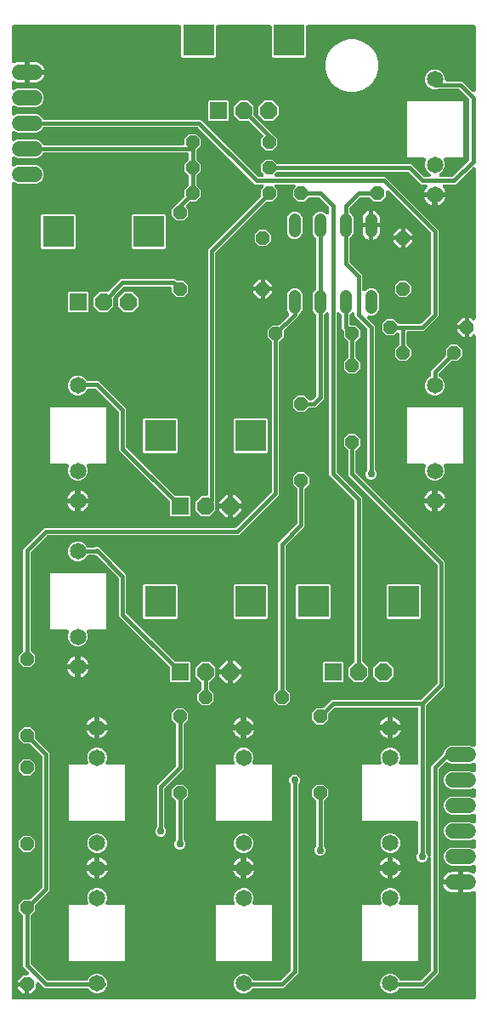
<source format=gbr>
G04 EAGLE Gerber RS-274X export*
G75*
%MOMM*%
%FSLAX34Y34*%
%LPD*%
%INTop Copper*%
%IPPOS*%
%AMOC8*
5,1,8,0,0,1.08239X$1,22.5*%
G01*
%ADD10P,1.429621X8X202.500000*%
%ADD11P,1.429621X8X292.500000*%
%ADD12P,1.429621X8X112.500000*%
%ADD13C,1.650000*%
%ADD14R,1.676400X1.676400*%
%ADD15P,1.814519X8X292.500000*%
%ADD16R,3.116000X3.116000*%
%ADD17P,1.429621X8X22.500000*%
%ADD18C,1.524000*%
%ADD19C,1.208000*%
%ADD20C,0.406400*%
%ADD21C,0.756400*%

G36*
X470426Y10163D02*
X470426Y10163D01*
X470444Y10161D01*
X470626Y10182D01*
X470809Y10201D01*
X470826Y10206D01*
X470843Y10208D01*
X471018Y10265D01*
X471194Y10319D01*
X471209Y10327D01*
X471226Y10333D01*
X471386Y10423D01*
X471548Y10511D01*
X471561Y10522D01*
X471577Y10531D01*
X471716Y10651D01*
X471857Y10768D01*
X471868Y10782D01*
X471882Y10794D01*
X471994Y10939D01*
X472109Y11082D01*
X472117Y11098D01*
X472128Y11112D01*
X472210Y11277D01*
X472295Y11439D01*
X472300Y11456D01*
X472308Y11472D01*
X472355Y11651D01*
X472406Y11826D01*
X472408Y11844D01*
X472412Y11861D01*
X472439Y12192D01*
X472439Y116164D01*
X472430Y116257D01*
X472431Y116350D01*
X472410Y116457D01*
X472399Y116564D01*
X472372Y116654D01*
X472354Y116745D01*
X472313Y116846D01*
X472281Y116949D01*
X472237Y117031D01*
X472201Y117118D01*
X472141Y117208D01*
X472089Y117303D01*
X472030Y117375D01*
X471978Y117453D01*
X471901Y117529D01*
X471832Y117613D01*
X471759Y117671D01*
X471693Y117737D01*
X471602Y117797D01*
X471518Y117865D01*
X471435Y117908D01*
X471358Y117960D01*
X471257Y118001D01*
X471161Y118051D01*
X471071Y118076D01*
X470985Y118112D01*
X470878Y118132D01*
X470774Y118162D01*
X470681Y118170D01*
X470589Y118187D01*
X470481Y118186D01*
X470372Y118195D01*
X470280Y118184D01*
X470187Y118183D01*
X470080Y118161D01*
X469973Y118148D01*
X469884Y118119D01*
X469793Y118100D01*
X469669Y118049D01*
X469590Y118023D01*
X469547Y117999D01*
X469486Y117974D01*
X468720Y117584D01*
X467199Y117089D01*
X465620Y116839D01*
X459739Y116839D01*
X459739Y126492D01*
X459737Y126510D01*
X459739Y126527D01*
X459718Y126710D01*
X459699Y126892D01*
X459694Y126909D01*
X459692Y126927D01*
X459667Y127005D01*
X459706Y127142D01*
X459708Y127160D01*
X459712Y127177D01*
X459739Y127508D01*
X459739Y137161D01*
X465620Y137161D01*
X467199Y136911D01*
X468720Y136416D01*
X469486Y136026D01*
X469573Y135992D01*
X469655Y135949D01*
X469760Y135919D01*
X469861Y135880D01*
X469953Y135864D01*
X470042Y135838D01*
X470151Y135829D01*
X470257Y135810D01*
X470351Y135813D01*
X470444Y135805D01*
X470551Y135818D01*
X470660Y135821D01*
X470751Y135841D01*
X470843Y135852D01*
X470947Y135886D01*
X471053Y135910D01*
X471138Y135948D01*
X471226Y135977D01*
X471321Y136030D01*
X471420Y136075D01*
X471496Y136129D01*
X471577Y136175D01*
X471659Y136246D01*
X471747Y136309D01*
X471811Y136377D01*
X471882Y136438D01*
X471948Y136524D01*
X472022Y136603D01*
X472071Y136683D01*
X472128Y136756D01*
X472177Y136853D01*
X472234Y136946D01*
X472266Y137033D01*
X472308Y137117D01*
X472336Y137222D01*
X472373Y137323D01*
X472388Y137415D01*
X472412Y137505D01*
X472423Y137639D01*
X472436Y137721D01*
X472434Y137771D01*
X472439Y137836D01*
X472439Y142618D01*
X472438Y142631D01*
X472439Y142644D01*
X472418Y142831D01*
X472399Y143018D01*
X472395Y143031D01*
X472394Y143045D01*
X472336Y143223D01*
X472281Y143403D01*
X472275Y143415D01*
X472271Y143428D01*
X472179Y143592D01*
X472089Y143757D01*
X472081Y143768D01*
X472074Y143779D01*
X471952Y143922D01*
X471832Y144067D01*
X471821Y144075D01*
X471813Y144085D01*
X471664Y144201D01*
X471518Y144319D01*
X471506Y144325D01*
X471496Y144333D01*
X471327Y144418D01*
X471161Y144504D01*
X471148Y144508D01*
X471136Y144514D01*
X470954Y144564D01*
X470774Y144616D01*
X470760Y144617D01*
X470747Y144621D01*
X470559Y144633D01*
X470372Y144649D01*
X470359Y144647D01*
X470346Y144648D01*
X470158Y144624D01*
X469973Y144602D01*
X469960Y144598D01*
X469947Y144596D01*
X469631Y144494D01*
X466639Y143255D01*
X447761Y143255D01*
X444400Y144647D01*
X441827Y147220D01*
X440435Y150581D01*
X440435Y154219D01*
X441827Y157580D01*
X444400Y160153D01*
X447761Y161545D01*
X466639Y161545D01*
X469631Y160306D01*
X469644Y160302D01*
X469655Y160296D01*
X469836Y160244D01*
X470016Y160189D01*
X470029Y160188D01*
X470042Y160184D01*
X470230Y160169D01*
X470417Y160151D01*
X470430Y160152D01*
X470444Y160151D01*
X470631Y160173D01*
X470817Y160193D01*
X470830Y160197D01*
X470843Y160198D01*
X471023Y160257D01*
X471202Y160312D01*
X471213Y160319D01*
X471226Y160323D01*
X471391Y160416D01*
X471555Y160506D01*
X471565Y160514D01*
X471577Y160521D01*
X471719Y160644D01*
X471863Y160765D01*
X471871Y160775D01*
X471882Y160784D01*
X471997Y160933D01*
X472114Y161080D01*
X472120Y161092D01*
X472128Y161102D01*
X472212Y161271D01*
X472298Y161438D01*
X472302Y161451D01*
X472308Y161463D01*
X472357Y161646D01*
X472408Y161825D01*
X472409Y161838D01*
X472412Y161851D01*
X472439Y162182D01*
X472439Y168018D01*
X472438Y168031D01*
X472439Y168044D01*
X472418Y168231D01*
X472399Y168418D01*
X472395Y168431D01*
X472394Y168445D01*
X472336Y168623D01*
X472281Y168803D01*
X472275Y168815D01*
X472271Y168828D01*
X472179Y168992D01*
X472089Y169157D01*
X472081Y169168D01*
X472074Y169179D01*
X471952Y169323D01*
X471832Y169467D01*
X471821Y169475D01*
X471813Y169485D01*
X471664Y169601D01*
X471518Y169719D01*
X471506Y169725D01*
X471496Y169733D01*
X471327Y169818D01*
X471161Y169904D01*
X471148Y169908D01*
X471136Y169914D01*
X470954Y169964D01*
X470774Y170016D01*
X470760Y170017D01*
X470747Y170021D01*
X470559Y170033D01*
X470372Y170049D01*
X470359Y170047D01*
X470346Y170048D01*
X470158Y170024D01*
X469973Y170002D01*
X469960Y169998D01*
X469947Y169996D01*
X469631Y169894D01*
X466639Y168655D01*
X447761Y168655D01*
X444400Y170047D01*
X441827Y172620D01*
X440435Y175981D01*
X440435Y179619D01*
X441827Y182980D01*
X444400Y185553D01*
X447761Y186945D01*
X466639Y186945D01*
X469631Y185706D01*
X469644Y185702D01*
X469655Y185696D01*
X469836Y185644D01*
X470016Y185589D01*
X470029Y185588D01*
X470042Y185584D01*
X470230Y185569D01*
X470417Y185551D01*
X470430Y185552D01*
X470444Y185551D01*
X470631Y185573D01*
X470817Y185593D01*
X470830Y185597D01*
X470843Y185598D01*
X471023Y185657D01*
X471202Y185712D01*
X471213Y185719D01*
X471226Y185723D01*
X471391Y185816D01*
X471555Y185906D01*
X471565Y185914D01*
X471577Y185921D01*
X471719Y186044D01*
X471863Y186165D01*
X471871Y186175D01*
X471882Y186184D01*
X471997Y186333D01*
X472114Y186480D01*
X472120Y186492D01*
X472128Y186502D01*
X472212Y186671D01*
X472298Y186838D01*
X472302Y186851D01*
X472308Y186863D01*
X472357Y187046D01*
X472408Y187225D01*
X472409Y187238D01*
X472412Y187251D01*
X472439Y187582D01*
X472439Y193418D01*
X472438Y193431D01*
X472439Y193444D01*
X472418Y193631D01*
X472399Y193818D01*
X472395Y193831D01*
X472394Y193845D01*
X472336Y194023D01*
X472281Y194203D01*
X472275Y194215D01*
X472271Y194228D01*
X472179Y194392D01*
X472089Y194557D01*
X472081Y194568D01*
X472074Y194579D01*
X471952Y194723D01*
X471832Y194867D01*
X471821Y194875D01*
X471813Y194885D01*
X471664Y195001D01*
X471518Y195119D01*
X471506Y195125D01*
X471496Y195133D01*
X471327Y195218D01*
X471161Y195304D01*
X471148Y195308D01*
X471136Y195314D01*
X470954Y195364D01*
X470774Y195416D01*
X470760Y195417D01*
X470747Y195421D01*
X470559Y195433D01*
X470372Y195449D01*
X470359Y195447D01*
X470346Y195448D01*
X470158Y195424D01*
X469973Y195402D01*
X469960Y195398D01*
X469947Y195396D01*
X469631Y195294D01*
X468549Y194846D01*
X466639Y194055D01*
X447761Y194055D01*
X444400Y195447D01*
X441827Y198020D01*
X440435Y201381D01*
X440435Y205019D01*
X441827Y208380D01*
X444400Y210953D01*
X447761Y212345D01*
X466639Y212345D01*
X469631Y211106D01*
X469644Y211102D01*
X469655Y211096D01*
X469836Y211044D01*
X470016Y210989D01*
X470029Y210988D01*
X470042Y210984D01*
X470230Y210969D01*
X470417Y210951D01*
X470430Y210952D01*
X470444Y210951D01*
X470631Y210973D01*
X470817Y210993D01*
X470830Y210997D01*
X470843Y210998D01*
X471023Y211057D01*
X471202Y211112D01*
X471213Y211119D01*
X471226Y211123D01*
X471391Y211216D01*
X471555Y211306D01*
X471565Y211314D01*
X471577Y211321D01*
X471719Y211444D01*
X471863Y211565D01*
X471871Y211575D01*
X471882Y211584D01*
X471997Y211733D01*
X472114Y211880D01*
X472120Y211892D01*
X472128Y211902D01*
X472212Y212071D01*
X472298Y212238D01*
X472302Y212251D01*
X472308Y212263D01*
X472357Y212446D01*
X472408Y212625D01*
X472409Y212638D01*
X472412Y212651D01*
X472439Y212982D01*
X472439Y218818D01*
X472438Y218831D01*
X472439Y218844D01*
X472418Y219030D01*
X472399Y219218D01*
X472395Y219231D01*
X472394Y219245D01*
X472336Y219423D01*
X472281Y219603D01*
X472275Y219615D01*
X472271Y219628D01*
X472179Y219792D01*
X472089Y219957D01*
X472081Y219968D01*
X472074Y219979D01*
X471952Y220123D01*
X471832Y220267D01*
X471821Y220275D01*
X471813Y220285D01*
X471664Y220401D01*
X471518Y220519D01*
X471506Y220525D01*
X471496Y220533D01*
X471327Y220618D01*
X471161Y220704D01*
X471148Y220708D01*
X471136Y220714D01*
X470954Y220764D01*
X470774Y220816D01*
X470760Y220817D01*
X470747Y220821D01*
X470559Y220833D01*
X470372Y220849D01*
X470359Y220847D01*
X470346Y220848D01*
X470158Y220824D01*
X469973Y220802D01*
X469960Y220798D01*
X469947Y220796D01*
X469631Y220694D01*
X466639Y219455D01*
X447761Y219455D01*
X444400Y220847D01*
X441827Y223420D01*
X440435Y226781D01*
X440435Y230419D01*
X441827Y233780D01*
X444400Y236353D01*
X447761Y237745D01*
X466639Y237745D01*
X469631Y236506D01*
X469644Y236502D01*
X469655Y236496D01*
X469836Y236444D01*
X470016Y236389D01*
X470029Y236388D01*
X470042Y236384D01*
X470230Y236369D01*
X470417Y236351D01*
X470430Y236352D01*
X470444Y236351D01*
X470631Y236373D01*
X470817Y236393D01*
X470830Y236397D01*
X470843Y236398D01*
X471023Y236457D01*
X471202Y236512D01*
X471213Y236519D01*
X471226Y236523D01*
X471391Y236616D01*
X471555Y236706D01*
X471565Y236714D01*
X471577Y236721D01*
X471719Y236844D01*
X471863Y236965D01*
X471871Y236975D01*
X471882Y236984D01*
X471997Y237133D01*
X472114Y237280D01*
X472120Y237292D01*
X472128Y237302D01*
X472212Y237471D01*
X472298Y237638D01*
X472302Y237651D01*
X472308Y237663D01*
X472357Y237846D01*
X472408Y238025D01*
X472409Y238038D01*
X472412Y238051D01*
X472439Y238382D01*
X472439Y244218D01*
X472438Y244231D01*
X472439Y244244D01*
X472418Y244431D01*
X472399Y244618D01*
X472395Y244631D01*
X472394Y244645D01*
X472336Y244823D01*
X472281Y245003D01*
X472275Y245015D01*
X472271Y245028D01*
X472179Y245192D01*
X472089Y245357D01*
X472081Y245368D01*
X472074Y245379D01*
X471952Y245523D01*
X471832Y245667D01*
X471821Y245675D01*
X471813Y245685D01*
X471664Y245801D01*
X471518Y245919D01*
X471506Y245925D01*
X471496Y245933D01*
X471327Y246018D01*
X471161Y246104D01*
X471148Y246108D01*
X471136Y246114D01*
X470954Y246164D01*
X470774Y246216D01*
X470760Y246217D01*
X470747Y246221D01*
X470559Y246233D01*
X470372Y246249D01*
X470359Y246247D01*
X470346Y246248D01*
X470158Y246224D01*
X469973Y246202D01*
X469960Y246198D01*
X469947Y246196D01*
X469631Y246094D01*
X466639Y244855D01*
X447761Y244855D01*
X444344Y246271D01*
X444214Y246377D01*
X444198Y246386D01*
X444184Y246397D01*
X444020Y246480D01*
X443858Y246566D01*
X443841Y246571D01*
X443825Y246579D01*
X443648Y246629D01*
X443472Y246681D01*
X443454Y246682D01*
X443437Y246687D01*
X443254Y246701D01*
X443071Y246717D01*
X443053Y246715D01*
X443035Y246717D01*
X442853Y246694D01*
X442671Y246674D01*
X442654Y246668D01*
X442636Y246666D01*
X442462Y246608D01*
X442287Y246552D01*
X442271Y246544D01*
X442254Y246538D01*
X442095Y246446D01*
X441935Y246358D01*
X441921Y246346D01*
X441905Y246337D01*
X441652Y246122D01*
X435952Y240422D01*
X435935Y240401D01*
X435914Y240383D01*
X435807Y240246D01*
X435697Y240110D01*
X435684Y240087D01*
X435668Y240065D01*
X435590Y239908D01*
X435508Y239754D01*
X435500Y239729D01*
X435488Y239705D01*
X435443Y239535D01*
X435393Y239369D01*
X435391Y239342D01*
X435384Y239316D01*
X435357Y238985D01*
X435357Y36627D01*
X420573Y21843D01*
X397483Y21843D01*
X397460Y21841D01*
X397438Y21843D01*
X397260Y21821D01*
X397082Y21803D01*
X397061Y21797D01*
X397038Y21794D01*
X396868Y21738D01*
X396697Y21685D01*
X396677Y21675D01*
X396656Y21668D01*
X396500Y21579D01*
X396343Y21493D01*
X396326Y21479D01*
X396307Y21468D01*
X396171Y21350D01*
X396034Y21236D01*
X396020Y21218D01*
X396003Y21204D01*
X395894Y21062D01*
X395782Y20922D01*
X395771Y20902D01*
X395758Y20884D01*
X395652Y20678D01*
X392887Y17913D01*
X389294Y16425D01*
X385406Y16425D01*
X381813Y17913D01*
X379063Y20663D01*
X378208Y22727D01*
X378134Y22866D01*
X378065Y23009D01*
X378039Y23044D01*
X378018Y23082D01*
X377918Y23204D01*
X377822Y23330D01*
X377786Y23363D01*
X377762Y23392D01*
X377694Y23447D01*
X377577Y23554D01*
X377574Y23557D01*
X377547Y23637D01*
X377497Y23724D01*
X377455Y23816D01*
X377443Y23833D01*
X377443Y25049D01*
X377435Y25136D01*
X377427Y25303D01*
X377274Y26519D01*
X377312Y26595D01*
X377338Y26692D01*
X377373Y26786D01*
X377390Y26886D01*
X377416Y26984D01*
X377424Y27077D01*
X377424Y27078D01*
X377432Y27103D01*
X377444Y27127D01*
X377489Y27297D01*
X377539Y27463D01*
X377541Y27490D01*
X377548Y27516D01*
X377575Y27847D01*
X377575Y28144D01*
X379063Y31737D01*
X381813Y34487D01*
X385406Y35975D01*
X389294Y35975D01*
X392887Y34487D01*
X395637Y31737D01*
X396269Y30211D01*
X396279Y30191D01*
X396286Y30170D01*
X396374Y30014D01*
X396459Y29856D01*
X396473Y29839D01*
X396484Y29819D01*
X396601Y29684D01*
X396715Y29545D01*
X396733Y29531D01*
X396747Y29514D01*
X396889Y29405D01*
X397028Y29292D01*
X397048Y29281D01*
X397065Y29268D01*
X397226Y29188D01*
X397385Y29105D01*
X397406Y29098D01*
X397426Y29088D01*
X397600Y29042D01*
X397771Y28992D01*
X397793Y28990D01*
X397815Y28984D01*
X398145Y28957D01*
X416785Y28957D01*
X416812Y28959D01*
X416839Y28957D01*
X417013Y28979D01*
X417186Y28997D01*
X417211Y29004D01*
X417238Y29008D01*
X417404Y29063D01*
X417571Y29115D01*
X417594Y29128D01*
X417620Y29136D01*
X417771Y29223D01*
X417925Y29307D01*
X417945Y29324D01*
X417969Y29337D01*
X418222Y29552D01*
X427648Y38978D01*
X427665Y38999D01*
X427686Y39017D01*
X427793Y39154D01*
X427903Y39290D01*
X427916Y39313D01*
X427932Y39335D01*
X428010Y39492D01*
X428092Y39646D01*
X428100Y39671D01*
X428112Y39695D01*
X428157Y39865D01*
X428207Y40031D01*
X428209Y40058D01*
X428216Y40084D01*
X428243Y40415D01*
X428243Y150395D01*
X428243Y150399D01*
X428243Y150404D01*
X428223Y150594D01*
X428203Y150795D01*
X428202Y150800D01*
X428202Y150804D01*
X428144Y150989D01*
X428085Y151180D01*
X428083Y151184D01*
X428082Y151189D01*
X427986Y151363D01*
X427893Y151534D01*
X427891Y151538D01*
X427888Y151542D01*
X427760Y151695D01*
X427636Y151844D01*
X427632Y151846D01*
X427629Y151850D01*
X427475Y151973D01*
X427322Y152096D01*
X427318Y152098D01*
X427315Y152101D01*
X427141Y152190D01*
X426965Y152282D01*
X426960Y152283D01*
X426956Y152285D01*
X426769Y152338D01*
X426578Y152393D01*
X426573Y152393D01*
X426569Y152394D01*
X426480Y152401D01*
X426639Y152419D01*
X426643Y152421D01*
X426647Y152421D01*
X426833Y152482D01*
X427022Y152542D01*
X427026Y152545D01*
X427030Y152546D01*
X427203Y152643D01*
X427374Y152739D01*
X427377Y152742D01*
X427381Y152744D01*
X427530Y152872D01*
X427679Y153001D01*
X427682Y153004D01*
X427686Y153007D01*
X427806Y153162D01*
X427928Y153318D01*
X427930Y153322D01*
X427932Y153325D01*
X428021Y153503D01*
X428108Y153677D01*
X428110Y153682D01*
X428112Y153686D01*
X428163Y153878D01*
X428215Y154066D01*
X428215Y154070D01*
X428216Y154074D01*
X428243Y154405D01*
X428243Y242773D01*
X439840Y254370D01*
X439857Y254391D01*
X439878Y254409D01*
X439985Y254546D01*
X440095Y254682D01*
X440108Y254705D01*
X440124Y254727D01*
X440202Y254884D01*
X440284Y255038D01*
X440292Y255063D01*
X440304Y255087D01*
X440349Y255257D01*
X440399Y255423D01*
X440401Y255450D01*
X440408Y255476D01*
X440435Y255807D01*
X440435Y255819D01*
X441827Y259180D01*
X444400Y261753D01*
X447761Y263145D01*
X466639Y263145D01*
X469631Y261906D01*
X469644Y261902D01*
X469655Y261896D01*
X469836Y261844D01*
X470016Y261789D01*
X470029Y261788D01*
X470042Y261784D01*
X470230Y261769D01*
X470417Y261751D01*
X470430Y261752D01*
X470444Y261751D01*
X470631Y261773D01*
X470817Y261793D01*
X470830Y261797D01*
X470843Y261798D01*
X471023Y261857D01*
X471202Y261912D01*
X471213Y261919D01*
X471226Y261923D01*
X471391Y262016D01*
X471555Y262106D01*
X471565Y262114D01*
X471577Y262121D01*
X471719Y262244D01*
X471863Y262365D01*
X471871Y262375D01*
X471882Y262384D01*
X471997Y262533D01*
X472114Y262680D01*
X472120Y262692D01*
X472128Y262702D01*
X472212Y262871D01*
X472298Y263038D01*
X472302Y263051D01*
X472308Y263063D01*
X472357Y263246D01*
X472408Y263425D01*
X472409Y263438D01*
X472412Y263451D01*
X472439Y263782D01*
X472439Y670503D01*
X472438Y670512D01*
X472439Y670521D01*
X472418Y670712D01*
X472399Y670903D01*
X472397Y670912D01*
X472396Y670921D01*
X472338Y671103D01*
X472281Y671288D01*
X472277Y671296D01*
X472274Y671305D01*
X472181Y671473D01*
X472089Y671642D01*
X472084Y671649D01*
X472079Y671657D01*
X471954Y671805D01*
X471832Y671952D01*
X471825Y671957D01*
X471819Y671964D01*
X471667Y672084D01*
X471518Y672204D01*
X471510Y672208D01*
X471503Y672214D01*
X471331Y672301D01*
X471161Y672389D01*
X471152Y672392D01*
X471144Y672396D01*
X470958Y672448D01*
X470774Y672501D01*
X470765Y672502D01*
X470756Y672504D01*
X470564Y672518D01*
X470372Y672534D01*
X470364Y672533D01*
X470355Y672533D01*
X470162Y672509D01*
X469973Y672487D01*
X469964Y672484D01*
X469955Y672483D01*
X469772Y672422D01*
X469590Y672362D01*
X469582Y672358D01*
X469574Y672355D01*
X469408Y672259D01*
X469239Y672164D01*
X469232Y672158D01*
X469225Y672154D01*
X468972Y671939D01*
X467338Y670305D01*
X465581Y670305D01*
X465581Y679450D01*
X465581Y688595D01*
X467338Y688595D01*
X468972Y686961D01*
X468979Y686955D01*
X468984Y686948D01*
X469134Y686828D01*
X469283Y686706D01*
X469291Y686702D01*
X469298Y686696D01*
X469468Y686608D01*
X469639Y686517D01*
X469648Y686515D01*
X469655Y686511D01*
X469840Y686457D01*
X470025Y686402D01*
X470034Y686402D01*
X470042Y686399D01*
X470233Y686383D01*
X470426Y686366D01*
X470435Y686367D01*
X470444Y686366D01*
X470633Y686388D01*
X470826Y686409D01*
X470835Y686412D01*
X470843Y686413D01*
X471025Y686473D01*
X471210Y686531D01*
X471218Y686535D01*
X471226Y686538D01*
X471395Y686633D01*
X471562Y686726D01*
X471569Y686731D01*
X471577Y686736D01*
X471723Y686862D01*
X471869Y686986D01*
X471875Y686993D01*
X471882Y686999D01*
X471999Y687150D01*
X472119Y687302D01*
X472123Y687310D01*
X472128Y687317D01*
X472214Y687489D01*
X472301Y687661D01*
X472304Y687670D01*
X472308Y687678D01*
X472358Y687864D01*
X472409Y688049D01*
X472410Y688058D01*
X472412Y688066D01*
X472439Y688397D01*
X472439Y837155D01*
X472438Y837164D01*
X472439Y837173D01*
X472418Y837367D01*
X472399Y837556D01*
X472397Y837564D01*
X472396Y837573D01*
X472337Y837758D01*
X472281Y837941D01*
X472277Y837949D01*
X472274Y837957D01*
X472181Y838126D01*
X472089Y838295D01*
X472084Y838302D01*
X472079Y838310D01*
X471955Y838457D01*
X471832Y838604D01*
X471825Y838610D01*
X471819Y838617D01*
X471667Y838736D01*
X471518Y838857D01*
X471510Y838861D01*
X471503Y838866D01*
X471330Y838954D01*
X471161Y839042D01*
X471152Y839045D01*
X471144Y839049D01*
X470958Y839101D01*
X470774Y839153D01*
X470765Y839154D01*
X470756Y839157D01*
X470563Y839171D01*
X470372Y839186D01*
X470364Y839185D01*
X470355Y839186D01*
X470162Y839162D01*
X469973Y839139D01*
X469964Y839137D01*
X469955Y839136D01*
X469772Y839074D01*
X469590Y839015D01*
X469582Y839010D01*
X469574Y839007D01*
X469407Y838911D01*
X469239Y838817D01*
X469232Y838811D01*
X469225Y838806D01*
X468972Y838592D01*
X452323Y821943D01*
X441321Y821943D01*
X441312Y821942D01*
X441303Y821943D01*
X441112Y821922D01*
X440920Y821903D01*
X440912Y821901D01*
X440903Y821900D01*
X440719Y821842D01*
X440535Y821785D01*
X440528Y821781D01*
X440519Y821778D01*
X440350Y821685D01*
X440181Y821593D01*
X440175Y821588D01*
X440167Y821583D01*
X440019Y821458D01*
X439872Y821336D01*
X439867Y821329D01*
X439860Y821323D01*
X439740Y821171D01*
X439620Y821022D01*
X439616Y821014D01*
X439610Y821007D01*
X439523Y820835D01*
X439434Y820665D01*
X439432Y820656D01*
X439428Y820648D01*
X439376Y820464D01*
X439323Y820278D01*
X439322Y820269D01*
X439320Y820260D01*
X439306Y820069D01*
X439290Y819876D01*
X439291Y819868D01*
X439290Y819859D01*
X439315Y819666D01*
X439337Y819477D01*
X439340Y819468D01*
X439341Y819459D01*
X439402Y819276D01*
X439462Y819094D01*
X439466Y819086D01*
X439469Y819077D01*
X439565Y818911D01*
X439660Y818743D01*
X439666Y818736D01*
X439670Y818729D01*
X439885Y818476D01*
X440031Y818330D01*
X441029Y816956D01*
X441800Y815442D01*
X442253Y814049D01*
X432518Y814049D01*
X432500Y814047D01*
X432483Y814049D01*
X432300Y814028D01*
X432118Y814009D01*
X432101Y814004D01*
X432083Y814002D01*
X431908Y813945D01*
X431808Y813914D01*
X431801Y813918D01*
X431623Y813965D01*
X431448Y814016D01*
X431430Y814018D01*
X431413Y814022D01*
X431082Y814049D01*
X421347Y814049D01*
X421800Y815442D01*
X422571Y816956D01*
X423569Y818330D01*
X423715Y818476D01*
X423721Y818483D01*
X423728Y818488D01*
X423848Y818638D01*
X423970Y818787D01*
X423975Y818795D01*
X423980Y818802D01*
X424068Y818972D01*
X424159Y819143D01*
X424162Y819151D01*
X424166Y819159D01*
X424219Y819344D01*
X424274Y819529D01*
X424275Y819538D01*
X424277Y819546D01*
X424293Y819738D01*
X424310Y819930D01*
X424309Y819939D01*
X424310Y819948D01*
X424288Y820138D01*
X424267Y820330D01*
X424264Y820338D01*
X424263Y820347D01*
X424203Y820531D01*
X424145Y820714D01*
X424141Y820722D01*
X424138Y820730D01*
X424043Y820899D01*
X423951Y821066D01*
X423945Y821073D01*
X423940Y821081D01*
X423813Y821228D01*
X423690Y821373D01*
X423683Y821379D01*
X423677Y821386D01*
X423525Y821504D01*
X423374Y821623D01*
X423366Y821627D01*
X423359Y821632D01*
X423186Y821718D01*
X423015Y821805D01*
X423007Y821808D01*
X422999Y821812D01*
X422811Y821862D01*
X422627Y821913D01*
X422618Y821914D01*
X422610Y821916D01*
X422279Y821943D01*
X417627Y821943D01*
X405522Y834048D01*
X405501Y834065D01*
X405483Y834086D01*
X405346Y834193D01*
X405210Y834303D01*
X405187Y834316D01*
X405165Y834332D01*
X405008Y834410D01*
X404854Y834492D01*
X404829Y834500D01*
X404805Y834512D01*
X404635Y834557D01*
X404469Y834607D01*
X404442Y834609D01*
X404416Y834616D01*
X404085Y834643D01*
X275480Y834643D01*
X275454Y834641D01*
X275427Y834643D01*
X275253Y834621D01*
X275080Y834603D01*
X275054Y834596D01*
X275028Y834592D01*
X274862Y834536D01*
X274695Y834485D01*
X274671Y834473D01*
X274646Y834464D01*
X274494Y834377D01*
X274341Y834293D01*
X274320Y834276D01*
X274297Y834263D01*
X274044Y834048D01*
X272520Y832524D01*
X272514Y832517D01*
X272508Y832512D01*
X272386Y832361D01*
X272265Y832213D01*
X272261Y832205D01*
X272255Y832198D01*
X272167Y832028D01*
X272076Y831857D01*
X272074Y831848D01*
X272070Y831841D01*
X272017Y831656D01*
X271962Y831471D01*
X271961Y831462D01*
X271958Y831454D01*
X271943Y831263D01*
X271925Y831070D01*
X271926Y831061D01*
X271925Y831052D01*
X271948Y830863D01*
X271969Y830670D01*
X271971Y830661D01*
X271972Y830653D01*
X272032Y830471D01*
X272090Y830286D01*
X272094Y830278D01*
X272097Y830270D01*
X272191Y830103D01*
X272285Y829934D01*
X272291Y829927D01*
X272295Y829919D01*
X272420Y829774D01*
X272545Y829627D01*
X272552Y829621D01*
X272558Y829614D01*
X272709Y829498D01*
X272861Y829377D01*
X272869Y829373D01*
X272876Y829368D01*
X273047Y829283D01*
X273220Y829195D01*
X273229Y829192D01*
X273237Y829188D01*
X273422Y829139D01*
X273608Y829087D01*
X273617Y829086D01*
X273626Y829084D01*
X273956Y829057D01*
X382473Y829057D01*
X435357Y776173D01*
X435357Y690677D01*
X420573Y675893D01*
X405638Y675893D01*
X405620Y675891D01*
X405602Y675893D01*
X405420Y675872D01*
X405237Y675853D01*
X405220Y675848D01*
X405203Y675846D01*
X405028Y675789D01*
X404852Y675735D01*
X404837Y675727D01*
X404820Y675721D01*
X404660Y675631D01*
X404498Y675543D01*
X404485Y675532D01*
X404469Y675523D01*
X404330Y675403D01*
X404189Y675286D01*
X404178Y675272D01*
X404164Y675260D01*
X404052Y675115D01*
X403937Y674972D01*
X403929Y674956D01*
X403918Y674942D01*
X403836Y674777D01*
X403751Y674615D01*
X403746Y674598D01*
X403738Y674582D01*
X403691Y674403D01*
X403640Y674228D01*
X403638Y674210D01*
X403634Y674193D01*
X403607Y673862D01*
X403607Y662830D01*
X403609Y662804D01*
X403607Y662777D01*
X403629Y662603D01*
X403647Y662430D01*
X403654Y662404D01*
X403658Y662378D01*
X403714Y662212D01*
X403765Y662045D01*
X403778Y662021D01*
X403786Y661996D01*
X403873Y661844D01*
X403957Y661691D01*
X403974Y661670D01*
X403987Y661647D01*
X404202Y661394D01*
X408179Y657417D01*
X408179Y650683D01*
X403417Y645921D01*
X396683Y645921D01*
X391921Y650683D01*
X391921Y657417D01*
X395898Y661394D01*
X395915Y661415D01*
X395936Y661432D01*
X396043Y661570D01*
X396153Y661706D01*
X396166Y661729D01*
X396182Y661750D01*
X396260Y661907D01*
X396342Y662061D01*
X396350Y662087D01*
X396362Y662111D01*
X396407Y662280D01*
X396457Y662447D01*
X396459Y662474D01*
X396466Y662500D01*
X396493Y662830D01*
X396493Y672194D01*
X396492Y672202D01*
X396493Y672211D01*
X396473Y672401D01*
X396453Y672594D01*
X396451Y672603D01*
X396450Y672612D01*
X396392Y672794D01*
X396335Y672979D01*
X396331Y672987D01*
X396328Y672996D01*
X396235Y673164D01*
X396143Y673333D01*
X396138Y673340D01*
X396133Y673348D01*
X396009Y673495D01*
X395886Y673642D01*
X395879Y673648D01*
X395873Y673655D01*
X395722Y673774D01*
X395572Y673895D01*
X395564Y673899D01*
X395557Y673904D01*
X395384Y673992D01*
X395215Y674080D01*
X395206Y674083D01*
X395198Y674087D01*
X395012Y674139D01*
X394828Y674192D01*
X394819Y674192D01*
X394810Y674195D01*
X394617Y674209D01*
X394426Y674225D01*
X394418Y674224D01*
X394409Y674224D01*
X394216Y674200D01*
X394027Y674178D01*
X394018Y674175D01*
X394009Y674174D01*
X393826Y674112D01*
X393644Y674053D01*
X393636Y674048D01*
X393628Y674046D01*
X393462Y673950D01*
X393293Y673855D01*
X393286Y673849D01*
X393279Y673845D01*
X393026Y673630D01*
X390717Y671321D01*
X383983Y671321D01*
X379221Y676083D01*
X379221Y682817D01*
X383983Y687579D01*
X390717Y687579D01*
X394694Y683602D01*
X394715Y683585D01*
X394732Y683564D01*
X394870Y683457D01*
X395006Y683347D01*
X395029Y683334D01*
X395050Y683318D01*
X395207Y683240D01*
X395361Y683158D01*
X395387Y683150D01*
X395411Y683138D01*
X395580Y683093D01*
X395747Y683043D01*
X395774Y683041D01*
X395800Y683034D01*
X396130Y683007D01*
X416785Y683007D01*
X416812Y683009D01*
X416839Y683007D01*
X417013Y683029D01*
X417186Y683047D01*
X417211Y683054D01*
X417238Y683058D01*
X417404Y683113D01*
X417571Y683165D01*
X417594Y683178D01*
X417620Y683186D01*
X417771Y683273D01*
X417925Y683357D01*
X417945Y683374D01*
X417969Y683387D01*
X418222Y683602D01*
X427648Y693028D01*
X427665Y693049D01*
X427686Y693067D01*
X427793Y693204D01*
X427903Y693340D01*
X427916Y693363D01*
X427932Y693385D01*
X428010Y693542D01*
X428092Y693696D01*
X428100Y693721D01*
X428112Y693745D01*
X428157Y693915D01*
X428207Y694081D01*
X428209Y694108D01*
X428216Y694134D01*
X428243Y694465D01*
X428243Y772385D01*
X428241Y772412D01*
X428243Y772439D01*
X428221Y772612D01*
X428203Y772786D01*
X428196Y772811D01*
X428192Y772838D01*
X428137Y773004D01*
X428085Y773171D01*
X428072Y773194D01*
X428064Y773220D01*
X427977Y773371D01*
X427893Y773525D01*
X427876Y773545D01*
X427863Y773569D01*
X427648Y773822D01*
X386246Y815224D01*
X386239Y815229D01*
X386234Y815236D01*
X386084Y815357D01*
X385935Y815479D01*
X385927Y815483D01*
X385920Y815489D01*
X385749Y815577D01*
X385579Y815667D01*
X385571Y815670D01*
X385563Y815674D01*
X385377Y815727D01*
X385193Y815782D01*
X385184Y815783D01*
X385176Y815785D01*
X384984Y815801D01*
X384792Y815819D01*
X384783Y815818D01*
X384774Y815818D01*
X384585Y815796D01*
X384392Y815775D01*
X384383Y815772D01*
X384375Y815771D01*
X384193Y815712D01*
X384008Y815654D01*
X384000Y815649D01*
X383992Y815647D01*
X383823Y815552D01*
X383656Y815459D01*
X383649Y815453D01*
X383641Y815449D01*
X383495Y815323D01*
X383349Y815198D01*
X383343Y815191D01*
X383336Y815186D01*
X383219Y815034D01*
X383099Y814882D01*
X383095Y814874D01*
X383090Y814867D01*
X383004Y814695D01*
X382917Y814524D01*
X382914Y814515D01*
X382910Y814507D01*
X382860Y814320D01*
X382809Y814136D01*
X382808Y814127D01*
X382806Y814118D01*
X382779Y813787D01*
X382779Y809433D01*
X378017Y804671D01*
X371283Y804671D01*
X367306Y808648D01*
X367285Y808665D01*
X367268Y808686D01*
X367130Y808793D01*
X366994Y808903D01*
X366971Y808916D01*
X366950Y808932D01*
X366793Y809010D01*
X366639Y809092D01*
X366613Y809100D01*
X366589Y809112D01*
X366420Y809157D01*
X366253Y809207D01*
X366226Y809209D01*
X366200Y809216D01*
X365870Y809243D01*
X357915Y809243D01*
X357888Y809241D01*
X357861Y809243D01*
X357687Y809221D01*
X357514Y809203D01*
X357489Y809196D01*
X357462Y809192D01*
X357296Y809137D01*
X357129Y809085D01*
X357106Y809072D01*
X357080Y809064D01*
X356929Y808977D01*
X356775Y808893D01*
X356755Y808876D01*
X356731Y808863D01*
X356478Y808648D01*
X347052Y799222D01*
X347035Y799201D01*
X347014Y799183D01*
X346907Y799046D01*
X346797Y798910D01*
X346784Y798887D01*
X346768Y798865D01*
X346690Y798708D01*
X346608Y798554D01*
X346600Y798529D01*
X346588Y798505D01*
X346543Y798335D01*
X346493Y798169D01*
X346491Y798142D01*
X346484Y798116D01*
X346457Y797785D01*
X346457Y795073D01*
X346459Y795046D01*
X346457Y795019D01*
X346479Y794845D01*
X346497Y794672D01*
X346504Y794647D01*
X346508Y794620D01*
X346564Y794454D01*
X346615Y794287D01*
X346628Y794264D01*
X346636Y794238D01*
X346723Y794087D01*
X346807Y793933D01*
X346824Y793913D01*
X346837Y793889D01*
X347052Y793636D01*
X349313Y791375D01*
X350465Y788595D01*
X350465Y773505D01*
X349313Y770725D01*
X347052Y768464D01*
X347035Y768443D01*
X347014Y768425D01*
X346907Y768287D01*
X346797Y768152D01*
X346784Y768128D01*
X346768Y768107D01*
X346690Y767951D01*
X346608Y767796D01*
X346600Y767771D01*
X346588Y767747D01*
X346543Y767577D01*
X346493Y767410D01*
X346491Y767384D01*
X346484Y767358D01*
X346457Y767027D01*
X346457Y745265D01*
X346459Y745238D01*
X346457Y745211D01*
X346479Y745037D01*
X346497Y744864D01*
X346504Y744839D01*
X346508Y744812D01*
X346563Y744646D01*
X346615Y744479D01*
X346628Y744456D01*
X346636Y744430D01*
X346723Y744279D01*
X346807Y744125D01*
X346824Y744105D01*
X346837Y744081D01*
X347052Y743828D01*
X359157Y731723D01*
X359157Y717349D01*
X359158Y717340D01*
X359157Y717331D01*
X359178Y717139D01*
X359197Y716948D01*
X359199Y716940D01*
X359200Y716931D01*
X359258Y716748D01*
X359315Y716563D01*
X359319Y716555D01*
X359322Y716547D01*
X359415Y716378D01*
X359507Y716209D01*
X359512Y716202D01*
X359517Y716194D01*
X359642Y716047D01*
X359764Y715900D01*
X359771Y715894D01*
X359777Y715887D01*
X359929Y715768D01*
X360078Y715648D01*
X360086Y715643D01*
X360093Y715638D01*
X360265Y715551D01*
X360435Y715462D01*
X360444Y715460D01*
X360452Y715456D01*
X360638Y715404D01*
X360822Y715351D01*
X360831Y715350D01*
X360840Y715348D01*
X361032Y715333D01*
X361224Y715318D01*
X361232Y715319D01*
X361241Y715318D01*
X361434Y715343D01*
X361623Y715365D01*
X361632Y715367D01*
X361641Y715369D01*
X361824Y715430D01*
X362006Y715490D01*
X362014Y715494D01*
X362022Y715497D01*
X362188Y715592D01*
X362357Y715687D01*
X362364Y715693D01*
X362371Y715698D01*
X362624Y715912D01*
X364015Y717303D01*
X366795Y718455D01*
X369805Y718455D01*
X372585Y717303D01*
X374713Y715175D01*
X375865Y712395D01*
X375865Y697305D01*
X374713Y694525D01*
X372585Y692397D01*
X369805Y691245D01*
X366439Y691245D01*
X366430Y691244D01*
X366421Y691245D01*
X366229Y691224D01*
X366038Y691205D01*
X366029Y691203D01*
X366021Y691202D01*
X365838Y691144D01*
X365653Y691087D01*
X365645Y691083D01*
X365637Y691080D01*
X365468Y690987D01*
X365299Y690895D01*
X365292Y690890D01*
X365284Y690885D01*
X365137Y690761D01*
X364990Y690638D01*
X364984Y690631D01*
X364977Y690625D01*
X364858Y690474D01*
X364737Y690324D01*
X364733Y690316D01*
X364728Y690309D01*
X364640Y690136D01*
X364552Y689967D01*
X364549Y689958D01*
X364545Y689950D01*
X364493Y689764D01*
X364441Y689580D01*
X364440Y689571D01*
X364437Y689562D01*
X364423Y689369D01*
X364408Y689178D01*
X364409Y689170D01*
X364408Y689161D01*
X364432Y688968D01*
X364455Y688779D01*
X364457Y688770D01*
X364458Y688761D01*
X364520Y688578D01*
X364579Y688396D01*
X364584Y688388D01*
X364587Y688380D01*
X364683Y688213D01*
X364777Y688045D01*
X364783Y688038D01*
X364788Y688031D01*
X365002Y687778D01*
X369178Y683602D01*
X371857Y680923D01*
X371857Y538190D01*
X371859Y538163D01*
X371857Y538136D01*
X371879Y537962D01*
X371897Y537789D01*
X371904Y537763D01*
X371908Y537737D01*
X371963Y537571D01*
X372015Y537404D01*
X372028Y537380D01*
X372036Y537355D01*
X372123Y537203D01*
X372207Y537050D01*
X372224Y537029D01*
X372237Y537006D01*
X372452Y536753D01*
X372799Y536406D01*
X373607Y534456D01*
X373607Y532344D01*
X372799Y530394D01*
X371306Y528901D01*
X369356Y528093D01*
X367244Y528093D01*
X365294Y528901D01*
X363801Y530394D01*
X362993Y532344D01*
X362993Y534456D01*
X363801Y536406D01*
X364148Y536753D01*
X364165Y536774D01*
X364186Y536791D01*
X364293Y536929D01*
X364403Y537065D01*
X364416Y537088D01*
X364432Y537109D01*
X364510Y537266D01*
X364592Y537420D01*
X364600Y537446D01*
X364612Y537470D01*
X364657Y537639D01*
X364707Y537806D01*
X364709Y537833D01*
X364716Y537859D01*
X364743Y538190D01*
X364743Y677135D01*
X364741Y677162D01*
X364743Y677189D01*
X364721Y677362D01*
X364703Y677536D01*
X364696Y677561D01*
X364692Y677588D01*
X364637Y677754D01*
X364585Y677921D01*
X364572Y677944D01*
X364564Y677970D01*
X364477Y678121D01*
X364393Y678275D01*
X364376Y678295D01*
X364363Y678319D01*
X364148Y678572D01*
X352043Y690677D01*
X352043Y692351D01*
X352042Y692360D01*
X352043Y692369D01*
X352022Y692561D01*
X352003Y692752D01*
X352001Y692760D01*
X352000Y692769D01*
X351942Y692952D01*
X351885Y693137D01*
X351881Y693145D01*
X351878Y693153D01*
X351785Y693321D01*
X351693Y693491D01*
X351688Y693498D01*
X351683Y693506D01*
X351558Y693653D01*
X351436Y693800D01*
X351429Y693806D01*
X351423Y693813D01*
X351271Y693932D01*
X351122Y694052D01*
X351114Y694057D01*
X351107Y694062D01*
X350935Y694149D01*
X350765Y694238D01*
X350756Y694240D01*
X350748Y694244D01*
X350562Y694296D01*
X350378Y694349D01*
X350369Y694350D01*
X350360Y694352D01*
X350168Y694367D01*
X349976Y694382D01*
X349968Y694381D01*
X349959Y694382D01*
X349766Y694357D01*
X349577Y694335D01*
X349568Y694333D01*
X349559Y694331D01*
X349376Y694270D01*
X349194Y694210D01*
X349186Y694206D01*
X349178Y694203D01*
X349012Y694108D01*
X348843Y694013D01*
X348836Y694007D01*
X348829Y694002D01*
X348576Y693788D01*
X347052Y692263D01*
X347035Y692243D01*
X347014Y692225D01*
X346907Y692087D01*
X346797Y691952D01*
X346784Y691928D01*
X346768Y691907D01*
X346690Y691751D01*
X346608Y691596D01*
X346600Y691571D01*
X346588Y691547D01*
X346543Y691378D01*
X346493Y691210D01*
X346491Y691184D01*
X346484Y691158D01*
X346457Y690827D01*
X346457Y683260D01*
X346459Y683242D01*
X346457Y683224D01*
X346478Y683042D01*
X346497Y682859D01*
X346502Y682842D01*
X346504Y682825D01*
X346561Y682650D01*
X346615Y682474D01*
X346623Y682459D01*
X346629Y682442D01*
X346719Y682282D01*
X346807Y682120D01*
X346818Y682107D01*
X346827Y682091D01*
X346947Y681952D01*
X347064Y681811D01*
X347078Y681800D01*
X347090Y681786D01*
X347235Y681674D01*
X347378Y681559D01*
X347394Y681551D01*
X347408Y681540D01*
X347573Y681458D01*
X347735Y681373D01*
X347752Y681368D01*
X347768Y681360D01*
X347947Y681313D01*
X348122Y681262D01*
X348140Y681260D01*
X348157Y681256D01*
X348488Y681229D01*
X352617Y681229D01*
X357379Y676467D01*
X357379Y669733D01*
X353402Y665756D01*
X353385Y665735D01*
X353364Y665718D01*
X353257Y665580D01*
X353147Y665444D01*
X353134Y665421D01*
X353118Y665400D01*
X353040Y665243D01*
X352958Y665089D01*
X352950Y665063D01*
X352938Y665039D01*
X352893Y664870D01*
X352843Y664703D01*
X352841Y664676D01*
X352834Y664650D01*
X352807Y664320D01*
X352807Y650130D01*
X352809Y650104D01*
X352807Y650077D01*
X352829Y649903D01*
X352847Y649730D01*
X352854Y649704D01*
X352858Y649678D01*
X352913Y649512D01*
X352965Y649345D01*
X352978Y649321D01*
X352986Y649296D01*
X353073Y649144D01*
X353157Y648991D01*
X353174Y648970D01*
X353187Y648947D01*
X353402Y648694D01*
X357379Y644717D01*
X357379Y637983D01*
X352617Y633221D01*
X345883Y633221D01*
X341121Y637983D01*
X341121Y644717D01*
X345098Y648694D01*
X345115Y648715D01*
X345136Y648732D01*
X345243Y648870D01*
X345353Y649006D01*
X345366Y649029D01*
X345382Y649050D01*
X345460Y649207D01*
X345542Y649361D01*
X345550Y649387D01*
X345562Y649411D01*
X345607Y649580D01*
X345657Y649747D01*
X345659Y649774D01*
X345666Y649800D01*
X345693Y650130D01*
X345693Y664320D01*
X345691Y664346D01*
X345693Y664373D01*
X345671Y664547D01*
X345653Y664720D01*
X345646Y664746D01*
X345642Y664772D01*
X345587Y664938D01*
X345535Y665105D01*
X345522Y665129D01*
X345514Y665154D01*
X345427Y665306D01*
X345343Y665459D01*
X345326Y665480D01*
X345313Y665503D01*
X345098Y665756D01*
X341121Y669733D01*
X341121Y675357D01*
X341119Y675384D01*
X341121Y675411D01*
X341099Y675585D01*
X341081Y675758D01*
X341074Y675783D01*
X341070Y675810D01*
X341015Y675975D01*
X340963Y676143D01*
X340950Y676166D01*
X340942Y676192D01*
X340855Y676343D01*
X340771Y676497D01*
X340754Y676517D01*
X340741Y676541D01*
X340526Y676794D01*
X339343Y677977D01*
X339343Y690827D01*
X339341Y690854D01*
X339343Y690880D01*
X339321Y691054D01*
X339303Y691228D01*
X339296Y691253D01*
X339292Y691280D01*
X339236Y691446D01*
X339185Y691613D01*
X339173Y691636D01*
X339164Y691662D01*
X339077Y691813D01*
X338993Y691967D01*
X338976Y691987D01*
X338963Y692010D01*
X338748Y692263D01*
X337224Y693788D01*
X337217Y693793D01*
X337212Y693800D01*
X337061Y693921D01*
X336913Y694043D01*
X336905Y694047D01*
X336898Y694052D01*
X336728Y694141D01*
X336557Y694231D01*
X336548Y694234D01*
X336541Y694238D01*
X336356Y694291D01*
X336171Y694346D01*
X336162Y694347D01*
X336154Y694349D01*
X335963Y694365D01*
X335770Y694382D01*
X335761Y694381D01*
X335752Y694382D01*
X335563Y694360D01*
X335370Y694339D01*
X335361Y694336D01*
X335353Y694335D01*
X335171Y694276D01*
X334986Y694218D01*
X334978Y694213D01*
X334970Y694210D01*
X334803Y694116D01*
X334634Y694023D01*
X334627Y694017D01*
X334619Y694013D01*
X334474Y693887D01*
X334327Y693762D01*
X334321Y693755D01*
X334314Y693749D01*
X334198Y693599D01*
X334077Y693446D01*
X334073Y693438D01*
X334068Y693431D01*
X333983Y693261D01*
X333895Y693087D01*
X333892Y693079D01*
X333888Y693071D01*
X333839Y692885D01*
X333787Y692700D01*
X333786Y692691D01*
X333784Y692682D01*
X333757Y692351D01*
X333757Y535715D01*
X333759Y535688D01*
X333757Y535661D01*
X333779Y535487D01*
X333797Y535314D01*
X333804Y535289D01*
X333808Y535262D01*
X333863Y535096D01*
X333915Y534929D01*
X333928Y534906D01*
X333936Y534880D01*
X334023Y534729D01*
X334107Y534575D01*
X334124Y534555D01*
X334137Y534531D01*
X334352Y534278D01*
X359157Y509473D01*
X359157Y347695D01*
X359159Y347668D01*
X359157Y347642D01*
X359179Y347468D01*
X359197Y347294D01*
X359204Y347269D01*
X359208Y347242D01*
X359263Y347076D01*
X359315Y346909D01*
X359328Y346886D01*
X359336Y346860D01*
X359423Y346709D01*
X359507Y346555D01*
X359524Y346535D01*
X359537Y346512D01*
X359752Y346259D01*
X365507Y340503D01*
X365507Y332297D01*
X359703Y326493D01*
X351497Y326493D01*
X345693Y332297D01*
X345693Y340503D01*
X351448Y346259D01*
X351465Y346279D01*
X351486Y346297D01*
X351593Y346435D01*
X351703Y346570D01*
X351716Y346594D01*
X351732Y346615D01*
X351810Y346771D01*
X351892Y346926D01*
X351900Y346951D01*
X351912Y346975D01*
X351957Y347145D01*
X352007Y347312D01*
X352009Y347338D01*
X352016Y347364D01*
X352043Y347695D01*
X352043Y505685D01*
X352041Y505712D01*
X352043Y505739D01*
X352021Y505913D01*
X352003Y506086D01*
X351996Y506111D01*
X351992Y506138D01*
X351937Y506304D01*
X351885Y506471D01*
X351872Y506494D01*
X351864Y506520D01*
X351777Y506671D01*
X351693Y506825D01*
X351676Y506845D01*
X351663Y506869D01*
X351448Y507122D01*
X326643Y531927D01*
X326643Y692351D01*
X326642Y692360D01*
X326643Y692369D01*
X326622Y692561D01*
X326603Y692752D01*
X326601Y692760D01*
X326600Y692769D01*
X326542Y692952D01*
X326485Y693137D01*
X326481Y693145D01*
X326478Y693153D01*
X326385Y693321D01*
X326293Y693491D01*
X326288Y693498D01*
X326283Y693506D01*
X326158Y693653D01*
X326036Y693800D01*
X326029Y693806D01*
X326023Y693813D01*
X325871Y693932D01*
X325722Y694052D01*
X325714Y694057D01*
X325707Y694062D01*
X325535Y694149D01*
X325365Y694238D01*
X325356Y694240D01*
X325348Y694244D01*
X325162Y694296D01*
X324978Y694349D01*
X324969Y694350D01*
X324960Y694352D01*
X324768Y694367D01*
X324576Y694382D01*
X324568Y694381D01*
X324559Y694382D01*
X324366Y694357D01*
X324177Y694335D01*
X324168Y694333D01*
X324159Y694331D01*
X323976Y694270D01*
X323794Y694210D01*
X323786Y694206D01*
X323778Y694203D01*
X323612Y694108D01*
X323443Y694013D01*
X323436Y694007D01*
X323429Y694002D01*
X323176Y693788D01*
X321652Y692263D01*
X321635Y692243D01*
X321614Y692225D01*
X321507Y692087D01*
X321397Y691952D01*
X321384Y691928D01*
X321368Y691907D01*
X321290Y691751D01*
X321208Y691596D01*
X321200Y691571D01*
X321188Y691547D01*
X321143Y691378D01*
X321093Y691210D01*
X321091Y691184D01*
X321084Y691158D01*
X321057Y690827D01*
X321057Y608127D01*
X315302Y602372D01*
X312623Y599693D01*
X307230Y599693D01*
X307204Y599691D01*
X307177Y599693D01*
X307003Y599671D01*
X306830Y599653D01*
X306804Y599646D01*
X306778Y599642D01*
X306612Y599586D01*
X306445Y599535D01*
X306421Y599522D01*
X306396Y599514D01*
X306244Y599427D01*
X306091Y599343D01*
X306070Y599326D01*
X306047Y599313D01*
X305794Y599098D01*
X301817Y595121D01*
X295083Y595121D01*
X290321Y599883D01*
X290321Y606617D01*
X295083Y611379D01*
X301817Y611379D01*
X305794Y607402D01*
X305815Y607385D01*
X305832Y607364D01*
X305970Y607257D01*
X306106Y607147D01*
X306129Y607134D01*
X306150Y607118D01*
X306307Y607040D01*
X306461Y606958D01*
X306487Y606950D01*
X306511Y606938D01*
X306680Y606893D01*
X306847Y606843D01*
X306874Y606841D01*
X306900Y606834D01*
X307230Y606807D01*
X308835Y606807D01*
X308862Y606809D01*
X308889Y606807D01*
X309063Y606829D01*
X309236Y606847D01*
X309262Y606854D01*
X309288Y606858D01*
X309454Y606914D01*
X309621Y606965D01*
X309645Y606978D01*
X309670Y606986D01*
X309821Y607073D01*
X309975Y607157D01*
X309995Y607174D01*
X310019Y607187D01*
X310272Y607402D01*
X313348Y610478D01*
X313365Y610499D01*
X313386Y610517D01*
X313492Y610654D01*
X313603Y610790D01*
X313616Y610814D01*
X313632Y610835D01*
X313710Y610991D01*
X313792Y611146D01*
X313800Y611171D01*
X313812Y611195D01*
X313857Y611364D01*
X313907Y611531D01*
X313909Y611558D01*
X313916Y611584D01*
X313943Y611915D01*
X313943Y690827D01*
X313941Y690854D01*
X313943Y690881D01*
X313921Y691054D01*
X313903Y691228D01*
X313896Y691253D01*
X313892Y691280D01*
X313837Y691446D01*
X313785Y691613D01*
X313772Y691636D01*
X313764Y691662D01*
X313677Y691813D01*
X313593Y691967D01*
X313576Y691987D01*
X313563Y692011D01*
X313348Y692264D01*
X311087Y694525D01*
X309935Y697305D01*
X309935Y712395D01*
X311087Y715175D01*
X313348Y717436D01*
X313365Y717457D01*
X313386Y717475D01*
X313493Y717613D01*
X313603Y717748D01*
X313616Y717772D01*
X313632Y717793D01*
X313710Y717950D01*
X313792Y718104D01*
X313800Y718129D01*
X313812Y718153D01*
X313857Y718323D01*
X313907Y718490D01*
X313909Y718516D01*
X313916Y718542D01*
X313943Y718873D01*
X313943Y767027D01*
X313941Y767054D01*
X313943Y767081D01*
X313921Y767254D01*
X313903Y767428D01*
X313896Y767453D01*
X313892Y767480D01*
X313837Y767646D01*
X313785Y767813D01*
X313772Y767836D01*
X313764Y767862D01*
X313677Y768013D01*
X313593Y768167D01*
X313576Y768187D01*
X313563Y768211D01*
X313348Y768464D01*
X311087Y770725D01*
X309935Y773505D01*
X309935Y788595D01*
X311087Y791375D01*
X313215Y793503D01*
X315995Y794655D01*
X319005Y794655D01*
X321785Y793503D01*
X323176Y792112D01*
X323183Y792107D01*
X323188Y792100D01*
X323338Y791980D01*
X323487Y791857D01*
X323495Y791853D01*
X323502Y791848D01*
X323672Y791759D01*
X323843Y791669D01*
X323852Y791666D01*
X323859Y791662D01*
X324044Y791609D01*
X324229Y791554D01*
X324238Y791553D01*
X324246Y791551D01*
X324437Y791535D01*
X324630Y791518D01*
X324639Y791519D01*
X324648Y791518D01*
X324837Y791540D01*
X325030Y791561D01*
X325039Y791564D01*
X325047Y791565D01*
X325229Y791624D01*
X325414Y791682D01*
X325422Y791687D01*
X325430Y791690D01*
X325597Y791784D01*
X325766Y791877D01*
X325773Y791883D01*
X325781Y791887D01*
X325926Y792013D01*
X326073Y792138D01*
X326079Y792145D01*
X326086Y792151D01*
X326202Y792301D01*
X326323Y792454D01*
X326327Y792462D01*
X326332Y792469D01*
X326418Y792640D01*
X326505Y792813D01*
X326508Y792821D01*
X326512Y792829D01*
X326562Y793015D01*
X326613Y793200D01*
X326614Y793209D01*
X326616Y793218D01*
X326643Y793549D01*
X326643Y797785D01*
X326641Y797812D01*
X326643Y797839D01*
X326621Y798012D01*
X326603Y798186D01*
X326596Y798211D01*
X326592Y798238D01*
X326537Y798404D01*
X326485Y798571D01*
X326472Y798594D01*
X326464Y798620D01*
X326377Y798771D01*
X326293Y798925D01*
X326276Y798945D01*
X326263Y798969D01*
X326048Y799222D01*
X316622Y808648D01*
X316601Y808665D01*
X316583Y808686D01*
X316446Y808793D01*
X316310Y808903D01*
X316287Y808916D01*
X316265Y808932D01*
X316108Y809010D01*
X315954Y809092D01*
X315929Y809100D01*
X315905Y809112D01*
X315735Y809157D01*
X315569Y809207D01*
X315542Y809209D01*
X315516Y809216D01*
X315185Y809243D01*
X307230Y809243D01*
X307204Y809241D01*
X307177Y809243D01*
X307003Y809221D01*
X306830Y809203D01*
X306804Y809196D01*
X306778Y809192D01*
X306612Y809137D01*
X306445Y809085D01*
X306421Y809072D01*
X306396Y809064D01*
X306244Y808977D01*
X306091Y808893D01*
X306070Y808876D01*
X306047Y808863D01*
X305794Y808648D01*
X301817Y804671D01*
X295083Y804671D01*
X290321Y809433D01*
X290321Y816167D01*
X292630Y818476D01*
X292636Y818483D01*
X292642Y818488D01*
X292763Y818638D01*
X292885Y818787D01*
X292889Y818795D01*
X292895Y818802D01*
X292983Y818972D01*
X293074Y819143D01*
X293076Y819152D01*
X293080Y819159D01*
X293133Y819344D01*
X293188Y819529D01*
X293189Y819538D01*
X293192Y819546D01*
X293207Y819737D01*
X293225Y819930D01*
X293224Y819939D01*
X293225Y819948D01*
X293202Y820137D01*
X293181Y820330D01*
X293179Y820339D01*
X293178Y820347D01*
X293118Y820529D01*
X293060Y820714D01*
X293056Y820722D01*
X293053Y820730D01*
X292958Y820899D01*
X292865Y821066D01*
X292859Y821073D01*
X292855Y821081D01*
X292729Y821227D01*
X292605Y821373D01*
X292598Y821379D01*
X292592Y821386D01*
X292440Y821503D01*
X292289Y821623D01*
X292281Y821627D01*
X292274Y821632D01*
X292102Y821718D01*
X291930Y821805D01*
X291921Y821808D01*
X291913Y821812D01*
X291727Y821862D01*
X291542Y821913D01*
X291533Y821914D01*
X291524Y821916D01*
X291194Y821943D01*
X273956Y821943D01*
X273948Y821942D01*
X273939Y821943D01*
X273747Y821922D01*
X273556Y821903D01*
X273547Y821901D01*
X273538Y821900D01*
X273356Y821842D01*
X273171Y821785D01*
X273163Y821781D01*
X273154Y821778D01*
X272986Y821685D01*
X272817Y821593D01*
X272810Y821588D01*
X272802Y821583D01*
X272655Y821459D01*
X272508Y821336D01*
X272502Y821329D01*
X272495Y821323D01*
X272376Y821172D01*
X272255Y821022D01*
X272251Y821014D01*
X272246Y821007D01*
X272158Y820834D01*
X272070Y820665D01*
X272067Y820656D01*
X272063Y820648D01*
X272011Y820462D01*
X271958Y820278D01*
X271958Y820269D01*
X271955Y820260D01*
X271941Y820067D01*
X271925Y819876D01*
X271926Y819868D01*
X271926Y819859D01*
X271950Y819666D01*
X271972Y819477D01*
X271975Y819468D01*
X271976Y819459D01*
X272038Y819276D01*
X272097Y819094D01*
X272102Y819086D01*
X272104Y819078D01*
X272200Y818912D01*
X272295Y818743D01*
X272301Y818736D01*
X272305Y818729D01*
X272520Y818476D01*
X274829Y816167D01*
X274829Y809433D01*
X270067Y804671D01*
X264443Y804671D01*
X264416Y804669D01*
X264389Y804671D01*
X264215Y804649D01*
X264042Y804631D01*
X264017Y804624D01*
X263990Y804620D01*
X263824Y804565D01*
X263657Y804513D01*
X263634Y804500D01*
X263608Y804492D01*
X263457Y804405D01*
X263303Y804321D01*
X263283Y804304D01*
X263259Y804291D01*
X263006Y804076D01*
X213702Y754772D01*
X213685Y754751D01*
X213664Y754733D01*
X213557Y754596D01*
X213447Y754460D01*
X213434Y754437D01*
X213418Y754415D01*
X213340Y754258D01*
X213258Y754104D01*
X213250Y754079D01*
X213238Y754055D01*
X213193Y753885D01*
X213143Y753719D01*
X213141Y753692D01*
X213134Y753666D01*
X213107Y753335D01*
X213107Y497397D01*
X207303Y491593D01*
X199097Y491593D01*
X193293Y497397D01*
X193293Y505603D01*
X199097Y511407D01*
X203962Y511407D01*
X203980Y511409D01*
X203998Y511407D01*
X204180Y511428D01*
X204363Y511447D01*
X204380Y511452D01*
X204397Y511454D01*
X204572Y511511D01*
X204748Y511565D01*
X204763Y511573D01*
X204780Y511579D01*
X204940Y511669D01*
X205102Y511757D01*
X205115Y511768D01*
X205131Y511777D01*
X205270Y511897D01*
X205411Y512014D01*
X205422Y512028D01*
X205436Y512040D01*
X205548Y512185D01*
X205663Y512328D01*
X205671Y512344D01*
X205682Y512358D01*
X205764Y512523D01*
X205849Y512685D01*
X205854Y512702D01*
X205862Y512718D01*
X205909Y512897D01*
X205960Y513072D01*
X205962Y513090D01*
X205966Y513107D01*
X205993Y513438D01*
X205993Y757123D01*
X257976Y809106D01*
X257993Y809127D01*
X258014Y809145D01*
X258121Y809282D01*
X258231Y809418D01*
X258244Y809441D01*
X258260Y809463D01*
X258338Y809620D01*
X258420Y809774D01*
X258428Y809799D01*
X258440Y809823D01*
X258485Y809993D01*
X258535Y810159D01*
X258537Y810186D01*
X258544Y810212D01*
X258571Y810543D01*
X258571Y816167D01*
X260880Y818476D01*
X260886Y818483D01*
X260892Y818488D01*
X261013Y818638D01*
X261135Y818787D01*
X261139Y818795D01*
X261145Y818802D01*
X261233Y818972D01*
X261324Y819143D01*
X261326Y819152D01*
X261330Y819159D01*
X261383Y819344D01*
X261438Y819529D01*
X261439Y819538D01*
X261442Y819546D01*
X261457Y819737D01*
X261475Y819930D01*
X261474Y819939D01*
X261475Y819948D01*
X261452Y820137D01*
X261431Y820330D01*
X261429Y820339D01*
X261428Y820347D01*
X261368Y820529D01*
X261310Y820714D01*
X261306Y820722D01*
X261303Y820730D01*
X261208Y820899D01*
X261115Y821066D01*
X261109Y821073D01*
X261105Y821081D01*
X260979Y821227D01*
X260855Y821373D01*
X260848Y821379D01*
X260842Y821386D01*
X260690Y821503D01*
X260539Y821623D01*
X260531Y821627D01*
X260524Y821632D01*
X260352Y821718D01*
X260180Y821805D01*
X260171Y821808D01*
X260163Y821812D01*
X259977Y821862D01*
X259792Y821913D01*
X259783Y821914D01*
X259774Y821916D01*
X259444Y821943D01*
X252527Y821943D01*
X195972Y878498D01*
X195951Y878515D01*
X195933Y878536D01*
X195796Y878643D01*
X195660Y878753D01*
X195637Y878766D01*
X195615Y878782D01*
X195458Y878860D01*
X195304Y878942D01*
X195279Y878950D01*
X195255Y878962D01*
X195085Y879007D01*
X194919Y879057D01*
X194892Y879059D01*
X194866Y879066D01*
X194535Y879093D01*
X42802Y879093D01*
X42780Y879091D01*
X42758Y879093D01*
X42580Y879071D01*
X42402Y879053D01*
X42380Y879047D01*
X42358Y879044D01*
X42188Y878988D01*
X42017Y878935D01*
X41997Y878925D01*
X41976Y878918D01*
X41820Y878829D01*
X41663Y878743D01*
X41645Y878729D01*
X41626Y878718D01*
X41491Y878600D01*
X41353Y878486D01*
X41339Y878468D01*
X41323Y878454D01*
X41213Y878311D01*
X41101Y878172D01*
X41091Y878152D01*
X41077Y878134D01*
X40926Y877839D01*
X40773Y877470D01*
X38200Y874897D01*
X34839Y873505D01*
X15961Y873505D01*
X12969Y874744D01*
X12956Y874748D01*
X12945Y874755D01*
X12765Y874806D01*
X12584Y874861D01*
X12571Y874862D01*
X12558Y874866D01*
X12370Y874881D01*
X12183Y874899D01*
X12170Y874898D01*
X12156Y874899D01*
X11970Y874877D01*
X11783Y874857D01*
X11770Y874853D01*
X11757Y874852D01*
X11578Y874794D01*
X11398Y874738D01*
X11387Y874731D01*
X11374Y874727D01*
X11210Y874635D01*
X11045Y874544D01*
X11035Y874536D01*
X11023Y874529D01*
X10881Y874407D01*
X10737Y874285D01*
X10729Y874275D01*
X10718Y874266D01*
X10604Y874118D01*
X10486Y873970D01*
X10480Y873958D01*
X10472Y873948D01*
X10388Y873780D01*
X10302Y873612D01*
X10298Y873599D01*
X10292Y873587D01*
X10243Y873405D01*
X10192Y873225D01*
X10191Y873212D01*
X10188Y873199D01*
X10161Y872868D01*
X10161Y867032D01*
X10162Y867019D01*
X10161Y867005D01*
X10182Y866819D01*
X10201Y866632D01*
X10205Y866619D01*
X10206Y866605D01*
X10264Y866426D01*
X10319Y866247D01*
X10325Y866235D01*
X10329Y866222D01*
X10421Y866057D01*
X10511Y865893D01*
X10519Y865882D01*
X10526Y865871D01*
X10648Y865727D01*
X10768Y865583D01*
X10779Y865575D01*
X10787Y865565D01*
X10936Y865448D01*
X11082Y865331D01*
X11094Y865325D01*
X11104Y865317D01*
X11274Y865232D01*
X11439Y865145D01*
X11452Y865142D01*
X11464Y865136D01*
X11647Y865086D01*
X11826Y865034D01*
X11840Y865033D01*
X11853Y865029D01*
X12041Y865017D01*
X12228Y865001D01*
X12241Y865003D01*
X12254Y865002D01*
X12442Y865026D01*
X12627Y865048D01*
X12640Y865052D01*
X12653Y865054D01*
X12969Y865156D01*
X15961Y866395D01*
X34839Y866395D01*
X38200Y865003D01*
X40773Y862430D01*
X40926Y862061D01*
X40936Y862041D01*
X40943Y862020D01*
X41031Y861864D01*
X41116Y861706D01*
X41130Y861689D01*
X41141Y861669D01*
X41258Y861533D01*
X41372Y861395D01*
X41389Y861381D01*
X41404Y861364D01*
X41545Y861255D01*
X41685Y861142D01*
X41705Y861131D01*
X41722Y861118D01*
X41882Y861038D01*
X42041Y860955D01*
X42063Y860948D01*
X42083Y860938D01*
X42256Y860892D01*
X42428Y860842D01*
X42450Y860840D01*
X42471Y860834D01*
X42802Y860807D01*
X180340Y860807D01*
X180358Y860809D01*
X180376Y860807D01*
X180558Y860828D01*
X180741Y860847D01*
X180758Y860852D01*
X180775Y860854D01*
X180950Y860911D01*
X181126Y860965D01*
X181141Y860973D01*
X181158Y860979D01*
X181318Y861069D01*
X181480Y861157D01*
X181493Y861168D01*
X181509Y861177D01*
X181648Y861297D01*
X181789Y861414D01*
X181800Y861428D01*
X181814Y861440D01*
X181926Y861585D01*
X182041Y861728D01*
X182049Y861744D01*
X182060Y861758D01*
X182142Y861923D01*
X182227Y862085D01*
X182232Y862102D01*
X182240Y862118D01*
X182287Y862297D01*
X182338Y862472D01*
X182340Y862490D01*
X182344Y862507D01*
X182371Y862838D01*
X182371Y866967D01*
X187133Y871729D01*
X193867Y871729D01*
X198629Y866967D01*
X198629Y860233D01*
X194652Y856256D01*
X194635Y856235D01*
X194614Y856218D01*
X194507Y856080D01*
X194397Y855944D01*
X194384Y855921D01*
X194368Y855900D01*
X194290Y855743D01*
X194208Y855589D01*
X194200Y855563D01*
X194188Y855539D01*
X194143Y855370D01*
X194093Y855203D01*
X194091Y855176D01*
X194084Y855150D01*
X194057Y854820D01*
X194057Y846980D01*
X194059Y846954D01*
X194057Y846927D01*
X194079Y846753D01*
X194097Y846580D01*
X194104Y846554D01*
X194108Y846528D01*
X194163Y846362D01*
X194215Y846195D01*
X194228Y846171D01*
X194236Y846146D01*
X194323Y845994D01*
X194407Y845841D01*
X194424Y845820D01*
X194437Y845797D01*
X194652Y845544D01*
X198629Y841567D01*
X198629Y834833D01*
X194652Y830856D01*
X194635Y830835D01*
X194614Y830818D01*
X194507Y830680D01*
X194397Y830544D01*
X194384Y830521D01*
X194368Y830500D01*
X194290Y830343D01*
X194208Y830189D01*
X194200Y830163D01*
X194188Y830139D01*
X194143Y829970D01*
X194093Y829803D01*
X194091Y829776D01*
X194084Y829750D01*
X194057Y829420D01*
X194057Y821580D01*
X194059Y821554D01*
X194057Y821527D01*
X194079Y821353D01*
X194097Y821180D01*
X194104Y821154D01*
X194108Y821128D01*
X194163Y820962D01*
X194215Y820795D01*
X194228Y820771D01*
X194236Y820746D01*
X194324Y820594D01*
X194407Y820441D01*
X194424Y820420D01*
X194437Y820397D01*
X194652Y820144D01*
X198629Y816167D01*
X198629Y809433D01*
X193867Y804671D01*
X188243Y804671D01*
X188216Y804669D01*
X188189Y804671D01*
X188015Y804649D01*
X187842Y804631D01*
X187816Y804624D01*
X187790Y804620D01*
X187624Y804565D01*
X187457Y804513D01*
X187433Y804500D01*
X187408Y804492D01*
X187257Y804405D01*
X187103Y804321D01*
X187083Y804304D01*
X187059Y804291D01*
X186806Y804076D01*
X184324Y801594D01*
X184313Y801580D01*
X184299Y801569D01*
X184185Y801425D01*
X184069Y801283D01*
X184061Y801267D01*
X184050Y801253D01*
X183966Y801088D01*
X183880Y800927D01*
X183875Y800910D01*
X183867Y800894D01*
X183818Y800716D01*
X183766Y800541D01*
X183764Y800523D01*
X183759Y800506D01*
X183746Y800323D01*
X183729Y800140D01*
X183731Y800122D01*
X183730Y800105D01*
X183753Y799923D01*
X183773Y799740D01*
X183778Y799723D01*
X183780Y799705D01*
X183839Y799532D01*
X183894Y799356D01*
X183903Y799340D01*
X183909Y799323D01*
X184000Y799164D01*
X184089Y799004D01*
X184101Y798990D01*
X184109Y798975D01*
X184324Y798722D01*
X185929Y797117D01*
X185929Y790383D01*
X181167Y785621D01*
X174433Y785621D01*
X169671Y790383D01*
X169671Y797117D01*
X174707Y802153D01*
X174847Y802229D01*
X174868Y802246D01*
X174891Y802259D01*
X175144Y802474D01*
X176922Y804252D01*
X181776Y809106D01*
X181793Y809127D01*
X181814Y809144D01*
X181921Y809282D01*
X182031Y809418D01*
X182044Y809441D01*
X182060Y809463D01*
X182138Y809619D01*
X182220Y809773D01*
X182228Y809799D01*
X182240Y809823D01*
X182285Y809992D01*
X182335Y810159D01*
X182337Y810186D01*
X182344Y810212D01*
X182371Y810543D01*
X182371Y816167D01*
X186348Y820144D01*
X186365Y820165D01*
X186386Y820182D01*
X186493Y820320D01*
X186603Y820456D01*
X186616Y820479D01*
X186632Y820500D01*
X186710Y820657D01*
X186792Y820811D01*
X186800Y820837D01*
X186812Y820861D01*
X186857Y821030D01*
X186907Y821197D01*
X186909Y821224D01*
X186916Y821250D01*
X186943Y821580D01*
X186943Y829420D01*
X186941Y829446D01*
X186943Y829473D01*
X186921Y829647D01*
X186903Y829820D01*
X186896Y829846D01*
X186892Y829872D01*
X186837Y830038D01*
X186785Y830205D01*
X186772Y830229D01*
X186764Y830254D01*
X186677Y830406D01*
X186593Y830559D01*
X186576Y830580D01*
X186563Y830603D01*
X186348Y830856D01*
X182371Y834833D01*
X182371Y841567D01*
X186348Y845544D01*
X186365Y845565D01*
X186386Y845582D01*
X186493Y845720D01*
X186603Y845856D01*
X186616Y845879D01*
X186632Y845900D01*
X186710Y846057D01*
X186792Y846211D01*
X186800Y846237D01*
X186812Y846261D01*
X186857Y846430D01*
X186907Y846597D01*
X186909Y846624D01*
X186916Y846650D01*
X186943Y846980D01*
X186943Y851662D01*
X186941Y851680D01*
X186943Y851698D01*
X186922Y851880D01*
X186903Y852063D01*
X186898Y852080D01*
X186896Y852097D01*
X186839Y852271D01*
X186785Y852448D01*
X186777Y852463D01*
X186771Y852480D01*
X186681Y852640D01*
X186593Y852802D01*
X186582Y852815D01*
X186573Y852831D01*
X186453Y852970D01*
X186336Y853111D01*
X186322Y853122D01*
X186310Y853136D01*
X186165Y853248D01*
X186022Y853363D01*
X186006Y853371D01*
X185992Y853382D01*
X185827Y853464D01*
X185665Y853549D01*
X185648Y853554D01*
X185632Y853562D01*
X185453Y853609D01*
X185278Y853660D01*
X185260Y853662D01*
X185243Y853666D01*
X184912Y853693D01*
X42802Y853693D01*
X42780Y853691D01*
X42758Y853693D01*
X42580Y853671D01*
X42402Y853653D01*
X42380Y853647D01*
X42358Y853644D01*
X42188Y853588D01*
X42017Y853535D01*
X41997Y853525D01*
X41976Y853518D01*
X41820Y853429D01*
X41663Y853343D01*
X41645Y853329D01*
X41626Y853318D01*
X41491Y853200D01*
X41353Y853086D01*
X41339Y853068D01*
X41323Y853054D01*
X41213Y852911D01*
X41101Y852772D01*
X41091Y852752D01*
X41077Y852734D01*
X40926Y852439D01*
X40773Y852070D01*
X38200Y849497D01*
X36779Y848909D01*
X34839Y848105D01*
X15961Y848105D01*
X12969Y849344D01*
X12956Y849348D01*
X12945Y849355D01*
X12765Y849406D01*
X12584Y849461D01*
X12571Y849462D01*
X12558Y849466D01*
X12370Y849481D01*
X12183Y849499D01*
X12170Y849498D01*
X12156Y849499D01*
X11970Y849477D01*
X11783Y849457D01*
X11770Y849453D01*
X11757Y849452D01*
X11578Y849394D01*
X11398Y849338D01*
X11387Y849331D01*
X11374Y849327D01*
X11210Y849235D01*
X11045Y849144D01*
X11035Y849136D01*
X11023Y849129D01*
X10881Y849007D01*
X10737Y848885D01*
X10729Y848875D01*
X10718Y848866D01*
X10604Y848718D01*
X10486Y848570D01*
X10480Y848558D01*
X10472Y848548D01*
X10388Y848380D01*
X10302Y848212D01*
X10298Y848199D01*
X10292Y848187D01*
X10243Y848005D01*
X10192Y847825D01*
X10191Y847812D01*
X10188Y847799D01*
X10161Y847468D01*
X10161Y841632D01*
X10162Y841619D01*
X10161Y841605D01*
X10182Y841419D01*
X10201Y841232D01*
X10205Y841219D01*
X10206Y841205D01*
X10264Y841026D01*
X10319Y840847D01*
X10325Y840835D01*
X10329Y840822D01*
X10421Y840657D01*
X10511Y840493D01*
X10519Y840482D01*
X10526Y840471D01*
X10648Y840327D01*
X10768Y840183D01*
X10779Y840175D01*
X10787Y840165D01*
X10936Y840048D01*
X11082Y839931D01*
X11094Y839925D01*
X11104Y839917D01*
X11274Y839832D01*
X11439Y839745D01*
X11452Y839742D01*
X11464Y839736D01*
X11647Y839686D01*
X11826Y839634D01*
X11840Y839633D01*
X11853Y839629D01*
X12041Y839617D01*
X12228Y839601D01*
X12241Y839603D01*
X12254Y839602D01*
X12442Y839626D01*
X12627Y839648D01*
X12640Y839652D01*
X12653Y839654D01*
X12969Y839756D01*
X15961Y840995D01*
X34839Y840995D01*
X38200Y839603D01*
X40773Y837030D01*
X42165Y833669D01*
X42165Y830031D01*
X40773Y826670D01*
X38200Y824097D01*
X34839Y822705D01*
X15961Y822705D01*
X12969Y823944D01*
X12956Y823948D01*
X12945Y823955D01*
X12765Y824006D01*
X12584Y824061D01*
X12571Y824062D01*
X12558Y824066D01*
X12370Y824081D01*
X12183Y824099D01*
X12170Y824098D01*
X12156Y824099D01*
X11970Y824077D01*
X11783Y824057D01*
X11770Y824053D01*
X11757Y824052D01*
X11578Y823994D01*
X11398Y823938D01*
X11387Y823931D01*
X11374Y823927D01*
X11210Y823835D01*
X11045Y823744D01*
X11035Y823736D01*
X11023Y823729D01*
X10881Y823607D01*
X10737Y823485D01*
X10729Y823475D01*
X10718Y823466D01*
X10604Y823318D01*
X10486Y823170D01*
X10480Y823158D01*
X10472Y823148D01*
X10388Y822980D01*
X10302Y822812D01*
X10298Y822799D01*
X10292Y822787D01*
X10243Y822605D01*
X10192Y822425D01*
X10191Y822412D01*
X10188Y822399D01*
X10161Y822068D01*
X10161Y12192D01*
X10163Y12174D01*
X10161Y12156D01*
X10182Y11974D01*
X10201Y11791D01*
X10206Y11774D01*
X10208Y11757D01*
X10265Y11582D01*
X10319Y11406D01*
X10327Y11391D01*
X10333Y11374D01*
X10423Y11214D01*
X10511Y11052D01*
X10522Y11039D01*
X10531Y11023D01*
X10651Y10884D01*
X10768Y10743D01*
X10782Y10732D01*
X10794Y10718D01*
X10939Y10606D01*
X11082Y10491D01*
X11098Y10483D01*
X11112Y10472D01*
X11277Y10390D01*
X11439Y10305D01*
X11456Y10300D01*
X11472Y10292D01*
X11651Y10245D01*
X11826Y10194D01*
X11844Y10192D01*
X11861Y10188D01*
X12192Y10161D01*
X470408Y10161D01*
X470426Y10163D01*
G37*
G36*
X259452Y829058D02*
X259452Y829058D01*
X259461Y829057D01*
X259653Y829078D01*
X259844Y829097D01*
X259853Y829099D01*
X259862Y829100D01*
X260044Y829158D01*
X260229Y829215D01*
X260237Y829219D01*
X260246Y829222D01*
X260414Y829315D01*
X260583Y829407D01*
X260590Y829412D01*
X260598Y829417D01*
X260745Y829541D01*
X260892Y829664D01*
X260898Y829671D01*
X260905Y829677D01*
X261024Y829828D01*
X261145Y829978D01*
X261149Y829986D01*
X261154Y829993D01*
X261242Y830166D01*
X261330Y830335D01*
X261333Y830344D01*
X261337Y830352D01*
X261389Y830538D01*
X261442Y830722D01*
X261442Y830731D01*
X261445Y830740D01*
X261459Y830933D01*
X261475Y831124D01*
X261474Y831132D01*
X261474Y831141D01*
X261450Y831333D01*
X261428Y831523D01*
X261425Y831532D01*
X261424Y831541D01*
X261362Y831724D01*
X261303Y831906D01*
X261298Y831914D01*
X261296Y831922D01*
X261200Y832088D01*
X261105Y832257D01*
X261099Y832264D01*
X261095Y832271D01*
X260880Y832524D01*
X258571Y834833D01*
X258571Y841567D01*
X263333Y846329D01*
X270067Y846329D01*
X274044Y842352D01*
X274065Y842335D01*
X274082Y842314D01*
X274220Y842207D01*
X274356Y842097D01*
X274379Y842084D01*
X274400Y842068D01*
X274557Y841990D01*
X274711Y841908D01*
X274737Y841900D01*
X274761Y841888D01*
X274930Y841843D01*
X275097Y841793D01*
X275124Y841791D01*
X275150Y841784D01*
X275480Y841757D01*
X407873Y841757D01*
X419978Y829652D01*
X419999Y829635D01*
X420017Y829614D01*
X420155Y829507D01*
X420290Y829397D01*
X420313Y829384D01*
X420335Y829368D01*
X420492Y829290D01*
X420646Y829208D01*
X420671Y829200D01*
X420695Y829188D01*
X420865Y829143D01*
X421031Y829093D01*
X421058Y829091D01*
X421084Y829084D01*
X421415Y829057D01*
X425604Y829057D01*
X425608Y829057D01*
X425613Y829057D01*
X425808Y829077D01*
X426004Y829097D01*
X426008Y829098D01*
X426013Y829098D01*
X426202Y829157D01*
X426389Y829215D01*
X426393Y829217D01*
X426397Y829218D01*
X426569Y829312D01*
X426743Y829407D01*
X426747Y829409D01*
X426751Y829412D01*
X426902Y829539D01*
X427052Y829664D01*
X427055Y829668D01*
X427059Y829671D01*
X427182Y829825D01*
X427305Y829978D01*
X427307Y829982D01*
X427310Y829986D01*
X427400Y830161D01*
X427490Y830335D01*
X427491Y830340D01*
X427493Y830344D01*
X427546Y830530D01*
X427602Y830722D01*
X427602Y830727D01*
X427603Y830731D01*
X427618Y830926D01*
X427634Y831124D01*
X427634Y831128D01*
X427634Y831133D01*
X427610Y831328D01*
X427588Y831523D01*
X427586Y831528D01*
X427586Y831532D01*
X427524Y831718D01*
X427463Y831906D01*
X427460Y831910D01*
X427459Y831914D01*
X427362Y832084D01*
X427265Y832257D01*
X427262Y832260D01*
X427260Y832264D01*
X427129Y832414D01*
X427002Y832561D01*
X426998Y832564D01*
X426995Y832568D01*
X426837Y832690D01*
X426684Y832808D01*
X426680Y832810D01*
X426676Y832813D01*
X426381Y832965D01*
X426263Y833013D01*
X423513Y835763D01*
X422025Y839356D01*
X422025Y843244D01*
X422956Y845491D01*
X422960Y845504D01*
X422966Y845515D01*
X423018Y845696D01*
X423072Y845876D01*
X423073Y845889D01*
X423077Y845902D01*
X423093Y846090D01*
X423110Y846277D01*
X423109Y846290D01*
X423110Y846304D01*
X423088Y846491D01*
X423069Y846677D01*
X423065Y846690D01*
X423063Y846703D01*
X423005Y846882D01*
X422949Y847062D01*
X422942Y847073D01*
X422938Y847086D01*
X422846Y847250D01*
X422756Y847415D01*
X422747Y847425D01*
X422740Y847437D01*
X422617Y847579D01*
X422496Y847723D01*
X422486Y847731D01*
X422477Y847742D01*
X422329Y847857D01*
X422182Y847974D01*
X422170Y847980D01*
X422159Y847988D01*
X421990Y848072D01*
X421823Y848158D01*
X421811Y848162D01*
X421799Y848168D01*
X421616Y848217D01*
X421436Y848268D01*
X421423Y848269D01*
X421410Y848272D01*
X421079Y848299D01*
X403800Y848299D01*
X403799Y848300D01*
X403799Y904300D01*
X403800Y904301D01*
X459800Y904301D01*
X459801Y904300D01*
X459801Y848300D01*
X459800Y848299D01*
X442521Y848299D01*
X442508Y848298D01*
X442494Y848299D01*
X442308Y848278D01*
X442120Y848259D01*
X442107Y848255D01*
X442094Y848254D01*
X441916Y848197D01*
X441735Y848141D01*
X441724Y848135D01*
X441711Y848131D01*
X441547Y848039D01*
X441381Y847949D01*
X441371Y847941D01*
X441359Y847934D01*
X441216Y847812D01*
X441072Y847692D01*
X441064Y847681D01*
X441054Y847673D01*
X440937Y847524D01*
X440820Y847378D01*
X440814Y847366D01*
X440805Y847356D01*
X440721Y847187D01*
X440634Y847021D01*
X440631Y847008D01*
X440625Y846996D01*
X440575Y846814D01*
X440523Y846634D01*
X440522Y846620D01*
X440518Y846607D01*
X440505Y846419D01*
X440490Y846232D01*
X440492Y846219D01*
X440491Y846206D01*
X440515Y846018D01*
X440537Y845833D01*
X440541Y845820D01*
X440543Y845807D01*
X440644Y845491D01*
X441575Y843244D01*
X441575Y839356D01*
X440087Y835763D01*
X437337Y833013D01*
X437219Y832965D01*
X437215Y832963D01*
X437211Y832961D01*
X437035Y832866D01*
X436864Y832774D01*
X436861Y832772D01*
X436857Y832769D01*
X436706Y832644D01*
X436554Y832518D01*
X436551Y832515D01*
X436548Y832512D01*
X436425Y832360D01*
X436300Y832205D01*
X436298Y832201D01*
X436295Y832198D01*
X436206Y832025D01*
X436113Y831849D01*
X436112Y831845D01*
X436110Y831841D01*
X436054Y831648D01*
X436000Y831463D01*
X436000Y831458D01*
X435998Y831454D01*
X435982Y831254D01*
X435965Y831061D01*
X435966Y831057D01*
X435966Y831052D01*
X435989Y830856D01*
X436011Y830661D01*
X436012Y830657D01*
X436012Y830653D01*
X436074Y830464D01*
X436134Y830278D01*
X436136Y830274D01*
X436137Y830270D01*
X436235Y830096D01*
X436330Y829927D01*
X436333Y829923D01*
X436335Y829919D01*
X436464Y829770D01*
X436592Y829621D01*
X436595Y829618D01*
X436598Y829614D01*
X436753Y829495D01*
X436909Y829372D01*
X436913Y829370D01*
X436916Y829368D01*
X437093Y829280D01*
X437269Y829192D01*
X437273Y829190D01*
X437277Y829188D01*
X437471Y829136D01*
X437657Y829085D01*
X437661Y829085D01*
X437666Y829084D01*
X437996Y829057D01*
X448535Y829057D01*
X448562Y829059D01*
X448589Y829057D01*
X448763Y829079D01*
X448936Y829097D01*
X448961Y829104D01*
X448988Y829108D01*
X449154Y829163D01*
X449321Y829215D01*
X449344Y829228D01*
X449370Y829236D01*
X449521Y829323D01*
X449675Y829407D01*
X449695Y829424D01*
X449719Y829437D01*
X449972Y829652D01*
X465748Y845428D01*
X465765Y845449D01*
X465786Y845467D01*
X465893Y845604D01*
X466003Y845740D01*
X466016Y845763D01*
X466032Y845785D01*
X466110Y845942D01*
X466192Y846096D01*
X466200Y846121D01*
X466212Y846145D01*
X466257Y846315D01*
X466307Y846481D01*
X466309Y846508D01*
X466316Y846534D01*
X466343Y846865D01*
X466343Y905735D01*
X466341Y905762D01*
X466343Y905789D01*
X466321Y905963D01*
X466303Y906136D01*
X466296Y906161D01*
X466292Y906188D01*
X466237Y906354D01*
X466185Y906521D01*
X466172Y906544D01*
X466164Y906570D01*
X466077Y906721D01*
X465993Y906875D01*
X465976Y906895D01*
X465963Y906919D01*
X465748Y907172D01*
X456322Y916598D01*
X456301Y916615D01*
X456283Y916636D01*
X456146Y916743D01*
X456010Y916853D01*
X455987Y916866D01*
X455965Y916882D01*
X455808Y916960D01*
X455654Y917042D01*
X455629Y917050D01*
X455605Y917062D01*
X455435Y917107D01*
X455269Y917157D01*
X455242Y917159D01*
X455216Y917166D01*
X454885Y917193D01*
X435761Y917193D01*
X435730Y917190D01*
X435699Y917192D01*
X435529Y917170D01*
X435360Y917153D01*
X435331Y917144D01*
X435300Y917140D01*
X434984Y917039D01*
X433744Y916525D01*
X429856Y916525D01*
X426263Y918013D01*
X423513Y920763D01*
X422025Y924356D01*
X422025Y928244D01*
X423513Y931837D01*
X426263Y934587D01*
X429856Y936075D01*
X433744Y936075D01*
X437337Y934587D01*
X440087Y931837D01*
X441575Y928244D01*
X441575Y926338D01*
X441577Y926320D01*
X441575Y926302D01*
X441596Y926120D01*
X441615Y925937D01*
X441620Y925920D01*
X441622Y925903D01*
X441679Y925728D01*
X441733Y925552D01*
X441741Y925537D01*
X441747Y925520D01*
X441837Y925360D01*
X441925Y925198D01*
X441936Y925185D01*
X441945Y925169D01*
X442065Y925030D01*
X442182Y924889D01*
X442196Y924878D01*
X442208Y924864D01*
X442353Y924752D01*
X442496Y924637D01*
X442512Y924629D01*
X442526Y924618D01*
X442691Y924536D01*
X442853Y924451D01*
X442870Y924446D01*
X442886Y924438D01*
X443065Y924391D01*
X443240Y924340D01*
X443258Y924338D01*
X443275Y924334D01*
X443606Y924307D01*
X458673Y924307D01*
X461352Y921628D01*
X468972Y914008D01*
X468979Y914003D01*
X468984Y913996D01*
X469134Y913875D01*
X469283Y913753D01*
X469291Y913749D01*
X469298Y913743D01*
X469468Y913655D01*
X469639Y913565D01*
X469648Y913562D01*
X469655Y913558D01*
X469840Y913505D01*
X470025Y913450D01*
X470034Y913449D01*
X470042Y913447D01*
X470234Y913431D01*
X470426Y913413D01*
X470435Y913414D01*
X470444Y913414D01*
X470633Y913436D01*
X470826Y913457D01*
X470835Y913460D01*
X470843Y913461D01*
X471025Y913520D01*
X471210Y913578D01*
X471218Y913583D01*
X471226Y913585D01*
X471395Y913680D01*
X471562Y913773D01*
X471569Y913779D01*
X471577Y913783D01*
X471723Y913909D01*
X471869Y914034D01*
X471875Y914041D01*
X471882Y914046D01*
X471999Y914198D01*
X472119Y914350D01*
X472123Y914358D01*
X472128Y914365D01*
X472214Y914537D01*
X472301Y914708D01*
X472304Y914717D01*
X472308Y914725D01*
X472358Y914912D01*
X472409Y915096D01*
X472410Y915105D01*
X472412Y915114D01*
X472439Y915445D01*
X472439Y978406D01*
X472437Y978423D01*
X472439Y978441D01*
X472418Y978624D01*
X472399Y978806D01*
X472394Y978823D01*
X472392Y978841D01*
X472335Y979015D01*
X472281Y979191D01*
X472273Y979207D01*
X472267Y979224D01*
X472177Y979383D01*
X472089Y979545D01*
X472078Y979559D01*
X472069Y979575D01*
X471949Y979714D01*
X471832Y979854D01*
X471818Y979866D01*
X471806Y979879D01*
X471661Y979992D01*
X471518Y980107D01*
X471502Y980115D01*
X471488Y980126D01*
X471323Y980208D01*
X471161Y980292D01*
X471143Y980297D01*
X471127Y980305D01*
X470950Y980353D01*
X470774Y980404D01*
X470756Y980405D01*
X470738Y980410D01*
X470408Y980437D01*
X305436Y980403D01*
X305418Y980401D01*
X305400Y980402D01*
X305218Y980381D01*
X305035Y980363D01*
X305018Y980357D01*
X305001Y980355D01*
X304826Y980298D01*
X304650Y980244D01*
X304635Y980236D01*
X304618Y980231D01*
X304458Y980140D01*
X304296Y980053D01*
X304283Y980041D01*
X304267Y980033D01*
X304128Y979912D01*
X303987Y979795D01*
X303976Y979781D01*
X303962Y979769D01*
X303850Y979625D01*
X303735Y979481D01*
X303726Y979465D01*
X303716Y979451D01*
X303634Y979287D01*
X303549Y979124D01*
X303544Y979107D01*
X303536Y979091D01*
X303488Y978912D01*
X303438Y978737D01*
X303436Y978719D01*
X303432Y978702D01*
X303405Y978371D01*
X303405Y948988D01*
X302512Y948095D01*
X270088Y948095D01*
X269195Y948988D01*
X269195Y978363D01*
X269193Y978381D01*
X269195Y978399D01*
X269174Y978582D01*
X269155Y978764D01*
X269150Y978781D01*
X269148Y978799D01*
X269091Y978973D01*
X269037Y979149D01*
X269029Y979165D01*
X269023Y979182D01*
X268933Y979341D01*
X268845Y979503D01*
X268834Y979517D01*
X268825Y979533D01*
X268705Y979672D01*
X268588Y979812D01*
X268574Y979823D01*
X268562Y979837D01*
X268416Y979950D01*
X268274Y980065D01*
X268258Y980073D01*
X268244Y980084D01*
X268079Y980166D01*
X267917Y980250D01*
X267899Y980255D01*
X267883Y980263D01*
X267706Y980311D01*
X267530Y980361D01*
X267512Y980363D01*
X267494Y980368D01*
X267164Y980395D01*
X215436Y980384D01*
X215418Y980382D01*
X215400Y980384D01*
X215218Y980362D01*
X215035Y980344D01*
X215018Y980339D01*
X215001Y980337D01*
X214826Y980280D01*
X214650Y980226D01*
X214635Y980217D01*
X214618Y980212D01*
X214458Y980122D01*
X214296Y980034D01*
X214283Y980023D01*
X214267Y980014D01*
X214128Y979894D01*
X213987Y979776D01*
X213976Y979762D01*
X213962Y979751D01*
X213850Y979606D01*
X213735Y979462D01*
X213726Y979447D01*
X213716Y979433D01*
X213634Y979268D01*
X213549Y979105D01*
X213544Y979088D01*
X213536Y979072D01*
X213488Y978894D01*
X213438Y978718D01*
X213436Y978700D01*
X213432Y978683D01*
X213405Y978353D01*
X213405Y948988D01*
X212512Y948095D01*
X180088Y948095D01*
X179195Y948988D01*
X179195Y978345D01*
X179193Y978363D01*
X179195Y978381D01*
X179174Y978563D01*
X179155Y978745D01*
X179150Y978763D01*
X179148Y978781D01*
X179091Y978955D01*
X179037Y979130D01*
X179029Y979146D01*
X179023Y979163D01*
X178933Y979323D01*
X178845Y979484D01*
X178834Y979498D01*
X178825Y979514D01*
X178705Y979653D01*
X178588Y979794D01*
X178574Y979805D01*
X178562Y979819D01*
X178416Y979931D01*
X178274Y980046D01*
X178258Y980054D01*
X178244Y980065D01*
X178079Y980147D01*
X177917Y980231D01*
X177899Y980236D01*
X177883Y980244D01*
X177706Y980292D01*
X177530Y980343D01*
X177512Y980344D01*
X177494Y980349D01*
X177164Y980376D01*
X12192Y980342D01*
X12174Y980340D01*
X12156Y980341D01*
X11974Y980320D01*
X11791Y980302D01*
X11774Y980297D01*
X11757Y980295D01*
X11582Y980238D01*
X11406Y980184D01*
X11391Y980175D01*
X11374Y980170D01*
X11214Y980079D01*
X11052Y979992D01*
X11039Y979980D01*
X11023Y979972D01*
X10884Y979852D01*
X10743Y979734D01*
X10732Y979720D01*
X10718Y979709D01*
X10606Y979564D01*
X10491Y979420D01*
X10482Y979404D01*
X10472Y979391D01*
X10390Y979226D01*
X10305Y979063D01*
X10300Y979046D01*
X10292Y979030D01*
X10244Y978852D01*
X10194Y978676D01*
X10192Y978658D01*
X10188Y978641D01*
X10161Y978311D01*
X10161Y944286D01*
X10170Y944193D01*
X10169Y944100D01*
X10190Y943993D01*
X10201Y943885D01*
X10228Y943796D01*
X10246Y943705D01*
X10287Y943604D01*
X10319Y943501D01*
X10363Y943419D01*
X10399Y943332D01*
X10459Y943242D01*
X10511Y943147D01*
X10570Y943075D01*
X10622Y942997D01*
X10699Y942921D01*
X10768Y942837D01*
X10841Y942779D01*
X10907Y942713D01*
X10997Y942653D01*
X11082Y942585D01*
X11165Y942542D01*
X11242Y942490D01*
X11343Y942449D01*
X11439Y942399D01*
X11529Y942374D01*
X11615Y942338D01*
X11722Y942318D01*
X11826Y942288D01*
X11919Y942280D01*
X12011Y942263D01*
X12119Y942264D01*
X12228Y942255D01*
X12320Y942266D01*
X12413Y942267D01*
X12520Y942289D01*
X12627Y942302D01*
X12716Y942331D01*
X12807Y942350D01*
X12931Y942401D01*
X13010Y942427D01*
X13053Y942451D01*
X13114Y942476D01*
X13880Y942866D01*
X15401Y943361D01*
X16980Y943611D01*
X22861Y943611D01*
X22861Y933958D01*
X22862Y933940D01*
X22861Y933923D01*
X22882Y933740D01*
X22901Y933558D01*
X22906Y933541D01*
X22908Y933523D01*
X22933Y933445D01*
X22894Y933308D01*
X22892Y933290D01*
X22888Y933273D01*
X22861Y932942D01*
X22861Y923289D01*
X16980Y923289D01*
X15401Y923539D01*
X13880Y924034D01*
X13114Y924424D01*
X13027Y924458D01*
X12945Y924501D01*
X12840Y924531D01*
X12739Y924570D01*
X12647Y924586D01*
X12558Y924612D01*
X12449Y924621D01*
X12343Y924640D01*
X12249Y924637D01*
X12156Y924645D01*
X12049Y924632D01*
X11940Y924629D01*
X11849Y924609D01*
X11757Y924598D01*
X11653Y924564D01*
X11548Y924540D01*
X11462Y924502D01*
X11374Y924473D01*
X11279Y924420D01*
X11180Y924375D01*
X11104Y924321D01*
X11023Y924275D01*
X10941Y924204D01*
X10853Y924141D01*
X10789Y924073D01*
X10718Y924012D01*
X10652Y923926D01*
X10578Y923847D01*
X10529Y923768D01*
X10472Y923694D01*
X10423Y923597D01*
X10366Y923504D01*
X10334Y923417D01*
X10292Y923333D01*
X10264Y923229D01*
X10227Y923127D01*
X10212Y923035D01*
X10188Y922945D01*
X10177Y922811D01*
X10164Y922729D01*
X10166Y922680D01*
X10161Y922614D01*
X10161Y917832D01*
X10162Y917819D01*
X10161Y917805D01*
X10182Y917619D01*
X10201Y917432D01*
X10205Y917419D01*
X10206Y917405D01*
X10264Y917226D01*
X10319Y917047D01*
X10325Y917035D01*
X10329Y917022D01*
X10421Y916857D01*
X10511Y916693D01*
X10519Y916682D01*
X10526Y916671D01*
X10648Y916527D01*
X10768Y916383D01*
X10779Y916375D01*
X10787Y916365D01*
X10936Y916248D01*
X11082Y916131D01*
X11094Y916125D01*
X11104Y916117D01*
X11274Y916032D01*
X11439Y915945D01*
X11452Y915942D01*
X11464Y915936D01*
X11647Y915886D01*
X11826Y915834D01*
X11840Y915833D01*
X11853Y915829D01*
X12041Y915817D01*
X12228Y915801D01*
X12241Y915803D01*
X12254Y915802D01*
X12442Y915826D01*
X12627Y915848D01*
X12640Y915852D01*
X12653Y915854D01*
X12969Y915956D01*
X15961Y917195D01*
X34839Y917195D01*
X38200Y915803D01*
X40773Y913230D01*
X42165Y909869D01*
X42165Y906231D01*
X40773Y902870D01*
X38200Y900297D01*
X34839Y898905D01*
X15961Y898905D01*
X12969Y900144D01*
X12956Y900148D01*
X12945Y900155D01*
X12765Y900206D01*
X12584Y900261D01*
X12571Y900262D01*
X12558Y900266D01*
X12370Y900281D01*
X12183Y900299D01*
X12170Y900298D01*
X12156Y900299D01*
X11970Y900277D01*
X11783Y900257D01*
X11770Y900253D01*
X11757Y900252D01*
X11578Y900194D01*
X11398Y900138D01*
X11387Y900131D01*
X11374Y900127D01*
X11210Y900035D01*
X11045Y899944D01*
X11035Y899936D01*
X11023Y899929D01*
X10881Y899807D01*
X10737Y899685D01*
X10729Y899675D01*
X10718Y899666D01*
X10604Y899518D01*
X10486Y899370D01*
X10480Y899358D01*
X10472Y899348D01*
X10388Y899180D01*
X10302Y899012D01*
X10298Y898999D01*
X10292Y898987D01*
X10243Y898805D01*
X10192Y898625D01*
X10191Y898612D01*
X10188Y898599D01*
X10161Y898268D01*
X10161Y892432D01*
X10162Y892419D01*
X10161Y892405D01*
X10182Y892219D01*
X10201Y892032D01*
X10205Y892019D01*
X10206Y892005D01*
X10264Y891826D01*
X10319Y891647D01*
X10325Y891635D01*
X10329Y891622D01*
X10421Y891457D01*
X10511Y891293D01*
X10519Y891282D01*
X10526Y891271D01*
X10648Y891127D01*
X10768Y890983D01*
X10779Y890975D01*
X10787Y890965D01*
X10936Y890848D01*
X11082Y890731D01*
X11094Y890725D01*
X11104Y890717D01*
X11274Y890632D01*
X11439Y890545D01*
X11452Y890542D01*
X11464Y890536D01*
X11647Y890486D01*
X11826Y890434D01*
X11840Y890433D01*
X11853Y890429D01*
X12041Y890417D01*
X12228Y890401D01*
X12241Y890403D01*
X12254Y890402D01*
X12442Y890426D01*
X12627Y890448D01*
X12640Y890452D01*
X12653Y890454D01*
X12969Y890556D01*
X15961Y891795D01*
X34839Y891795D01*
X38200Y890403D01*
X40773Y887830D01*
X40926Y887461D01*
X40936Y887441D01*
X40943Y887420D01*
X41031Y887264D01*
X41116Y887106D01*
X41130Y887089D01*
X41141Y887069D01*
X41258Y886933D01*
X41372Y886795D01*
X41389Y886781D01*
X41404Y886764D01*
X41545Y886655D01*
X41685Y886542D01*
X41705Y886531D01*
X41722Y886518D01*
X41882Y886438D01*
X42041Y886355D01*
X42063Y886348D01*
X42083Y886338D01*
X42256Y886292D01*
X42428Y886242D01*
X42450Y886240D01*
X42471Y886234D01*
X42802Y886207D01*
X198323Y886207D01*
X254878Y829652D01*
X254899Y829635D01*
X254917Y829614D01*
X255055Y829507D01*
X255190Y829397D01*
X255213Y829384D01*
X255235Y829368D01*
X255392Y829290D01*
X255546Y829208D01*
X255571Y829200D01*
X255595Y829188D01*
X255765Y829143D01*
X255931Y829093D01*
X255958Y829091D01*
X255984Y829084D01*
X256315Y829057D01*
X259444Y829057D01*
X259452Y829058D01*
G37*
%LPC*%
G36*
X418044Y147093D02*
X418044Y147093D01*
X416094Y147901D01*
X414601Y149394D01*
X413793Y151344D01*
X413793Y153456D01*
X414601Y155406D01*
X414948Y155753D01*
X414965Y155774D01*
X414986Y155791D01*
X415093Y155929D01*
X415203Y156065D01*
X415216Y156088D01*
X415232Y156109D01*
X415310Y156266D01*
X415392Y156420D01*
X415400Y156446D01*
X415412Y156470D01*
X415457Y156639D01*
X415507Y156806D01*
X415509Y156833D01*
X415516Y156859D01*
X415543Y157190D01*
X415543Y185868D01*
X415541Y185886D01*
X415543Y185904D01*
X415522Y186086D01*
X415503Y186269D01*
X415498Y186286D01*
X415496Y186303D01*
X415439Y186478D01*
X415385Y186654D01*
X415377Y186669D01*
X415371Y186686D01*
X415281Y186846D01*
X415193Y187008D01*
X415182Y187021D01*
X415173Y187037D01*
X415053Y187176D01*
X414936Y187317D01*
X414922Y187328D01*
X414910Y187342D01*
X414765Y187454D01*
X414622Y187569D01*
X414606Y187577D01*
X414592Y187588D01*
X414427Y187670D01*
X414265Y187755D01*
X414248Y187760D01*
X414232Y187768D01*
X414053Y187815D01*
X413878Y187866D01*
X413860Y187868D01*
X413843Y187872D01*
X413512Y187899D01*
X359350Y187899D01*
X359349Y187900D01*
X359349Y243900D01*
X359350Y243901D01*
X376629Y243901D01*
X376642Y243902D01*
X376656Y243901D01*
X376842Y243922D01*
X377030Y243941D01*
X377043Y243945D01*
X377056Y243946D01*
X377234Y244003D01*
X377415Y244059D01*
X377426Y244065D01*
X377439Y244069D01*
X377603Y244161D01*
X377769Y244251D01*
X377779Y244259D01*
X377791Y244266D01*
X377934Y244388D01*
X378078Y244508D01*
X378086Y244519D01*
X378096Y244527D01*
X378213Y244676D01*
X378330Y244822D01*
X378336Y244834D01*
X378345Y244844D01*
X378429Y245013D01*
X378516Y245179D01*
X378519Y245192D01*
X378525Y245204D01*
X378575Y245386D01*
X378627Y245566D01*
X378628Y245580D01*
X378632Y245593D01*
X378645Y245781D01*
X378660Y245968D01*
X378658Y245981D01*
X378659Y245994D01*
X378635Y246182D01*
X378613Y246367D01*
X378609Y246380D01*
X378607Y246393D01*
X378506Y246709D01*
X377575Y248956D01*
X377575Y252844D01*
X379063Y256437D01*
X381813Y259187D01*
X385406Y260675D01*
X389294Y260675D01*
X392887Y259187D01*
X395637Y256437D01*
X397125Y252844D01*
X397125Y248956D01*
X396194Y246709D01*
X396190Y246696D01*
X396184Y246685D01*
X396132Y246504D01*
X396078Y246324D01*
X396077Y246311D01*
X396073Y246298D01*
X396057Y246110D01*
X396040Y245923D01*
X396041Y245910D01*
X396040Y245896D01*
X396062Y245709D01*
X396081Y245523D01*
X396085Y245510D01*
X396087Y245497D01*
X396145Y245317D01*
X396201Y245138D01*
X396208Y245127D01*
X396212Y245114D01*
X396305Y244949D01*
X396394Y244785D01*
X396403Y244775D01*
X396410Y244763D01*
X396533Y244621D01*
X396654Y244477D01*
X396664Y244469D01*
X396673Y244458D01*
X396821Y244343D01*
X396968Y244226D01*
X396980Y244220D01*
X396991Y244212D01*
X397160Y244128D01*
X397327Y244042D01*
X397339Y244038D01*
X397351Y244032D01*
X397534Y243983D01*
X397714Y243932D01*
X397727Y243931D01*
X397740Y243928D01*
X398071Y243901D01*
X413512Y243901D01*
X413530Y243903D01*
X413548Y243901D01*
X413730Y243922D01*
X413913Y243941D01*
X413930Y243946D01*
X413947Y243948D01*
X414122Y244005D01*
X414298Y244059D01*
X414313Y244067D01*
X414330Y244073D01*
X414490Y244163D01*
X414652Y244251D01*
X414665Y244262D01*
X414681Y244271D01*
X414820Y244391D01*
X414961Y244508D01*
X414972Y244522D01*
X414986Y244534D01*
X415098Y244679D01*
X415213Y244822D01*
X415221Y244838D01*
X415232Y244852D01*
X415314Y245017D01*
X415399Y245179D01*
X415404Y245196D01*
X415412Y245212D01*
X415459Y245391D01*
X415510Y245566D01*
X415512Y245584D01*
X415516Y245601D01*
X415543Y245932D01*
X415543Y299212D01*
X415541Y299230D01*
X415543Y299248D01*
X415522Y299430D01*
X415503Y299613D01*
X415498Y299630D01*
X415496Y299647D01*
X415439Y299821D01*
X415385Y299998D01*
X415377Y300013D01*
X415371Y300030D01*
X415281Y300190D01*
X415193Y300352D01*
X415182Y300365D01*
X415173Y300381D01*
X415053Y300520D01*
X414936Y300661D01*
X414922Y300672D01*
X414910Y300686D01*
X414765Y300798D01*
X414622Y300913D01*
X414606Y300921D01*
X414592Y300932D01*
X414427Y301014D01*
X414265Y301099D01*
X414248Y301104D01*
X414232Y301112D01*
X414053Y301159D01*
X413878Y301210D01*
X413860Y301212D01*
X413843Y301216D01*
X413512Y301243D01*
X332515Y301243D01*
X332488Y301241D01*
X332461Y301243D01*
X332287Y301221D01*
X332114Y301203D01*
X332089Y301196D01*
X332062Y301192D01*
X331896Y301137D01*
X331729Y301085D01*
X331706Y301072D01*
X331680Y301064D01*
X331529Y300977D01*
X331375Y300893D01*
X331355Y300876D01*
X331331Y300863D01*
X331078Y300648D01*
X326224Y295794D01*
X326207Y295773D01*
X326186Y295755D01*
X326079Y295618D01*
X325969Y295482D01*
X325956Y295459D01*
X325940Y295437D01*
X325862Y295280D01*
X325780Y295126D01*
X325772Y295101D01*
X325760Y295077D01*
X325715Y294907D01*
X325665Y294741D01*
X325663Y294714D01*
X325656Y294688D01*
X325629Y294357D01*
X325629Y288733D01*
X320867Y283971D01*
X314133Y283971D01*
X309371Y288733D01*
X309371Y295467D01*
X314133Y300229D01*
X319757Y300229D01*
X319784Y300231D01*
X319811Y300229D01*
X319985Y300251D01*
X320158Y300269D01*
X320183Y300276D01*
X320210Y300280D01*
X320376Y300335D01*
X320543Y300387D01*
X320566Y300400D01*
X320592Y300408D01*
X320743Y300495D01*
X320897Y300579D01*
X320917Y300596D01*
X320941Y300609D01*
X321194Y300824D01*
X328727Y308357D01*
X416785Y308357D01*
X416812Y308359D01*
X416839Y308357D01*
X417013Y308379D01*
X417186Y308397D01*
X417211Y308404D01*
X417238Y308408D01*
X417404Y308463D01*
X417571Y308515D01*
X417594Y308528D01*
X417620Y308536D01*
X417771Y308623D01*
X417925Y308707D01*
X417945Y308724D01*
X417969Y308737D01*
X418222Y308952D01*
X433998Y324728D01*
X434015Y324749D01*
X434036Y324767D01*
X434143Y324904D01*
X434253Y325040D01*
X434266Y325063D01*
X434282Y325085D01*
X434360Y325242D01*
X434442Y325396D01*
X434450Y325421D01*
X434462Y325445D01*
X434507Y325615D01*
X434557Y325781D01*
X434559Y325808D01*
X434566Y325834D01*
X434593Y326165D01*
X434593Y442185D01*
X434591Y442212D01*
X434593Y442239D01*
X434571Y442413D01*
X434553Y442586D01*
X434546Y442611D01*
X434542Y442638D01*
X434487Y442804D01*
X434435Y442971D01*
X434422Y442994D01*
X434414Y443020D01*
X434327Y443171D01*
X434243Y443325D01*
X434226Y443345D01*
X434213Y443369D01*
X433998Y443622D01*
X345693Y531927D01*
X345693Y556370D01*
X345691Y556396D01*
X345693Y556423D01*
X345671Y556597D01*
X345653Y556770D01*
X345646Y556796D01*
X345642Y556822D01*
X345586Y556988D01*
X345535Y557155D01*
X345522Y557179D01*
X345514Y557204D01*
X345427Y557356D01*
X345343Y557509D01*
X345326Y557530D01*
X345313Y557553D01*
X345098Y557806D01*
X341121Y561783D01*
X341121Y568517D01*
X345883Y573279D01*
X352617Y573279D01*
X357379Y568517D01*
X357379Y561783D01*
X353402Y557806D01*
X353385Y557785D01*
X353364Y557768D01*
X353257Y557630D01*
X353147Y557494D01*
X353134Y557471D01*
X353118Y557450D01*
X353040Y557293D01*
X352958Y557139D01*
X352950Y557113D01*
X352938Y557089D01*
X352893Y556920D01*
X352843Y556753D01*
X352841Y556726D01*
X352834Y556700D01*
X352807Y556370D01*
X352807Y535715D01*
X352809Y535688D01*
X352807Y535661D01*
X352829Y535487D01*
X352847Y535314D01*
X352854Y535289D01*
X352858Y535262D01*
X352913Y535096D01*
X352965Y534929D01*
X352978Y534906D01*
X352986Y534880D01*
X353073Y534729D01*
X353157Y534575D01*
X353174Y534555D01*
X353187Y534531D01*
X353402Y534278D01*
X441707Y445973D01*
X441707Y322377D01*
X423252Y303922D01*
X423235Y303901D01*
X423214Y303883D01*
X423107Y303746D01*
X422997Y303610D01*
X422984Y303587D01*
X422968Y303565D01*
X422890Y303408D01*
X422808Y303254D01*
X422800Y303229D01*
X422788Y303205D01*
X422743Y303035D01*
X422693Y302869D01*
X422691Y302842D01*
X422684Y302816D01*
X422657Y302485D01*
X422657Y157190D01*
X422659Y157163D01*
X422657Y157136D01*
X422679Y156962D01*
X422697Y156789D01*
X422704Y156763D01*
X422708Y156737D01*
X422764Y156571D01*
X422815Y156404D01*
X422828Y156380D01*
X422836Y156355D01*
X422923Y156203D01*
X423007Y156050D01*
X423024Y156029D01*
X423037Y156006D01*
X423252Y155753D01*
X423599Y155406D01*
X424335Y153628D01*
X424337Y153624D01*
X424339Y153620D01*
X424434Y153443D01*
X424526Y153273D01*
X424528Y153269D01*
X424531Y153266D01*
X424655Y153117D01*
X424782Y152963D01*
X424785Y152960D01*
X424788Y152956D01*
X424941Y152833D01*
X425095Y152709D01*
X425099Y152707D01*
X425102Y152704D01*
X425275Y152614D01*
X425451Y152522D01*
X425455Y152521D01*
X425459Y152518D01*
X425648Y152464D01*
X425838Y152409D01*
X425842Y152408D01*
X425846Y152407D01*
X425947Y152399D01*
X425777Y152379D01*
X425772Y152377D01*
X425768Y152377D01*
X425583Y152316D01*
X425394Y152254D01*
X425390Y152252D01*
X425386Y152250D01*
X425216Y152154D01*
X425043Y152056D01*
X425040Y152053D01*
X425036Y152051D01*
X424887Y151921D01*
X424739Y151793D01*
X424736Y151789D01*
X424732Y151787D01*
X424612Y151630D01*
X424492Y151475D01*
X424490Y151471D01*
X424487Y151467D01*
X424335Y151172D01*
X423599Y149394D01*
X422106Y147901D01*
X420156Y147093D01*
X418044Y147093D01*
G37*
%LPD*%
%LPC*%
G36*
X22033Y341121D02*
X22033Y341121D01*
X17271Y345883D01*
X17271Y352617D01*
X21248Y356594D01*
X21265Y356615D01*
X21286Y356632D01*
X21393Y356770D01*
X21503Y356906D01*
X21516Y356929D01*
X21532Y356950D01*
X21610Y357107D01*
X21692Y357261D01*
X21700Y357287D01*
X21712Y357311D01*
X21757Y357480D01*
X21807Y357647D01*
X21809Y357674D01*
X21816Y357700D01*
X21843Y358030D01*
X21843Y458673D01*
X42977Y479807D01*
X232635Y479807D01*
X232662Y479809D01*
X232689Y479807D01*
X232863Y479829D01*
X233036Y479847D01*
X233061Y479854D01*
X233088Y479858D01*
X233254Y479913D01*
X233421Y479965D01*
X233444Y479978D01*
X233470Y479986D01*
X233621Y480073D01*
X233775Y480157D01*
X233795Y480174D01*
X233819Y480187D01*
X234072Y480402D01*
X268898Y515228D01*
X268915Y515249D01*
X268936Y515267D01*
X269043Y515404D01*
X269153Y515540D01*
X269166Y515563D01*
X269182Y515585D01*
X269260Y515742D01*
X269342Y515896D01*
X269350Y515921D01*
X269362Y515945D01*
X269407Y516115D01*
X269457Y516281D01*
X269459Y516308D01*
X269466Y516334D01*
X269493Y516665D01*
X269493Y664320D01*
X269491Y664346D01*
X269493Y664373D01*
X269471Y664547D01*
X269453Y664720D01*
X269446Y664746D01*
X269442Y664772D01*
X269386Y664938D01*
X269335Y665105D01*
X269322Y665129D01*
X269314Y665154D01*
X269227Y665306D01*
X269143Y665459D01*
X269126Y665480D01*
X269113Y665503D01*
X268898Y665756D01*
X264921Y669733D01*
X264921Y676467D01*
X269683Y681229D01*
X275307Y681229D01*
X275334Y681231D01*
X275361Y681229D01*
X275535Y681251D01*
X275708Y681269D01*
X275733Y681276D01*
X275760Y681280D01*
X275926Y681335D01*
X276093Y681387D01*
X276116Y681400D01*
X276142Y681408D01*
X276293Y681495D01*
X276447Y681579D01*
X276467Y681596D01*
X276491Y681609D01*
X276744Y681824D01*
X286130Y691210D01*
X286141Y691223D01*
X286155Y691235D01*
X286269Y691379D01*
X286385Y691521D01*
X286393Y691537D01*
X286404Y691551D01*
X286488Y691715D01*
X286573Y691877D01*
X286578Y691894D01*
X286587Y691910D01*
X286636Y692087D01*
X286688Y692263D01*
X286690Y692281D01*
X286695Y692298D01*
X286708Y692481D01*
X286725Y692664D01*
X286723Y692681D01*
X286724Y692699D01*
X286701Y692881D01*
X286681Y693064D01*
X286676Y693081D01*
X286673Y693099D01*
X286615Y693272D01*
X286560Y693448D01*
X286551Y693463D01*
X286545Y693480D01*
X286453Y693640D01*
X286365Y693800D01*
X286353Y693814D01*
X286344Y693829D01*
X286130Y694082D01*
X285687Y694525D01*
X284535Y697305D01*
X284535Y712395D01*
X285687Y715175D01*
X287815Y717303D01*
X290595Y718455D01*
X293605Y718455D01*
X296385Y717303D01*
X298513Y715175D01*
X299665Y712395D01*
X299665Y697305D01*
X298513Y694525D01*
X296252Y692264D01*
X296235Y692243D01*
X296214Y692225D01*
X296107Y692087D01*
X295997Y691952D01*
X295984Y691928D01*
X295968Y691907D01*
X295890Y691751D01*
X295808Y691596D01*
X295800Y691571D01*
X295788Y691547D01*
X295743Y691378D01*
X295693Y691210D01*
X295691Y691184D01*
X295684Y691158D01*
X295657Y690827D01*
X295657Y690677D01*
X281774Y676794D01*
X281757Y676773D01*
X281736Y676755D01*
X281629Y676618D01*
X281519Y676482D01*
X281506Y676459D01*
X281490Y676437D01*
X281412Y676280D01*
X281330Y676126D01*
X281322Y676101D01*
X281310Y676077D01*
X281265Y675907D01*
X281215Y675741D01*
X281213Y675714D01*
X281206Y675688D01*
X281179Y675357D01*
X281179Y669733D01*
X277202Y665756D01*
X277185Y665735D01*
X277164Y665718D01*
X277057Y665580D01*
X276947Y665444D01*
X276934Y665421D01*
X276918Y665400D01*
X276840Y665243D01*
X276758Y665089D01*
X276750Y665063D01*
X276738Y665039D01*
X276693Y664870D01*
X276643Y664703D01*
X276641Y664676D01*
X276634Y664650D01*
X276607Y664320D01*
X276607Y512877D01*
X236423Y472693D01*
X46765Y472693D01*
X46738Y472691D01*
X46711Y472693D01*
X46537Y472671D01*
X46364Y472653D01*
X46339Y472646D01*
X46312Y472642D01*
X46146Y472587D01*
X45979Y472535D01*
X45956Y472522D01*
X45930Y472514D01*
X45779Y472427D01*
X45625Y472343D01*
X45605Y472326D01*
X45581Y472313D01*
X45328Y472098D01*
X29552Y456322D01*
X29535Y456301D01*
X29514Y456283D01*
X29407Y456146D01*
X29297Y456010D01*
X29284Y455987D01*
X29268Y455965D01*
X29190Y455808D01*
X29108Y455654D01*
X29100Y455629D01*
X29088Y455605D01*
X29043Y455435D01*
X28993Y455269D01*
X28991Y455242D01*
X28984Y455216D01*
X28957Y454885D01*
X28957Y358030D01*
X28959Y358004D01*
X28957Y357977D01*
X28979Y357803D01*
X28997Y357630D01*
X29004Y357604D01*
X29008Y357578D01*
X29064Y357412D01*
X29115Y357245D01*
X29128Y357221D01*
X29136Y357196D01*
X29223Y357044D01*
X29307Y356891D01*
X29324Y356870D01*
X29337Y356847D01*
X29552Y356594D01*
X33529Y352617D01*
X33529Y345883D01*
X28767Y341121D01*
X22033Y341121D01*
G37*
%LPD*%
%LPC*%
G36*
X429856Y526725D02*
X429856Y526725D01*
X426263Y528213D01*
X423513Y530963D01*
X422025Y534556D01*
X422025Y538444D01*
X422956Y540691D01*
X422960Y540704D01*
X422966Y540715D01*
X423018Y540896D01*
X423072Y541076D01*
X423073Y541089D01*
X423077Y541102D01*
X423093Y541290D01*
X423110Y541477D01*
X423109Y541490D01*
X423110Y541504D01*
X423088Y541691D01*
X423069Y541877D01*
X423065Y541890D01*
X423063Y541903D01*
X423005Y542083D01*
X422949Y542262D01*
X422942Y542273D01*
X422938Y542286D01*
X422845Y542451D01*
X422756Y542615D01*
X422747Y542625D01*
X422740Y542637D01*
X422617Y542779D01*
X422496Y542923D01*
X422486Y542931D01*
X422477Y542942D01*
X422329Y543057D01*
X422182Y543174D01*
X422170Y543180D01*
X422159Y543188D01*
X421990Y543272D01*
X421823Y543358D01*
X421811Y543362D01*
X421799Y543368D01*
X421616Y543417D01*
X421436Y543468D01*
X421423Y543469D01*
X421410Y543472D01*
X421079Y543499D01*
X403800Y543499D01*
X403799Y543500D01*
X403799Y599500D01*
X403800Y599501D01*
X459800Y599501D01*
X459801Y599500D01*
X459801Y543500D01*
X459800Y543499D01*
X442521Y543499D01*
X442508Y543498D01*
X442494Y543499D01*
X442308Y543478D01*
X442120Y543459D01*
X442107Y543455D01*
X442094Y543454D01*
X441916Y543397D01*
X441735Y543341D01*
X441724Y543335D01*
X441711Y543331D01*
X441547Y543239D01*
X441381Y543149D01*
X441371Y543141D01*
X441359Y543134D01*
X441216Y543012D01*
X441072Y542892D01*
X441064Y542881D01*
X441054Y542873D01*
X440937Y542724D01*
X440820Y542578D01*
X440814Y542566D01*
X440805Y542556D01*
X440721Y542387D01*
X440634Y542221D01*
X440631Y542208D01*
X440625Y542196D01*
X440575Y542014D01*
X440523Y541834D01*
X440522Y541820D01*
X440518Y541807D01*
X440505Y541619D01*
X440490Y541432D01*
X440492Y541419D01*
X440491Y541406D01*
X440515Y541218D01*
X440537Y541033D01*
X440541Y541020D01*
X440543Y541007D01*
X440644Y540691D01*
X441575Y538444D01*
X441575Y534556D01*
X440087Y530963D01*
X437337Y528213D01*
X433744Y526725D01*
X429856Y526725D01*
G37*
%LPD*%
%LPC*%
G36*
X74256Y361625D02*
X74256Y361625D01*
X70663Y363113D01*
X67913Y365863D01*
X66425Y369456D01*
X66425Y373344D01*
X67356Y375591D01*
X67360Y375604D01*
X67366Y375615D01*
X67418Y375796D01*
X67472Y375976D01*
X67473Y375989D01*
X67477Y376002D01*
X67493Y376190D01*
X67510Y376377D01*
X67509Y376390D01*
X67510Y376404D01*
X67488Y376591D01*
X67469Y376777D01*
X67465Y376790D01*
X67463Y376803D01*
X67405Y376983D01*
X67349Y377162D01*
X67342Y377173D01*
X67338Y377186D01*
X67245Y377351D01*
X67156Y377515D01*
X67147Y377525D01*
X67140Y377537D01*
X67017Y377679D01*
X66896Y377823D01*
X66886Y377831D01*
X66877Y377842D01*
X66729Y377957D01*
X66582Y378074D01*
X66570Y378080D01*
X66559Y378088D01*
X66390Y378172D01*
X66223Y378258D01*
X66211Y378262D01*
X66199Y378268D01*
X66016Y378317D01*
X65836Y378368D01*
X65823Y378369D01*
X65810Y378372D01*
X65479Y378399D01*
X48200Y378399D01*
X48199Y378400D01*
X48199Y434400D01*
X48200Y434401D01*
X104200Y434401D01*
X104201Y434400D01*
X104201Y378400D01*
X104200Y378399D01*
X86921Y378399D01*
X86908Y378398D01*
X86894Y378399D01*
X86708Y378378D01*
X86520Y378359D01*
X86507Y378355D01*
X86494Y378354D01*
X86316Y378297D01*
X86135Y378241D01*
X86124Y378235D01*
X86111Y378231D01*
X85947Y378139D01*
X85781Y378049D01*
X85771Y378041D01*
X85759Y378034D01*
X85616Y377912D01*
X85472Y377792D01*
X85464Y377781D01*
X85454Y377773D01*
X85337Y377624D01*
X85220Y377478D01*
X85214Y377466D01*
X85205Y377456D01*
X85121Y377287D01*
X85034Y377121D01*
X85031Y377108D01*
X85025Y377096D01*
X84975Y376914D01*
X84923Y376734D01*
X84922Y376720D01*
X84918Y376707D01*
X84905Y376519D01*
X84890Y376332D01*
X84892Y376319D01*
X84891Y376306D01*
X84915Y376118D01*
X84937Y375933D01*
X84941Y375920D01*
X84943Y375907D01*
X85044Y375591D01*
X85975Y373344D01*
X85975Y369456D01*
X84487Y365863D01*
X81737Y363113D01*
X78144Y361625D01*
X74256Y361625D01*
G37*
%LPD*%
%LPC*%
G36*
X359350Y48199D02*
X359350Y48199D01*
X359349Y48200D01*
X359349Y104200D01*
X359350Y104201D01*
X376629Y104201D01*
X376642Y104202D01*
X376656Y104201D01*
X376842Y104222D01*
X377030Y104241D01*
X377043Y104245D01*
X377056Y104246D01*
X377234Y104303D01*
X377415Y104359D01*
X377426Y104365D01*
X377439Y104369D01*
X377603Y104461D01*
X377769Y104551D01*
X377779Y104559D01*
X377791Y104566D01*
X377934Y104688D01*
X378078Y104808D01*
X378086Y104819D01*
X378096Y104827D01*
X378213Y104976D01*
X378330Y105122D01*
X378336Y105134D01*
X378345Y105144D01*
X378429Y105313D01*
X378516Y105479D01*
X378519Y105492D01*
X378525Y105504D01*
X378575Y105686D01*
X378627Y105866D01*
X378628Y105880D01*
X378632Y105893D01*
X378645Y106081D01*
X378660Y106268D01*
X378658Y106281D01*
X378659Y106294D01*
X378635Y106482D01*
X378613Y106667D01*
X378609Y106680D01*
X378607Y106693D01*
X378506Y107009D01*
X377575Y109256D01*
X377575Y113144D01*
X379063Y116737D01*
X381813Y119487D01*
X383067Y120006D01*
X383068Y120006D01*
X385406Y120975D01*
X389294Y120975D01*
X392887Y119487D01*
X395637Y116737D01*
X397125Y113144D01*
X397125Y109256D01*
X396194Y107009D01*
X396190Y106996D01*
X396184Y106985D01*
X396132Y106804D01*
X396078Y106624D01*
X396077Y106611D01*
X396073Y106598D01*
X396057Y106410D01*
X396040Y106223D01*
X396041Y106210D01*
X396040Y106196D01*
X396062Y106009D01*
X396081Y105823D01*
X396085Y105810D01*
X396087Y105797D01*
X396145Y105617D01*
X396201Y105438D01*
X396208Y105427D01*
X396212Y105414D01*
X396305Y105249D01*
X396394Y105085D01*
X396403Y105075D01*
X396410Y105063D01*
X396533Y104921D01*
X396654Y104777D01*
X396664Y104769D01*
X396673Y104758D01*
X396822Y104643D01*
X396968Y104526D01*
X396980Y104520D01*
X396991Y104512D01*
X397160Y104428D01*
X397327Y104342D01*
X397339Y104338D01*
X397351Y104332D01*
X397534Y104283D01*
X397714Y104232D01*
X397727Y104231D01*
X397740Y104228D01*
X398071Y104201D01*
X415350Y104201D01*
X415351Y104200D01*
X415351Y48200D01*
X415350Y48199D01*
X359350Y48199D01*
G37*
%LPD*%
%LPC*%
G36*
X67250Y48199D02*
X67250Y48199D01*
X67249Y48200D01*
X67249Y104200D01*
X67250Y104201D01*
X84529Y104201D01*
X84542Y104202D01*
X84556Y104201D01*
X84742Y104222D01*
X84930Y104241D01*
X84943Y104245D01*
X84956Y104246D01*
X85134Y104303D01*
X85315Y104359D01*
X85326Y104365D01*
X85339Y104369D01*
X85503Y104461D01*
X85669Y104551D01*
X85679Y104559D01*
X85691Y104566D01*
X85834Y104688D01*
X85978Y104808D01*
X85986Y104819D01*
X85996Y104827D01*
X86113Y104976D01*
X86230Y105122D01*
X86236Y105134D01*
X86245Y105144D01*
X86329Y105313D01*
X86416Y105479D01*
X86419Y105492D01*
X86425Y105504D01*
X86475Y105686D01*
X86527Y105866D01*
X86528Y105880D01*
X86532Y105893D01*
X86545Y106081D01*
X86560Y106268D01*
X86558Y106281D01*
X86559Y106294D01*
X86535Y106482D01*
X86513Y106667D01*
X86509Y106680D01*
X86507Y106693D01*
X86406Y107009D01*
X85475Y109256D01*
X85475Y113144D01*
X86963Y116737D01*
X89713Y119487D01*
X90967Y120006D01*
X90968Y120006D01*
X93306Y120975D01*
X97194Y120975D01*
X100787Y119487D01*
X103537Y116737D01*
X105025Y113144D01*
X105025Y109256D01*
X104094Y107009D01*
X104090Y106996D01*
X104084Y106985D01*
X104032Y106804D01*
X103978Y106624D01*
X103977Y106611D01*
X103973Y106598D01*
X103957Y106410D01*
X103940Y106223D01*
X103941Y106210D01*
X103940Y106196D01*
X103962Y106009D01*
X103981Y105823D01*
X103985Y105810D01*
X103987Y105797D01*
X104045Y105617D01*
X104101Y105438D01*
X104108Y105427D01*
X104112Y105414D01*
X104205Y105249D01*
X104294Y105085D01*
X104303Y105075D01*
X104310Y105063D01*
X104433Y104921D01*
X104554Y104777D01*
X104564Y104769D01*
X104573Y104758D01*
X104722Y104643D01*
X104868Y104526D01*
X104880Y104520D01*
X104891Y104512D01*
X105060Y104428D01*
X105227Y104342D01*
X105239Y104338D01*
X105251Y104332D01*
X105434Y104283D01*
X105614Y104232D01*
X105627Y104231D01*
X105640Y104228D01*
X105971Y104201D01*
X123250Y104201D01*
X123251Y104200D01*
X123251Y48200D01*
X123250Y48199D01*
X67250Y48199D01*
G37*
%LPD*%
%LPC*%
G36*
X74256Y526725D02*
X74256Y526725D01*
X70663Y528213D01*
X67913Y530963D01*
X66425Y534556D01*
X66425Y538444D01*
X67356Y540691D01*
X67360Y540704D01*
X67366Y540715D01*
X67418Y540895D01*
X67472Y541076D01*
X67474Y541089D01*
X67477Y541102D01*
X67493Y541290D01*
X67510Y541477D01*
X67509Y541490D01*
X67510Y541504D01*
X67488Y541690D01*
X67469Y541877D01*
X67465Y541890D01*
X67463Y541903D01*
X67405Y542083D01*
X67349Y542262D01*
X67343Y542273D01*
X67338Y542286D01*
X67246Y542450D01*
X67156Y542615D01*
X67147Y542625D01*
X67140Y542637D01*
X67018Y542779D01*
X66896Y542923D01*
X66886Y542931D01*
X66877Y542942D01*
X66729Y543056D01*
X66582Y543174D01*
X66570Y543180D01*
X66559Y543188D01*
X66391Y543272D01*
X66224Y543358D01*
X66211Y543362D01*
X66199Y543368D01*
X66016Y543417D01*
X65836Y543468D01*
X65823Y543469D01*
X65810Y543472D01*
X65479Y543499D01*
X48200Y543499D01*
X48199Y543500D01*
X48199Y599500D01*
X48200Y599501D01*
X104200Y599501D01*
X104201Y599500D01*
X104201Y543500D01*
X104200Y543499D01*
X86921Y543499D01*
X86907Y543498D01*
X86894Y543499D01*
X86708Y543478D01*
X86520Y543459D01*
X86507Y543455D01*
X86494Y543454D01*
X86316Y543397D01*
X86135Y543341D01*
X86123Y543335D01*
X86111Y543331D01*
X85947Y543239D01*
X85781Y543149D01*
X85771Y543141D01*
X85759Y543134D01*
X85616Y543011D01*
X85472Y542892D01*
X85464Y542881D01*
X85453Y542873D01*
X85337Y542724D01*
X85220Y542578D01*
X85214Y542566D01*
X85205Y542556D01*
X85120Y542386D01*
X85034Y542221D01*
X85031Y542208D01*
X85024Y542196D01*
X84975Y542014D01*
X84923Y541834D01*
X84922Y541820D01*
X84918Y541807D01*
X84905Y541620D01*
X84890Y541432D01*
X84891Y541419D01*
X84891Y541406D01*
X84915Y541218D01*
X84937Y541033D01*
X84941Y541020D01*
X84943Y541007D01*
X85044Y540691D01*
X85975Y538444D01*
X85975Y534556D01*
X84487Y530963D01*
X81737Y528213D01*
X78144Y526725D01*
X74256Y526725D01*
G37*
%LPD*%
%LPC*%
G36*
X213300Y48199D02*
X213300Y48199D01*
X213299Y48200D01*
X213299Y104200D01*
X213300Y104201D01*
X230579Y104201D01*
X230593Y104202D01*
X230606Y104201D01*
X230792Y104222D01*
X230980Y104241D01*
X230993Y104245D01*
X231006Y104246D01*
X231184Y104303D01*
X231365Y104359D01*
X231377Y104365D01*
X231389Y104369D01*
X231553Y104461D01*
X231719Y104551D01*
X231729Y104559D01*
X231741Y104566D01*
X231884Y104689D01*
X232028Y104808D01*
X232036Y104819D01*
X232047Y104827D01*
X232163Y104976D01*
X232280Y105122D01*
X232286Y105134D01*
X232295Y105144D01*
X232380Y105314D01*
X232466Y105479D01*
X232469Y105492D01*
X232476Y105504D01*
X232525Y105686D01*
X232577Y105866D01*
X232578Y105880D01*
X232582Y105893D01*
X232595Y106080D01*
X232610Y106268D01*
X232609Y106281D01*
X232609Y106294D01*
X232585Y106482D01*
X232563Y106667D01*
X232559Y106680D01*
X232557Y106693D01*
X232456Y107009D01*
X231525Y109256D01*
X231525Y113144D01*
X233013Y116737D01*
X235763Y119487D01*
X237017Y120006D01*
X237018Y120006D01*
X239356Y120975D01*
X243244Y120975D01*
X246837Y119487D01*
X249587Y116737D01*
X251075Y113144D01*
X251075Y109256D01*
X250144Y107009D01*
X250140Y106996D01*
X250134Y106985D01*
X250082Y106805D01*
X250028Y106624D01*
X250026Y106611D01*
X250023Y106598D01*
X250007Y106410D01*
X249990Y106223D01*
X249991Y106210D01*
X249990Y106196D01*
X250012Y106010D01*
X250031Y105823D01*
X250035Y105810D01*
X250037Y105797D01*
X250095Y105617D01*
X250151Y105438D01*
X250157Y105427D01*
X250162Y105414D01*
X250254Y105250D01*
X250344Y105085D01*
X250353Y105075D01*
X250360Y105063D01*
X250482Y104921D01*
X250604Y104777D01*
X250614Y104769D01*
X250623Y104758D01*
X250771Y104644D01*
X250918Y104526D01*
X250930Y104520D01*
X250941Y104512D01*
X251109Y104428D01*
X251276Y104342D01*
X251289Y104338D01*
X251301Y104332D01*
X251484Y104283D01*
X251664Y104232D01*
X251677Y104231D01*
X251690Y104228D01*
X252021Y104201D01*
X269300Y104201D01*
X269301Y104200D01*
X269301Y48200D01*
X269300Y48199D01*
X213300Y48199D01*
G37*
%LPD*%
%LPC*%
G36*
X213300Y187899D02*
X213300Y187899D01*
X213299Y187900D01*
X213299Y243900D01*
X213300Y243901D01*
X230579Y243901D01*
X230593Y243902D01*
X230606Y243901D01*
X230792Y243922D01*
X230980Y243941D01*
X230993Y243945D01*
X231006Y243946D01*
X231184Y244003D01*
X231365Y244059D01*
X231377Y244065D01*
X231389Y244069D01*
X231553Y244161D01*
X231719Y244251D01*
X231729Y244259D01*
X231741Y244266D01*
X231884Y244389D01*
X232028Y244508D01*
X232036Y244519D01*
X232047Y244527D01*
X232163Y244676D01*
X232280Y244822D01*
X232286Y244834D01*
X232295Y244844D01*
X232379Y245013D01*
X232466Y245179D01*
X232469Y245192D01*
X232476Y245204D01*
X232525Y245386D01*
X232577Y245566D01*
X232578Y245580D01*
X232582Y245593D01*
X232595Y245780D01*
X232610Y245968D01*
X232609Y245981D01*
X232609Y245994D01*
X232585Y246182D01*
X232563Y246367D01*
X232559Y246380D01*
X232557Y246393D01*
X232456Y246709D01*
X231525Y248956D01*
X231525Y252844D01*
X233013Y256437D01*
X235763Y259187D01*
X239356Y260675D01*
X243244Y260675D01*
X246837Y259187D01*
X249587Y256437D01*
X251075Y252844D01*
X251075Y248956D01*
X250144Y246709D01*
X250140Y246696D01*
X250134Y246685D01*
X250082Y246505D01*
X250028Y246324D01*
X250026Y246311D01*
X250023Y246298D01*
X250007Y246110D01*
X249990Y245923D01*
X249991Y245910D01*
X249990Y245896D01*
X250012Y245709D01*
X250031Y245523D01*
X250035Y245510D01*
X250037Y245497D01*
X250095Y245317D01*
X250151Y245138D01*
X250157Y245127D01*
X250162Y245114D01*
X250254Y244950D01*
X250344Y244785D01*
X250353Y244775D01*
X250360Y244763D01*
X250482Y244621D01*
X250604Y244477D01*
X250614Y244469D01*
X250623Y244458D01*
X250771Y244344D01*
X250918Y244226D01*
X250930Y244220D01*
X250941Y244212D01*
X251109Y244128D01*
X251276Y244042D01*
X251289Y244038D01*
X251301Y244032D01*
X251484Y243983D01*
X251664Y243932D01*
X251677Y243931D01*
X251690Y243928D01*
X252021Y243901D01*
X269300Y243901D01*
X269301Y243900D01*
X269301Y187900D01*
X269300Y187899D01*
X213300Y187899D01*
G37*
%LPD*%
%LPC*%
G36*
X67250Y187899D02*
X67250Y187899D01*
X67249Y187900D01*
X67249Y243900D01*
X67250Y243901D01*
X84529Y243901D01*
X84543Y243902D01*
X84556Y243901D01*
X84742Y243922D01*
X84930Y243941D01*
X84943Y243945D01*
X84956Y243946D01*
X85134Y244003D01*
X85315Y244059D01*
X85327Y244065D01*
X85339Y244069D01*
X85503Y244161D01*
X85669Y244251D01*
X85679Y244259D01*
X85691Y244266D01*
X85834Y244389D01*
X85978Y244508D01*
X85986Y244519D01*
X85997Y244527D01*
X86113Y244676D01*
X86230Y244822D01*
X86236Y244834D01*
X86245Y244844D01*
X86329Y245013D01*
X86416Y245179D01*
X86419Y245192D01*
X86426Y245204D01*
X86475Y245386D01*
X86527Y245566D01*
X86528Y245580D01*
X86532Y245593D01*
X86545Y245780D01*
X86560Y245968D01*
X86559Y245981D01*
X86559Y245994D01*
X86535Y246182D01*
X86513Y246367D01*
X86509Y246380D01*
X86507Y246393D01*
X86406Y246709D01*
X85475Y248956D01*
X85475Y252844D01*
X86963Y256437D01*
X89713Y259187D01*
X93306Y260675D01*
X97194Y260675D01*
X100787Y259187D01*
X103537Y256437D01*
X105025Y252844D01*
X105025Y248956D01*
X104094Y246709D01*
X104090Y246696D01*
X104084Y246685D01*
X104032Y246505D01*
X103978Y246324D01*
X103976Y246311D01*
X103973Y246298D01*
X103957Y246110D01*
X103940Y245923D01*
X103941Y245910D01*
X103940Y245896D01*
X103962Y245709D01*
X103981Y245523D01*
X103985Y245510D01*
X103987Y245497D01*
X104045Y245317D01*
X104101Y245138D01*
X104107Y245127D01*
X104112Y245114D01*
X104204Y244950D01*
X104294Y244785D01*
X104303Y244775D01*
X104310Y244763D01*
X104432Y244621D01*
X104554Y244477D01*
X104564Y244469D01*
X104573Y244458D01*
X104721Y244344D01*
X104868Y244226D01*
X104880Y244220D01*
X104891Y244212D01*
X105059Y244128D01*
X105226Y244042D01*
X105239Y244038D01*
X105251Y244032D01*
X105434Y243983D01*
X105614Y243932D01*
X105627Y243931D01*
X105640Y243928D01*
X105971Y243901D01*
X123250Y243901D01*
X123251Y243900D01*
X123251Y187900D01*
X123250Y187899D01*
X67250Y187899D01*
G37*
%LPD*%
%LPC*%
G36*
X27431Y16255D02*
X27431Y16255D01*
X27431Y25400D01*
X27430Y25417D01*
X27431Y25435D01*
X27410Y25618D01*
X27391Y25800D01*
X27386Y25817D01*
X27384Y25835D01*
X27327Y26010D01*
X27273Y26185D01*
X27265Y26201D01*
X27259Y26218D01*
X27169Y26378D01*
X27082Y26539D01*
X27070Y26553D01*
X27061Y26568D01*
X26941Y26708D01*
X26824Y26848D01*
X26824Y26849D01*
X26823Y26849D01*
X26810Y26860D01*
X26798Y26873D01*
X26798Y26874D01*
X26653Y26986D01*
X26510Y27101D01*
X26494Y27110D01*
X26480Y27120D01*
X26315Y27202D01*
X26152Y27287D01*
X26135Y27292D01*
X26119Y27300D01*
X25941Y27348D01*
X25765Y27398D01*
X25748Y27400D01*
X25730Y27404D01*
X25400Y27431D01*
X16255Y27431D01*
X16255Y29188D01*
X21612Y34545D01*
X25371Y34545D01*
X25380Y34546D01*
X25389Y34545D01*
X25581Y34566D01*
X25772Y34585D01*
X25781Y34587D01*
X25789Y34588D01*
X25971Y34646D01*
X26157Y34703D01*
X26165Y34707D01*
X26173Y34710D01*
X26342Y34803D01*
X26511Y34895D01*
X26518Y34900D01*
X26526Y34905D01*
X26673Y35029D01*
X26820Y35152D01*
X26826Y35159D01*
X26833Y35165D01*
X26952Y35316D01*
X27073Y35466D01*
X27077Y35474D01*
X27082Y35481D01*
X27170Y35654D01*
X27258Y35823D01*
X27261Y35832D01*
X27265Y35840D01*
X27317Y36026D01*
X27369Y36210D01*
X27370Y36219D01*
X27373Y36228D01*
X27387Y36421D01*
X27402Y36612D01*
X27401Y36620D01*
X27402Y36629D01*
X27378Y36822D01*
X27355Y37011D01*
X27353Y37020D01*
X27352Y37029D01*
X27290Y37212D01*
X27231Y37394D01*
X27226Y37402D01*
X27223Y37410D01*
X27127Y37577D01*
X27033Y37745D01*
X27027Y37752D01*
X27022Y37759D01*
X26808Y38012D01*
X21843Y42977D01*
X21843Y92820D01*
X21841Y92846D01*
X21843Y92873D01*
X21821Y93047D01*
X21803Y93220D01*
X21796Y93246D01*
X21792Y93272D01*
X21737Y93438D01*
X21685Y93605D01*
X21672Y93629D01*
X21664Y93654D01*
X21577Y93806D01*
X21493Y93959D01*
X21476Y93980D01*
X21463Y94003D01*
X21248Y94256D01*
X17271Y98233D01*
X17271Y104967D01*
X22033Y109729D01*
X27657Y109729D01*
X27684Y109731D01*
X27711Y109729D01*
X27885Y109751D01*
X28058Y109769D01*
X28083Y109776D01*
X28110Y109780D01*
X28276Y109835D01*
X28443Y109887D01*
X28466Y109900D01*
X28492Y109908D01*
X28643Y109995D01*
X28797Y110079D01*
X28817Y110096D01*
X28841Y110109D01*
X29094Y110324D01*
X40298Y121528D01*
X40315Y121549D01*
X40336Y121567D01*
X40443Y121704D01*
X40553Y121840D01*
X40566Y121863D01*
X40582Y121885D01*
X40660Y122042D01*
X40742Y122196D01*
X40750Y122221D01*
X40762Y122245D01*
X40807Y122415D01*
X40857Y122581D01*
X40859Y122608D01*
X40866Y122634D01*
X40893Y122965D01*
X40893Y251685D01*
X40891Y251712D01*
X40893Y251739D01*
X40871Y251913D01*
X40853Y252086D01*
X40846Y252111D01*
X40842Y252138D01*
X40787Y252304D01*
X40735Y252471D01*
X40722Y252494D01*
X40714Y252520D01*
X40627Y252671D01*
X40543Y252825D01*
X40526Y252845D01*
X40513Y252869D01*
X40298Y253122D01*
X29094Y264326D01*
X29073Y264343D01*
X29055Y264364D01*
X28918Y264471D01*
X28782Y264581D01*
X28759Y264594D01*
X28737Y264610D01*
X28580Y264688D01*
X28426Y264770D01*
X28401Y264778D01*
X28377Y264790D01*
X28207Y264835D01*
X28041Y264885D01*
X28014Y264887D01*
X27988Y264894D01*
X27657Y264921D01*
X22033Y264921D01*
X17271Y269683D01*
X17271Y276417D01*
X22033Y281179D01*
X28767Y281179D01*
X33529Y276417D01*
X33529Y270793D01*
X33531Y270766D01*
X33529Y270739D01*
X33551Y270565D01*
X33569Y270392D01*
X33576Y270367D01*
X33580Y270340D01*
X33635Y270174D01*
X33687Y270007D01*
X33700Y269984D01*
X33708Y269958D01*
X33795Y269807D01*
X33879Y269653D01*
X33896Y269633D01*
X33909Y269609D01*
X34124Y269356D01*
X48007Y255473D01*
X48007Y119177D01*
X34124Y105294D01*
X34107Y105273D01*
X34086Y105255D01*
X33979Y105118D01*
X33869Y104982D01*
X33856Y104959D01*
X33840Y104937D01*
X33762Y104780D01*
X33680Y104626D01*
X33672Y104601D01*
X33660Y104577D01*
X33615Y104407D01*
X33565Y104241D01*
X33563Y104214D01*
X33556Y104188D01*
X33529Y103857D01*
X33529Y98233D01*
X29552Y94256D01*
X29535Y94235D01*
X29514Y94218D01*
X29407Y94080D01*
X29297Y93944D01*
X29284Y93921D01*
X29268Y93900D01*
X29190Y93743D01*
X29108Y93589D01*
X29100Y93563D01*
X29088Y93539D01*
X29043Y93370D01*
X28993Y93203D01*
X28991Y93176D01*
X28984Y93150D01*
X28957Y92820D01*
X28957Y46765D01*
X28959Y46738D01*
X28957Y46711D01*
X28979Y46537D01*
X28997Y46364D01*
X29004Y46339D01*
X29008Y46312D01*
X29063Y46146D01*
X29115Y45979D01*
X29128Y45956D01*
X29136Y45930D01*
X29223Y45779D01*
X29307Y45625D01*
X29324Y45605D01*
X29337Y45581D01*
X29552Y45328D01*
X45328Y29552D01*
X45349Y29535D01*
X45367Y29514D01*
X45504Y29407D01*
X45640Y29297D01*
X45663Y29284D01*
X45685Y29268D01*
X45842Y29190D01*
X45996Y29108D01*
X46021Y29100D01*
X46045Y29088D01*
X46215Y29043D01*
X46381Y28993D01*
X46408Y28991D01*
X46434Y28984D01*
X46765Y28957D01*
X84455Y28957D01*
X84477Y28959D01*
X84499Y28957D01*
X84676Y28979D01*
X84855Y28997D01*
X84877Y29003D01*
X84899Y29006D01*
X85068Y29062D01*
X85240Y29115D01*
X85260Y29125D01*
X85281Y29132D01*
X85436Y29221D01*
X85594Y29307D01*
X85611Y29321D01*
X85631Y29332D01*
X85766Y29450D01*
X85903Y29564D01*
X85917Y29582D01*
X85934Y29596D01*
X86043Y29738D01*
X86156Y29878D01*
X86166Y29898D01*
X86180Y29916D01*
X86331Y30211D01*
X86963Y31737D01*
X89713Y34487D01*
X93306Y35975D01*
X97194Y35975D01*
X100787Y34487D01*
X103537Y31737D01*
X105025Y28144D01*
X105025Y27847D01*
X105027Y27820D01*
X105025Y27793D01*
X105047Y27620D01*
X105065Y27446D01*
X105073Y27420D01*
X105076Y27394D01*
X105132Y27228D01*
X105167Y27113D01*
X105167Y27112D01*
X105187Y27014D01*
X105197Y26914D01*
X105226Y26817D01*
X105246Y26718D01*
X105285Y26625D01*
X105315Y26529D01*
X105325Y26510D01*
X105173Y25303D01*
X105170Y25216D01*
X105157Y25049D01*
X105157Y23824D01*
X105110Y23754D01*
X105072Y23660D01*
X105025Y23571D01*
X105019Y23550D01*
X104908Y23445D01*
X104789Y23341D01*
X104762Y23307D01*
X104731Y23277D01*
X104640Y23148D01*
X104543Y23022D01*
X104521Y22979D01*
X104499Y22948D01*
X104464Y22868D01*
X104392Y22727D01*
X103537Y20663D01*
X100787Y17913D01*
X97194Y16425D01*
X93306Y16425D01*
X89713Y17913D01*
X86951Y20676D01*
X86888Y20787D01*
X86804Y20944D01*
X86790Y20961D01*
X86779Y20981D01*
X86661Y21116D01*
X86547Y21255D01*
X86530Y21269D01*
X86515Y21286D01*
X86374Y21395D01*
X86235Y21508D01*
X86215Y21519D01*
X86197Y21532D01*
X86036Y21612D01*
X85878Y21695D01*
X85857Y21702D01*
X85837Y21712D01*
X85663Y21758D01*
X85492Y21808D01*
X85470Y21810D01*
X85448Y21816D01*
X85117Y21843D01*
X42977Y21843D01*
X40298Y24522D01*
X38012Y26808D01*
X38005Y26813D01*
X38000Y26820D01*
X37850Y26941D01*
X37701Y27063D01*
X37693Y27067D01*
X37686Y27073D01*
X37516Y27161D01*
X37345Y27251D01*
X37336Y27254D01*
X37329Y27258D01*
X37144Y27311D01*
X36959Y27366D01*
X36950Y27367D01*
X36942Y27369D01*
X36751Y27385D01*
X36558Y27403D01*
X36549Y27402D01*
X36540Y27402D01*
X36351Y27380D01*
X36158Y27359D01*
X36149Y27356D01*
X36141Y27355D01*
X35959Y27296D01*
X35774Y27238D01*
X35766Y27233D01*
X35758Y27231D01*
X35589Y27136D01*
X35422Y27043D01*
X35415Y27037D01*
X35407Y27033D01*
X35261Y26907D01*
X35115Y26782D01*
X35109Y26775D01*
X35102Y26770D01*
X34985Y26618D01*
X34865Y26466D01*
X34861Y26458D01*
X34856Y26451D01*
X34770Y26279D01*
X34683Y26108D01*
X34680Y26099D01*
X34676Y26091D01*
X34626Y25905D01*
X34575Y25720D01*
X34574Y25711D01*
X34572Y25702D01*
X34545Y25371D01*
X34545Y21612D01*
X29188Y16255D01*
X27431Y16255D01*
G37*
%LPD*%
%LPC*%
G36*
X345806Y913637D02*
X345806Y913637D01*
X339152Y915420D01*
X333186Y918865D01*
X328315Y923736D01*
X324870Y929702D01*
X323087Y936356D01*
X323087Y943244D01*
X324870Y949898D01*
X328315Y955864D01*
X333186Y960735D01*
X339152Y964180D01*
X345806Y965963D01*
X352694Y965963D01*
X359348Y964180D01*
X365314Y960735D01*
X370185Y955864D01*
X373630Y949898D01*
X375413Y943244D01*
X375413Y936356D01*
X373630Y929702D01*
X370185Y923736D01*
X365314Y918865D01*
X359348Y915420D01*
X352694Y913637D01*
X345806Y913637D01*
G37*
%LPD*%
%LPC*%
G36*
X239356Y16425D02*
X239356Y16425D01*
X235763Y17913D01*
X233013Y20663D01*
X231525Y24256D01*
X231525Y28144D01*
X233013Y31737D01*
X235763Y34487D01*
X239356Y35975D01*
X243244Y35975D01*
X246837Y34487D01*
X249587Y31737D01*
X250219Y30211D01*
X250229Y30191D01*
X250236Y30170D01*
X250324Y30014D01*
X250409Y29856D01*
X250423Y29839D01*
X250434Y29819D01*
X250551Y29684D01*
X250665Y29545D01*
X250683Y29531D01*
X250697Y29514D01*
X250839Y29405D01*
X250978Y29292D01*
X250998Y29281D01*
X251015Y29268D01*
X251176Y29188D01*
X251335Y29105D01*
X251356Y29098D01*
X251376Y29088D01*
X251550Y29042D01*
X251721Y28992D01*
X251743Y28990D01*
X251765Y28984D01*
X252095Y28957D01*
X277085Y28957D01*
X277112Y28959D01*
X277139Y28957D01*
X277313Y28979D01*
X277486Y28997D01*
X277511Y29004D01*
X277538Y29008D01*
X277704Y29063D01*
X277871Y29115D01*
X277894Y29128D01*
X277920Y29136D01*
X278071Y29223D01*
X278225Y29307D01*
X278245Y29324D01*
X278269Y29337D01*
X278522Y29552D01*
X287948Y38978D01*
X287965Y38999D01*
X287986Y39017D01*
X288093Y39154D01*
X288203Y39290D01*
X288216Y39313D01*
X288232Y39335D01*
X288310Y39492D01*
X288392Y39646D01*
X288400Y39671D01*
X288412Y39695D01*
X288457Y39865D01*
X288507Y40031D01*
X288509Y40058D01*
X288516Y40084D01*
X288543Y40415D01*
X288543Y223810D01*
X288541Y223837D01*
X288543Y223864D01*
X288521Y224038D01*
X288503Y224211D01*
X288496Y224237D01*
X288492Y224263D01*
X288437Y224429D01*
X288385Y224596D01*
X288372Y224620D01*
X288364Y224645D01*
X288277Y224797D01*
X288193Y224950D01*
X288176Y224971D01*
X288163Y224994D01*
X287948Y225247D01*
X287601Y225594D01*
X286793Y227544D01*
X286793Y229656D01*
X287601Y231606D01*
X289094Y233099D01*
X291044Y233907D01*
X293156Y233907D01*
X295106Y233099D01*
X296599Y231606D01*
X297407Y229656D01*
X297407Y227544D01*
X296599Y225594D01*
X296252Y225247D01*
X296235Y225226D01*
X296214Y225209D01*
X296107Y225071D01*
X295997Y224935D01*
X295984Y224912D01*
X295968Y224891D01*
X295890Y224734D01*
X295808Y224580D01*
X295800Y224554D01*
X295788Y224530D01*
X295743Y224361D01*
X295693Y224194D01*
X295691Y224167D01*
X295684Y224141D01*
X295657Y223810D01*
X295657Y36627D01*
X280873Y21843D01*
X251433Y21843D01*
X251410Y21841D01*
X251388Y21843D01*
X251210Y21821D01*
X251032Y21803D01*
X251011Y21797D01*
X250988Y21794D01*
X250818Y21738D01*
X250647Y21685D01*
X250627Y21675D01*
X250606Y21668D01*
X250450Y21579D01*
X250293Y21493D01*
X250276Y21479D01*
X250257Y21468D01*
X250121Y21350D01*
X249984Y21236D01*
X249970Y21218D01*
X249953Y21204D01*
X249844Y21062D01*
X249732Y20922D01*
X249721Y20902D01*
X249708Y20884D01*
X249602Y20678D01*
X246837Y17913D01*
X243244Y16425D01*
X239356Y16425D01*
G37*
%LPD*%
%LPC*%
G36*
X276033Y303021D02*
X276033Y303021D01*
X271271Y307783D01*
X271271Y314517D01*
X275248Y318494D01*
X275265Y318515D01*
X275286Y318532D01*
X275393Y318670D01*
X275503Y318806D01*
X275516Y318829D01*
X275532Y318850D01*
X275610Y319007D01*
X275692Y319161D01*
X275700Y319187D01*
X275712Y319211D01*
X275757Y319380D01*
X275807Y319547D01*
X275809Y319574D01*
X275816Y319600D01*
X275843Y319930D01*
X275843Y465023D01*
X294298Y483478D01*
X294315Y483499D01*
X294336Y483517D01*
X294443Y483654D01*
X294553Y483790D01*
X294566Y483813D01*
X294582Y483835D01*
X294660Y483992D01*
X294742Y484146D01*
X294750Y484171D01*
X294762Y484195D01*
X294807Y484365D01*
X294857Y484531D01*
X294859Y484558D01*
X294866Y484584D01*
X294893Y484915D01*
X294893Y518270D01*
X294891Y518296D01*
X294893Y518323D01*
X294871Y518497D01*
X294853Y518670D01*
X294846Y518696D01*
X294842Y518722D01*
X294786Y518888D01*
X294735Y519055D01*
X294722Y519079D01*
X294714Y519104D01*
X294627Y519256D01*
X294543Y519409D01*
X294526Y519430D01*
X294513Y519453D01*
X294298Y519706D01*
X290321Y523683D01*
X290321Y530417D01*
X295083Y535179D01*
X301817Y535179D01*
X306579Y530417D01*
X306579Y523683D01*
X302602Y519706D01*
X302585Y519685D01*
X302564Y519668D01*
X302457Y519530D01*
X302347Y519394D01*
X302334Y519371D01*
X302318Y519350D01*
X302240Y519193D01*
X302158Y519039D01*
X302150Y519013D01*
X302138Y518989D01*
X302093Y518820D01*
X302043Y518653D01*
X302041Y518626D01*
X302034Y518600D01*
X302007Y518270D01*
X302007Y481127D01*
X283552Y462672D01*
X283535Y462651D01*
X283514Y462633D01*
X283407Y462496D01*
X283297Y462360D01*
X283284Y462337D01*
X283268Y462315D01*
X283190Y462158D01*
X283108Y462004D01*
X283100Y461979D01*
X283088Y461955D01*
X283043Y461785D01*
X282993Y461619D01*
X282991Y461592D01*
X282984Y461566D01*
X282957Y461235D01*
X282957Y319930D01*
X282959Y319904D01*
X282957Y319877D01*
X282979Y319703D01*
X282997Y319530D01*
X283004Y319504D01*
X283008Y319478D01*
X283064Y319312D01*
X283115Y319145D01*
X283128Y319121D01*
X283136Y319096D01*
X283223Y318944D01*
X283307Y318791D01*
X283324Y318770D01*
X283337Y318747D01*
X283552Y318494D01*
X287529Y314517D01*
X287529Y307783D01*
X282767Y303021D01*
X276033Y303021D01*
G37*
%LPD*%
%LPC*%
G36*
X169186Y491593D02*
X169186Y491593D01*
X168293Y492486D01*
X168293Y505480D01*
X168290Y505510D01*
X168292Y505540D01*
X168270Y505710D01*
X168253Y505880D01*
X168244Y505909D01*
X168241Y505939D01*
X168185Y506102D01*
X168135Y506265D01*
X168121Y506292D01*
X168111Y506321D01*
X168025Y506469D01*
X167943Y506619D01*
X167924Y506643D01*
X167909Y506669D01*
X167693Y506921D01*
X119778Y554503D01*
X119760Y554518D01*
X119745Y554536D01*
X119698Y554572D01*
X118143Y556127D01*
X118140Y556129D01*
X118138Y556132D01*
X117093Y557169D01*
X117093Y558640D01*
X117093Y558643D01*
X117093Y558647D01*
X117086Y560859D01*
X117093Y560953D01*
X117093Y594585D01*
X117091Y594612D01*
X117093Y594639D01*
X117071Y594813D01*
X117053Y594986D01*
X117046Y595011D01*
X117042Y595038D01*
X116987Y595204D01*
X116935Y595371D01*
X116922Y595394D01*
X116914Y595420D01*
X116827Y595571D01*
X116743Y595725D01*
X116726Y595745D01*
X116713Y595769D01*
X116498Y596022D01*
X94372Y618148D01*
X94351Y618165D01*
X94333Y618186D01*
X94196Y618293D01*
X94060Y618403D01*
X94037Y618416D01*
X94015Y618432D01*
X93858Y618510D01*
X93704Y618592D01*
X93679Y618600D01*
X93655Y618612D01*
X93485Y618657D01*
X93319Y618707D01*
X93292Y618709D01*
X93266Y618716D01*
X92935Y618743D01*
X86995Y618743D01*
X86973Y618741D01*
X86951Y618743D01*
X86774Y618721D01*
X86595Y618703D01*
X86573Y618697D01*
X86551Y618694D01*
X86382Y618638D01*
X86210Y618585D01*
X86190Y618575D01*
X86169Y618568D01*
X86014Y618479D01*
X85856Y618393D01*
X85839Y618379D01*
X85819Y618368D01*
X85684Y618250D01*
X85547Y618136D01*
X85533Y618118D01*
X85516Y618104D01*
X85407Y617962D01*
X85294Y617822D01*
X85284Y617802D01*
X85270Y617784D01*
X85119Y617489D01*
X84487Y615963D01*
X81737Y613213D01*
X78144Y611725D01*
X74256Y611725D01*
X70663Y613213D01*
X67913Y615963D01*
X66425Y619556D01*
X66425Y623444D01*
X67913Y627037D01*
X70663Y629787D01*
X74256Y631275D01*
X78144Y631275D01*
X81737Y629787D01*
X84499Y627024D01*
X84562Y626913D01*
X84646Y626756D01*
X84660Y626739D01*
X84671Y626719D01*
X84789Y626583D01*
X84903Y626445D01*
X84920Y626431D01*
X84935Y626414D01*
X85076Y626305D01*
X85215Y626192D01*
X85235Y626181D01*
X85253Y626168D01*
X85413Y626088D01*
X85572Y626005D01*
X85593Y625998D01*
X85613Y625988D01*
X85787Y625942D01*
X85958Y625892D01*
X85980Y625890D01*
X86002Y625884D01*
X86333Y625857D01*
X96723Y625857D01*
X124207Y598373D01*
X124207Y560976D01*
X124210Y560946D01*
X124208Y560916D01*
X124230Y560746D01*
X124247Y560575D01*
X124256Y560546D01*
X124259Y560516D01*
X124315Y560354D01*
X124365Y560191D01*
X124379Y560164D01*
X124389Y560135D01*
X124475Y559987D01*
X124557Y559836D01*
X124576Y559813D01*
X124591Y559787D01*
X124807Y559535D01*
X172678Y511997D01*
X172696Y511982D01*
X172711Y511964D01*
X172851Y511855D01*
X172990Y511743D01*
X173011Y511732D01*
X173029Y511718D01*
X173188Y511638D01*
X173346Y511555D01*
X173368Y511549D01*
X173389Y511538D01*
X173562Y511492D01*
X173733Y511442D01*
X173756Y511440D01*
X173778Y511434D01*
X174109Y511407D01*
X187214Y511407D01*
X188107Y510514D01*
X188107Y492486D01*
X187214Y491593D01*
X169186Y491593D01*
G37*
%LPD*%
%LPC*%
G36*
X169186Y326493D02*
X169186Y326493D01*
X168293Y327386D01*
X168293Y340380D01*
X168290Y340410D01*
X168292Y340440D01*
X168270Y340610D01*
X168253Y340780D01*
X168244Y340809D01*
X168241Y340839D01*
X168185Y341002D01*
X168135Y341165D01*
X168121Y341192D01*
X168111Y341221D01*
X168025Y341369D01*
X167943Y341519D01*
X167924Y341543D01*
X167909Y341569D01*
X167693Y341821D01*
X119778Y389403D01*
X119760Y389418D01*
X119745Y389436D01*
X119698Y389472D01*
X118143Y391027D01*
X118140Y391029D01*
X118138Y391032D01*
X117093Y392069D01*
X117093Y393540D01*
X117093Y393543D01*
X117093Y393547D01*
X117086Y395759D01*
X117093Y395853D01*
X117093Y428736D01*
X117092Y428747D01*
X117093Y428758D01*
X117072Y428947D01*
X117053Y429137D01*
X117050Y429147D01*
X117049Y429158D01*
X116991Y429340D01*
X116935Y429521D01*
X116930Y429531D01*
X116927Y429542D01*
X116834Y429708D01*
X116743Y429876D01*
X116736Y429884D01*
X116731Y429894D01*
X116520Y430150D01*
X95118Y452226D01*
X95086Y452253D01*
X95058Y452286D01*
X94933Y452383D01*
X94811Y452486D01*
X94774Y452506D01*
X94740Y452532D01*
X94598Y452603D01*
X94458Y452680D01*
X94418Y452693D01*
X94380Y452712D01*
X94226Y452753D01*
X94074Y452801D01*
X94032Y452805D01*
X93991Y452816D01*
X93718Y452838D01*
X93674Y452843D01*
X93668Y452843D01*
X93660Y452843D01*
X86664Y452843D01*
X86642Y452841D01*
X86620Y452843D01*
X86442Y452821D01*
X86263Y452803D01*
X86242Y452797D01*
X86220Y452794D01*
X86050Y452738D01*
X85879Y452685D01*
X85859Y452675D01*
X85838Y452668D01*
X85682Y452579D01*
X85525Y452493D01*
X85507Y452479D01*
X85488Y452468D01*
X85353Y452350D01*
X85215Y452236D01*
X85201Y452218D01*
X85184Y452204D01*
X85075Y452062D01*
X84963Y451922D01*
X84953Y451902D01*
X84939Y451884D01*
X84787Y451589D01*
X84487Y450863D01*
X81737Y448113D01*
X78377Y446721D01*
X78376Y446721D01*
X78144Y446625D01*
X74256Y446625D01*
X70663Y448113D01*
X67913Y450863D01*
X66425Y454456D01*
X66425Y458344D01*
X67913Y461937D01*
X70663Y464687D01*
X72189Y465319D01*
X74256Y466175D01*
X78144Y466175D01*
X81737Y464687D01*
X84487Y461937D01*
X84787Y461211D01*
X84798Y461191D01*
X84805Y461170D01*
X84893Y461014D01*
X84978Y460856D01*
X84992Y460839D01*
X85003Y460819D01*
X85120Y460684D01*
X85234Y460545D01*
X85251Y460531D01*
X85266Y460514D01*
X85407Y460405D01*
X85547Y460292D01*
X85566Y460281D01*
X85584Y460268D01*
X85745Y460188D01*
X85903Y460105D01*
X85925Y460098D01*
X85945Y460088D01*
X86118Y460042D01*
X86290Y459992D01*
X86312Y459990D01*
X86333Y459984D01*
X86664Y459957D01*
X92135Y459957D01*
X92162Y459959D01*
X92189Y459957D01*
X92363Y459979D01*
X92536Y459997D01*
X92561Y460004D01*
X92588Y460008D01*
X92754Y460063D01*
X92921Y460115D01*
X92944Y460128D01*
X92970Y460136D01*
X93121Y460223D01*
X93275Y460307D01*
X93295Y460324D01*
X93319Y460337D01*
X93572Y460552D01*
X93800Y460780D01*
X95262Y460757D01*
X95276Y460758D01*
X95293Y460757D01*
X96756Y460757D01*
X97773Y459707D01*
X97784Y459698D01*
X97795Y459685D01*
X99161Y458319D01*
X99164Y458316D01*
X99169Y458306D01*
X99380Y458050D01*
X123174Y433507D01*
X123185Y433497D01*
X123196Y433484D01*
X124230Y432450D01*
X124207Y430988D01*
X124208Y430974D01*
X124207Y430957D01*
X124207Y395876D01*
X124210Y395846D01*
X124208Y395816D01*
X124230Y395646D01*
X124247Y395475D01*
X124256Y395446D01*
X124259Y395416D01*
X124315Y395254D01*
X124365Y395091D01*
X124379Y395064D01*
X124389Y395035D01*
X124475Y394887D01*
X124557Y394736D01*
X124576Y394713D01*
X124591Y394687D01*
X124807Y394435D01*
X172678Y346897D01*
X172696Y346882D01*
X172711Y346864D01*
X172851Y346755D01*
X172990Y346643D01*
X173011Y346632D01*
X173029Y346618D01*
X173188Y346538D01*
X173346Y346455D01*
X173368Y346449D01*
X173389Y346438D01*
X173562Y346392D01*
X173733Y346342D01*
X173756Y346340D01*
X173778Y346334D01*
X174109Y346307D01*
X187214Y346307D01*
X188107Y345414D01*
X188107Y327386D01*
X187214Y326493D01*
X169186Y326493D01*
G37*
%LPD*%
%LPC*%
G36*
X294388Y389295D02*
X294388Y389295D01*
X293495Y390188D01*
X293495Y422612D01*
X294388Y423505D01*
X326812Y423505D01*
X327705Y422612D01*
X327705Y390188D01*
X326812Y389295D01*
X294388Y389295D01*
G37*
%LPD*%
%LPC*%
G36*
X384388Y389295D02*
X384388Y389295D01*
X383495Y390188D01*
X383495Y422612D01*
X384388Y423505D01*
X416812Y423505D01*
X417705Y422612D01*
X417705Y390188D01*
X416812Y389295D01*
X384388Y389295D01*
G37*
%LPD*%
%LPC*%
G36*
X231988Y389295D02*
X231988Y389295D01*
X231095Y390188D01*
X231095Y422612D01*
X231988Y423505D01*
X264412Y423505D01*
X265305Y422612D01*
X265305Y390188D01*
X264412Y389295D01*
X231988Y389295D01*
G37*
%LPD*%
%LPC*%
G36*
X130388Y757595D02*
X130388Y757595D01*
X129495Y758488D01*
X129495Y790912D01*
X130388Y791805D01*
X162812Y791805D01*
X163705Y790912D01*
X163705Y758488D01*
X162812Y757595D01*
X130388Y757595D01*
G37*
%LPD*%
%LPC*%
G36*
X141988Y554395D02*
X141988Y554395D01*
X141095Y555288D01*
X141095Y587712D01*
X141988Y588605D01*
X174412Y588605D01*
X175305Y587712D01*
X175305Y555288D01*
X174412Y554395D01*
X141988Y554395D01*
G37*
%LPD*%
%LPC*%
G36*
X231988Y554395D02*
X231988Y554395D01*
X231095Y555288D01*
X231095Y587712D01*
X231988Y588605D01*
X264412Y588605D01*
X265305Y587712D01*
X265305Y555288D01*
X264412Y554395D01*
X231988Y554395D01*
G37*
%LPD*%
%LPC*%
G36*
X40388Y757595D02*
X40388Y757595D01*
X39495Y758488D01*
X39495Y790912D01*
X40388Y791805D01*
X72812Y791805D01*
X73705Y790912D01*
X73705Y758488D01*
X72812Y757595D01*
X40388Y757595D01*
G37*
%LPD*%
%LPC*%
G36*
X141988Y389295D02*
X141988Y389295D01*
X141095Y390188D01*
X141095Y422612D01*
X141988Y423505D01*
X174412Y423505D01*
X175305Y422612D01*
X175305Y390188D01*
X174412Y389295D01*
X141988Y389295D01*
G37*
%LPD*%
%LPC*%
G36*
X157694Y172493D02*
X157694Y172493D01*
X155744Y173301D01*
X154251Y174794D01*
X153443Y176744D01*
X153443Y178856D01*
X154251Y180806D01*
X154598Y181153D01*
X154615Y181174D01*
X154636Y181191D01*
X154743Y181329D01*
X154853Y181465D01*
X154866Y181488D01*
X154882Y181509D01*
X154960Y181666D01*
X155042Y181820D01*
X155050Y181846D01*
X155062Y181870D01*
X155107Y182039D01*
X155157Y182206D01*
X155159Y182233D01*
X155166Y182259D01*
X155193Y182590D01*
X155193Y223723D01*
X173648Y242178D01*
X173665Y242199D01*
X173686Y242217D01*
X173793Y242354D01*
X173903Y242490D01*
X173916Y242513D01*
X173932Y242535D01*
X174010Y242692D01*
X174092Y242846D01*
X174100Y242871D01*
X174112Y242895D01*
X174157Y243065D01*
X174207Y243231D01*
X174209Y243258D01*
X174216Y243284D01*
X174243Y243615D01*
X174243Y283320D01*
X174241Y283346D01*
X174243Y283373D01*
X174221Y283547D01*
X174203Y283720D01*
X174196Y283746D01*
X174192Y283772D01*
X174136Y283938D01*
X174085Y284105D01*
X174072Y284129D01*
X174064Y284154D01*
X173977Y284306D01*
X173893Y284459D01*
X173876Y284480D01*
X173863Y284503D01*
X173648Y284756D01*
X169671Y288733D01*
X169671Y295467D01*
X174433Y300229D01*
X181167Y300229D01*
X185929Y295467D01*
X185929Y288733D01*
X181952Y284756D01*
X181935Y284735D01*
X181914Y284718D01*
X181807Y284580D01*
X181697Y284444D01*
X181684Y284421D01*
X181668Y284400D01*
X181590Y284243D01*
X181508Y284089D01*
X181500Y284063D01*
X181488Y284039D01*
X181443Y283870D01*
X181393Y283703D01*
X181391Y283676D01*
X181384Y283650D01*
X181357Y283320D01*
X181357Y239827D01*
X162902Y221372D01*
X162885Y221351D01*
X162864Y221333D01*
X162757Y221196D01*
X162647Y221060D01*
X162634Y221037D01*
X162618Y221015D01*
X162540Y220858D01*
X162458Y220704D01*
X162450Y220679D01*
X162438Y220655D01*
X162393Y220485D01*
X162343Y220319D01*
X162341Y220292D01*
X162334Y220266D01*
X162307Y219935D01*
X162307Y182590D01*
X162309Y182563D01*
X162307Y182536D01*
X162329Y182362D01*
X162347Y182189D01*
X162354Y182163D01*
X162358Y182137D01*
X162413Y181971D01*
X162465Y181804D01*
X162478Y181780D01*
X162486Y181755D01*
X162573Y181603D01*
X162657Y181450D01*
X162674Y181429D01*
X162687Y181406D01*
X162902Y181153D01*
X163249Y180806D01*
X164057Y178856D01*
X164057Y176744D01*
X163249Y174794D01*
X161756Y173301D01*
X159828Y172503D01*
X159806Y172493D01*
X157694Y172493D01*
G37*
%LPD*%
%LPC*%
G36*
X97497Y694793D02*
X97497Y694793D01*
X91693Y700597D01*
X91693Y708803D01*
X97497Y714607D01*
X105573Y714607D01*
X105604Y714610D01*
X105634Y714608D01*
X105803Y714630D01*
X105974Y714647D01*
X106003Y714656D01*
X106033Y714660D01*
X106195Y714715D01*
X106358Y714765D01*
X106386Y714779D01*
X106415Y714789D01*
X106563Y714875D01*
X106713Y714957D01*
X106736Y714976D01*
X106763Y714992D01*
X107015Y715207D01*
X116504Y724771D01*
X116518Y724789D01*
X116536Y724804D01*
X116577Y724857D01*
X118130Y726410D01*
X118133Y726413D01*
X118136Y726416D01*
X119169Y727457D01*
X120640Y727457D01*
X120644Y727457D01*
X120648Y727457D01*
X122847Y727465D01*
X122952Y727457D01*
X172923Y727457D01*
X174106Y726274D01*
X174127Y726257D01*
X174144Y726236D01*
X174282Y726129D01*
X174418Y726019D01*
X174441Y726006D01*
X174463Y725990D01*
X174619Y725912D01*
X174773Y725830D01*
X174799Y725822D01*
X174823Y725810D01*
X174992Y725765D01*
X175159Y725715D01*
X175186Y725713D01*
X175212Y725706D01*
X175543Y725679D01*
X181167Y725679D01*
X185929Y720917D01*
X185929Y714183D01*
X181167Y709421D01*
X174433Y709421D01*
X169671Y714183D01*
X169671Y718312D01*
X169669Y718330D01*
X169671Y718348D01*
X169650Y718530D01*
X169631Y718713D01*
X169626Y718730D01*
X169624Y718747D01*
X169567Y718922D01*
X169513Y719098D01*
X169505Y719113D01*
X169499Y719130D01*
X169409Y719290D01*
X169321Y719452D01*
X169310Y719465D01*
X169301Y719481D01*
X169181Y719620D01*
X169064Y719761D01*
X169050Y719772D01*
X169038Y719786D01*
X168893Y719898D01*
X168750Y720013D01*
X168734Y720021D01*
X168720Y720032D01*
X168555Y720114D01*
X168393Y720199D01*
X168376Y720204D01*
X168360Y720212D01*
X168181Y720259D01*
X168006Y720310D01*
X167988Y720312D01*
X167971Y720316D01*
X167640Y720343D01*
X122977Y720343D01*
X122947Y720340D01*
X122916Y720342D01*
X122747Y720320D01*
X122577Y720303D01*
X122547Y720294D01*
X122517Y720290D01*
X122355Y720235D01*
X122192Y720185D01*
X122165Y720171D01*
X122136Y720161D01*
X121988Y720075D01*
X121838Y719993D01*
X121814Y719974D01*
X121788Y719958D01*
X121536Y719743D01*
X112096Y710229D01*
X112082Y710211D01*
X112064Y710196D01*
X111955Y710055D01*
X111842Y709916D01*
X111832Y709896D01*
X111818Y709878D01*
X111738Y709718D01*
X111655Y709560D01*
X111649Y709538D01*
X111638Y709518D01*
X111592Y709344D01*
X111542Y709174D01*
X111540Y709151D01*
X111534Y709129D01*
X111507Y708798D01*
X111507Y700597D01*
X105703Y694793D01*
X97497Y694793D01*
G37*
%LPD*%
%LPC*%
G36*
X263333Y855471D02*
X263333Y855471D01*
X258571Y860233D01*
X258571Y866967D01*
X260164Y868560D01*
X260177Y868576D01*
X260193Y868589D01*
X260305Y868732D01*
X260419Y868871D01*
X260429Y868890D01*
X260442Y868906D01*
X260523Y869068D01*
X260608Y869227D01*
X260614Y869247D01*
X260623Y869266D01*
X260671Y869439D01*
X260722Y869613D01*
X260724Y869634D01*
X260730Y869654D01*
X260742Y869833D01*
X260759Y870014D01*
X260757Y870035D01*
X260758Y870055D01*
X260735Y870234D01*
X260715Y870414D01*
X260709Y870434D01*
X260706Y870455D01*
X260648Y870626D01*
X260594Y870798D01*
X260584Y870816D01*
X260577Y870836D01*
X260486Y870992D01*
X260399Y871150D01*
X260386Y871166D01*
X260375Y871184D01*
X260160Y871437D01*
X246815Y884703D01*
X246796Y884718D01*
X246781Y884736D01*
X246641Y884844D01*
X246503Y884957D01*
X246482Y884968D01*
X246463Y884982D01*
X246304Y885061D01*
X246146Y885144D01*
X246124Y885151D01*
X246102Y885162D01*
X245930Y885208D01*
X245760Y885258D01*
X245736Y885260D01*
X245714Y885266D01*
X245383Y885293D01*
X237197Y885293D01*
X231393Y891097D01*
X231393Y899303D01*
X237197Y905107D01*
X245403Y905107D01*
X251207Y899303D01*
X251207Y891212D01*
X251210Y891182D01*
X251208Y891153D01*
X251230Y890982D01*
X251247Y890811D01*
X251255Y890783D01*
X251259Y890753D01*
X251314Y890590D01*
X251365Y890426D01*
X251379Y890400D01*
X251389Y890372D01*
X251475Y890223D01*
X251557Y890072D01*
X251576Y890049D01*
X251591Y890024D01*
X251806Y889771D01*
X267573Y874097D01*
X267591Y874082D01*
X267607Y874064D01*
X267646Y874034D01*
X269210Y872470D01*
X269212Y872469D01*
X269214Y872466D01*
X269361Y872319D01*
X269380Y872304D01*
X269395Y872286D01*
X269536Y872178D01*
X269674Y872065D01*
X269695Y872054D01*
X269713Y872040D01*
X269798Y871998D01*
X274829Y866967D01*
X274829Y860233D01*
X270067Y855471D01*
X263333Y855471D01*
G37*
%LPD*%
%LPC*%
G36*
X429856Y611725D02*
X429856Y611725D01*
X426263Y613213D01*
X423513Y615963D01*
X422025Y619556D01*
X422025Y623444D01*
X423513Y627037D01*
X426263Y629787D01*
X426989Y630087D01*
X427009Y630098D01*
X427030Y630105D01*
X427186Y630193D01*
X427344Y630278D01*
X427361Y630292D01*
X427381Y630303D01*
X427516Y630420D01*
X427655Y630534D01*
X427669Y630551D01*
X427686Y630566D01*
X427795Y630707D01*
X427908Y630847D01*
X427919Y630866D01*
X427932Y630884D01*
X428012Y631045D01*
X428095Y631203D01*
X428102Y631225D01*
X428112Y631245D01*
X428158Y631418D01*
X428208Y631590D01*
X428210Y631612D01*
X428216Y631633D01*
X428243Y631964D01*
X428243Y636473D01*
X442126Y650356D01*
X442143Y650377D01*
X442164Y650395D01*
X442271Y650532D01*
X442381Y650668D01*
X442394Y650691D01*
X442410Y650713D01*
X442488Y650870D01*
X442570Y651024D01*
X442578Y651049D01*
X442590Y651073D01*
X442635Y651243D01*
X442685Y651409D01*
X442687Y651436D01*
X442694Y651462D01*
X442721Y651793D01*
X442721Y657417D01*
X447483Y662179D01*
X454217Y662179D01*
X458979Y657417D01*
X458979Y650683D01*
X454217Y645921D01*
X448593Y645921D01*
X448566Y645919D01*
X448539Y645921D01*
X448365Y645899D01*
X448192Y645881D01*
X448167Y645874D01*
X448140Y645870D01*
X447974Y645815D01*
X447807Y645763D01*
X447784Y645750D01*
X447758Y645742D01*
X447607Y645655D01*
X447453Y645571D01*
X447433Y645554D01*
X447409Y645541D01*
X447156Y645326D01*
X435952Y634122D01*
X435935Y634101D01*
X435914Y634083D01*
X435807Y633946D01*
X435697Y633810D01*
X435684Y633787D01*
X435668Y633765D01*
X435590Y633608D01*
X435508Y633454D01*
X435500Y633429D01*
X435488Y633405D01*
X435443Y633235D01*
X435393Y633069D01*
X435391Y633042D01*
X435384Y633016D01*
X435357Y632685D01*
X435357Y631964D01*
X435359Y631942D01*
X435357Y631920D01*
X435379Y631742D01*
X435397Y631563D01*
X435403Y631542D01*
X435406Y631520D01*
X435462Y631350D01*
X435515Y631179D01*
X435525Y631159D01*
X435532Y631138D01*
X435621Y630982D01*
X435707Y630825D01*
X435721Y630807D01*
X435732Y630788D01*
X435849Y630653D01*
X435964Y630515D01*
X435982Y630501D01*
X435996Y630484D01*
X436138Y630375D01*
X436278Y630263D01*
X436298Y630253D01*
X436316Y630239D01*
X436611Y630087D01*
X437337Y629787D01*
X440087Y627037D01*
X441575Y623444D01*
X441575Y619556D01*
X440087Y615963D01*
X437337Y613213D01*
X433744Y611725D01*
X429856Y611725D01*
G37*
%LPD*%
%LPC*%
G36*
X316444Y153443D02*
X316444Y153443D01*
X314494Y154251D01*
X313001Y155744D01*
X312193Y157694D01*
X312193Y159806D01*
X313001Y161756D01*
X313348Y162103D01*
X313365Y162124D01*
X313386Y162141D01*
X313493Y162279D01*
X313603Y162415D01*
X313616Y162438D01*
X313632Y162459D01*
X313710Y162616D01*
X313792Y162770D01*
X313800Y162796D01*
X313812Y162820D01*
X313857Y162989D01*
X313907Y163156D01*
X313909Y163183D01*
X313916Y163209D01*
X313943Y163540D01*
X313943Y207120D01*
X313941Y207146D01*
X313943Y207173D01*
X313921Y207347D01*
X313903Y207520D01*
X313896Y207546D01*
X313892Y207572D01*
X313837Y207738D01*
X313785Y207905D01*
X313772Y207929D01*
X313764Y207954D01*
X313677Y208106D01*
X313593Y208259D01*
X313576Y208280D01*
X313563Y208303D01*
X313348Y208556D01*
X309371Y212533D01*
X309371Y219267D01*
X314133Y224029D01*
X320867Y224029D01*
X325629Y219267D01*
X325629Y212533D01*
X321652Y208556D01*
X321635Y208535D01*
X321614Y208518D01*
X321507Y208380D01*
X321397Y208244D01*
X321384Y208221D01*
X321368Y208200D01*
X321290Y208043D01*
X321208Y207889D01*
X321200Y207863D01*
X321188Y207839D01*
X321143Y207670D01*
X321093Y207503D01*
X321091Y207476D01*
X321084Y207450D01*
X321057Y207120D01*
X321057Y163540D01*
X321059Y163513D01*
X321057Y163486D01*
X321079Y163312D01*
X321097Y163139D01*
X321104Y163113D01*
X321108Y163087D01*
X321164Y162921D01*
X321215Y162754D01*
X321228Y162730D01*
X321236Y162705D01*
X321323Y162553D01*
X321407Y162400D01*
X321424Y162379D01*
X321437Y162356D01*
X321652Y162103D01*
X321999Y161756D01*
X322807Y159806D01*
X322807Y157694D01*
X321999Y155744D01*
X320506Y154251D01*
X318556Y153443D01*
X316444Y153443D01*
G37*
%LPD*%
%LPC*%
G36*
X199833Y303021D02*
X199833Y303021D01*
X195071Y307783D01*
X195071Y314517D01*
X199048Y318494D01*
X199065Y318515D01*
X199086Y318532D01*
X199193Y318670D01*
X199303Y318806D01*
X199316Y318829D01*
X199332Y318850D01*
X199410Y319007D01*
X199492Y319161D01*
X199500Y319187D01*
X199512Y319211D01*
X199557Y319380D01*
X199607Y319547D01*
X199609Y319574D01*
X199616Y319600D01*
X199643Y319930D01*
X199643Y325105D01*
X199641Y325132D01*
X199643Y325158D01*
X199621Y325332D01*
X199603Y325506D01*
X199596Y325531D01*
X199592Y325558D01*
X199536Y325724D01*
X199485Y325891D01*
X199472Y325914D01*
X199464Y325940D01*
X199377Y326091D01*
X199293Y326245D01*
X199276Y326265D01*
X199263Y326288D01*
X199048Y326541D01*
X193293Y332297D01*
X193293Y340503D01*
X199097Y346307D01*
X207303Y346307D01*
X213107Y340503D01*
X213107Y332297D01*
X207352Y326541D01*
X207335Y326521D01*
X207314Y326503D01*
X207207Y326365D01*
X207097Y326230D01*
X207084Y326206D01*
X207068Y326185D01*
X206990Y326029D01*
X206908Y325874D01*
X206900Y325849D01*
X206888Y325825D01*
X206843Y325655D01*
X206793Y325488D01*
X206791Y325462D01*
X206784Y325436D01*
X206757Y325105D01*
X206757Y319930D01*
X206759Y319904D01*
X206757Y319877D01*
X206779Y319703D01*
X206797Y319530D01*
X206804Y319504D01*
X206808Y319478D01*
X206863Y319312D01*
X206915Y319145D01*
X206928Y319121D01*
X206936Y319096D01*
X207023Y318944D01*
X207107Y318791D01*
X207124Y318770D01*
X207137Y318747D01*
X207352Y318494D01*
X211329Y314517D01*
X211329Y307783D01*
X206567Y303021D01*
X199833Y303021D01*
G37*
%LPD*%
%LPC*%
G36*
X176744Y159793D02*
X176744Y159793D01*
X174794Y160601D01*
X173301Y162094D01*
X172493Y164044D01*
X172493Y166156D01*
X173301Y168106D01*
X173648Y168453D01*
X173665Y168474D01*
X173686Y168491D01*
X173793Y168629D01*
X173903Y168765D01*
X173916Y168788D01*
X173932Y168809D01*
X174010Y168966D01*
X174092Y169120D01*
X174100Y169146D01*
X174112Y169170D01*
X174157Y169339D01*
X174207Y169506D01*
X174209Y169533D01*
X174216Y169559D01*
X174243Y169890D01*
X174243Y207120D01*
X174241Y207146D01*
X174243Y207173D01*
X174221Y207347D01*
X174203Y207520D01*
X174196Y207546D01*
X174192Y207572D01*
X174137Y207738D01*
X174085Y207905D01*
X174072Y207929D01*
X174064Y207954D01*
X173977Y208106D01*
X173893Y208259D01*
X173876Y208280D01*
X173863Y208303D01*
X173648Y208556D01*
X169671Y212533D01*
X169671Y219267D01*
X174433Y224029D01*
X181167Y224029D01*
X185929Y219267D01*
X185929Y212533D01*
X181952Y208556D01*
X181935Y208535D01*
X181914Y208518D01*
X181807Y208380D01*
X181697Y208244D01*
X181684Y208221D01*
X181668Y208200D01*
X181590Y208043D01*
X181508Y207889D01*
X181500Y207863D01*
X181488Y207839D01*
X181443Y207670D01*
X181393Y207503D01*
X181391Y207476D01*
X181384Y207450D01*
X181357Y207120D01*
X181357Y169890D01*
X181359Y169863D01*
X181357Y169836D01*
X181379Y169662D01*
X181397Y169489D01*
X181404Y169463D01*
X181408Y169437D01*
X181463Y169271D01*
X181515Y169104D01*
X181528Y169080D01*
X181536Y169055D01*
X181623Y168903D01*
X181707Y168750D01*
X181724Y168729D01*
X181737Y168706D01*
X181952Y168453D01*
X182299Y168106D01*
X183107Y166156D01*
X183107Y164044D01*
X182299Y162094D01*
X180806Y160601D01*
X178856Y159793D01*
X176744Y159793D01*
G37*
%LPD*%
%LPC*%
G36*
X67586Y694793D02*
X67586Y694793D01*
X66693Y695686D01*
X66693Y713714D01*
X67586Y714607D01*
X85614Y714607D01*
X86507Y713714D01*
X86507Y695686D01*
X85614Y694793D01*
X67586Y694793D01*
G37*
%LPD*%
%LPC*%
G36*
X207286Y885293D02*
X207286Y885293D01*
X206393Y886186D01*
X206393Y904214D01*
X207286Y905107D01*
X225314Y905107D01*
X226207Y904214D01*
X226207Y886186D01*
X225314Y885293D01*
X207286Y885293D01*
G37*
%LPD*%
%LPC*%
G36*
X321586Y326493D02*
X321586Y326493D01*
X320693Y327386D01*
X320693Y345414D01*
X321586Y346307D01*
X339614Y346307D01*
X340507Y345414D01*
X340507Y327386D01*
X339614Y326493D01*
X321586Y326493D01*
G37*
%LPD*%
%LPC*%
G36*
X290595Y767445D02*
X290595Y767445D01*
X287815Y768597D01*
X285687Y770725D01*
X284535Y773505D01*
X284535Y788595D01*
X285687Y791375D01*
X287815Y793503D01*
X290595Y794655D01*
X293605Y794655D01*
X296385Y793503D01*
X298513Y791375D01*
X299665Y788595D01*
X299665Y773505D01*
X298513Y770725D01*
X296385Y768597D01*
X293605Y767445D01*
X290595Y767445D01*
G37*
%LPD*%
%LPC*%
G36*
X262197Y885293D02*
X262197Y885293D01*
X256393Y891097D01*
X256393Y899303D01*
X262197Y905107D01*
X270403Y905107D01*
X276207Y899303D01*
X276207Y891097D01*
X270403Y885293D01*
X262197Y885293D01*
G37*
%LPD*%
%LPC*%
G36*
X122497Y694793D02*
X122497Y694793D01*
X116693Y700597D01*
X116693Y708803D01*
X122497Y714607D01*
X130703Y714607D01*
X136507Y708803D01*
X136507Y700597D01*
X130703Y694793D01*
X122497Y694793D01*
G37*
%LPD*%
%LPC*%
G36*
X376497Y326493D02*
X376497Y326493D01*
X370693Y332297D01*
X370693Y340503D01*
X376497Y346307D01*
X384703Y346307D01*
X390507Y340503D01*
X390507Y332297D01*
X384703Y326493D01*
X376497Y326493D01*
G37*
%LPD*%
%LPC*%
G36*
X93306Y156125D02*
X93306Y156125D01*
X89713Y157613D01*
X86963Y160363D01*
X85475Y163956D01*
X85475Y167844D01*
X86963Y171437D01*
X89713Y174187D01*
X93306Y175675D01*
X97194Y175675D01*
X100787Y174187D01*
X103537Y171437D01*
X105025Y167844D01*
X105025Y163956D01*
X103537Y160363D01*
X100787Y157613D01*
X97502Y156253D01*
X97194Y156125D01*
X93306Y156125D01*
G37*
%LPD*%
%LPC*%
G36*
X239356Y156125D02*
X239356Y156125D01*
X235763Y157613D01*
X233013Y160363D01*
X231525Y163956D01*
X231525Y167844D01*
X233013Y171437D01*
X235763Y174187D01*
X239356Y175675D01*
X243244Y175675D01*
X246837Y174187D01*
X249587Y171437D01*
X251075Y167844D01*
X251075Y163956D01*
X249587Y160363D01*
X246837Y157613D01*
X243552Y156253D01*
X243244Y156125D01*
X239356Y156125D01*
G37*
%LPD*%
%LPC*%
G36*
X385406Y156125D02*
X385406Y156125D01*
X381813Y157613D01*
X379063Y160363D01*
X377575Y163956D01*
X377575Y167844D01*
X379063Y171437D01*
X381813Y174187D01*
X385406Y175675D01*
X389294Y175675D01*
X392887Y174187D01*
X395637Y171437D01*
X397125Y167844D01*
X397125Y163956D01*
X395637Y160363D01*
X392887Y157613D01*
X389602Y156253D01*
X389294Y156125D01*
X385406Y156125D01*
G37*
%LPD*%
%LPC*%
G36*
X256983Y760221D02*
X256983Y760221D01*
X252221Y764983D01*
X252221Y771717D01*
X256983Y776479D01*
X263717Y776479D01*
X268479Y771717D01*
X268479Y764983D01*
X263717Y760221D01*
X256983Y760221D01*
G37*
%LPD*%
%LPC*%
G36*
X22033Y156971D02*
X22033Y156971D01*
X17271Y161733D01*
X17271Y168467D01*
X22033Y173229D01*
X28767Y173229D01*
X33529Y168467D01*
X33529Y161733D01*
X28767Y156971D01*
X22033Y156971D01*
G37*
%LPD*%
%LPC*%
G36*
X22033Y233171D02*
X22033Y233171D01*
X17271Y237933D01*
X17271Y244667D01*
X22033Y249429D01*
X28767Y249429D01*
X33529Y244667D01*
X33529Y237933D01*
X28767Y233171D01*
X22033Y233171D01*
G37*
%LPD*%
%LPC*%
G36*
X396683Y709421D02*
X396683Y709421D01*
X391921Y714183D01*
X391921Y720917D01*
X396683Y725679D01*
X403417Y725679D01*
X408179Y720917D01*
X408179Y714183D01*
X403417Y709421D01*
X396683Y709421D01*
G37*
%LPD*%
%LPC*%
G36*
X27939Y935989D02*
X27939Y935989D01*
X27939Y943611D01*
X33820Y943611D01*
X35399Y943361D01*
X36920Y942866D01*
X38345Y942140D01*
X39639Y941200D01*
X40770Y940069D01*
X41710Y938775D01*
X42436Y937350D01*
X42879Y935989D01*
X27939Y935989D01*
G37*
%LPD*%
%LPC*%
G36*
X439721Y129539D02*
X439721Y129539D01*
X440164Y130900D01*
X440890Y132325D01*
X441830Y133619D01*
X442961Y134750D01*
X444255Y135690D01*
X445680Y136416D01*
X447201Y136911D01*
X448780Y137161D01*
X454661Y137161D01*
X454661Y129539D01*
X439721Y129539D01*
G37*
%LPD*%
%LPC*%
G36*
X27939Y923289D02*
X27939Y923289D01*
X27939Y930911D01*
X42879Y930911D01*
X42436Y929550D01*
X41710Y928125D01*
X40770Y926831D01*
X39639Y925700D01*
X38345Y924760D01*
X36920Y924034D01*
X35399Y923539D01*
X33820Y923289D01*
X27939Y923289D01*
G37*
%LPD*%
%LPC*%
G36*
X448780Y116839D02*
X448780Y116839D01*
X447201Y117089D01*
X445680Y117584D01*
X444255Y118310D01*
X442961Y119250D01*
X441830Y120381D01*
X440890Y121675D01*
X440164Y123100D01*
X439721Y124461D01*
X454661Y124461D01*
X454661Y116839D01*
X448780Y116839D01*
G37*
%LPD*%
%LPC*%
G36*
X370331Y783081D02*
X370331Y783081D01*
X370331Y795452D01*
X371594Y795042D01*
X372797Y794429D01*
X373890Y793635D01*
X374845Y792680D01*
X375639Y791587D01*
X376252Y790384D01*
X376669Y789099D01*
X376881Y787765D01*
X376881Y783081D01*
X370331Y783081D01*
G37*
%LPD*%
%LPC*%
G36*
X370331Y779019D02*
X370331Y779019D01*
X376881Y779019D01*
X376881Y774335D01*
X376669Y773001D01*
X376252Y771716D01*
X375639Y770513D01*
X374845Y769420D01*
X373890Y768465D01*
X372797Y767671D01*
X371594Y767058D01*
X370331Y766648D01*
X370331Y779019D01*
G37*
%LPD*%
%LPC*%
G36*
X359719Y783081D02*
X359719Y783081D01*
X359719Y787765D01*
X359931Y789099D01*
X360348Y790384D01*
X360961Y791587D01*
X361755Y792680D01*
X362710Y793635D01*
X363803Y794429D01*
X365006Y795042D01*
X366269Y795452D01*
X366269Y783081D01*
X359719Y783081D01*
G37*
%LPD*%
%LPC*%
G36*
X365006Y767058D02*
X365006Y767058D01*
X363803Y767671D01*
X362710Y768465D01*
X361755Y769420D01*
X360961Y770513D01*
X360348Y771716D01*
X359931Y773001D01*
X359719Y774335D01*
X359719Y779019D01*
X366269Y779019D01*
X366269Y766648D01*
X365006Y767058D01*
G37*
%LPD*%
%LPC*%
G36*
X230949Y339149D02*
X230949Y339149D01*
X230949Y347323D01*
X232724Y347323D01*
X239123Y340924D01*
X239123Y339149D01*
X230949Y339149D01*
G37*
%LPD*%
%LPC*%
G36*
X230949Y504249D02*
X230949Y504249D01*
X230949Y512423D01*
X232724Y512423D01*
X239123Y506024D01*
X239123Y504249D01*
X230949Y504249D01*
G37*
%LPD*%
%LPC*%
G36*
X230949Y325477D02*
X230949Y325477D01*
X230949Y333651D01*
X239123Y333651D01*
X239123Y331876D01*
X232724Y325477D01*
X230949Y325477D01*
G37*
%LPD*%
%LPC*%
G36*
X217277Y504249D02*
X217277Y504249D01*
X217277Y506024D01*
X223676Y512423D01*
X225451Y512423D01*
X225451Y504249D01*
X217277Y504249D01*
G37*
%LPD*%
%LPC*%
G36*
X230949Y490577D02*
X230949Y490577D01*
X230949Y498751D01*
X239123Y498751D01*
X239123Y496976D01*
X232724Y490577D01*
X230949Y490577D01*
G37*
%LPD*%
%LPC*%
G36*
X217277Y339149D02*
X217277Y339149D01*
X217277Y340924D01*
X223676Y347323D01*
X225451Y347323D01*
X225451Y339149D01*
X217277Y339149D01*
G37*
%LPD*%
%LPC*%
G36*
X223676Y325477D02*
X223676Y325477D01*
X217277Y331876D01*
X217277Y333651D01*
X225451Y333651D01*
X225451Y325477D01*
X223676Y325477D01*
G37*
%LPD*%
%LPC*%
G36*
X223676Y490577D02*
X223676Y490577D01*
X217277Y496976D01*
X217277Y498751D01*
X225451Y498751D01*
X225451Y490577D01*
X223676Y490577D01*
G37*
%LPD*%
%LPC*%
G36*
X78949Y344149D02*
X78949Y344149D01*
X78949Y351853D01*
X80342Y351400D01*
X81856Y350629D01*
X83230Y349631D01*
X84431Y348430D01*
X85429Y347056D01*
X86200Y345542D01*
X86653Y344149D01*
X78949Y344149D01*
G37*
%LPD*%
%LPC*%
G36*
X97999Y143949D02*
X97999Y143949D01*
X97999Y151653D01*
X99392Y151200D01*
X100906Y150429D01*
X102280Y149431D01*
X103481Y148230D01*
X104479Y146856D01*
X105250Y145342D01*
X105703Y143949D01*
X97999Y143949D01*
G37*
%LPD*%
%LPC*%
G36*
X390099Y143949D02*
X390099Y143949D01*
X390099Y151653D01*
X391492Y151200D01*
X393006Y150429D01*
X394380Y149431D01*
X395581Y148230D01*
X396579Y146856D01*
X397350Y145342D01*
X397803Y143949D01*
X390099Y143949D01*
G37*
%LPD*%
%LPC*%
G36*
X244049Y143949D02*
X244049Y143949D01*
X244049Y151653D01*
X245442Y151200D01*
X246956Y150429D01*
X248330Y149431D01*
X249531Y148230D01*
X250529Y146856D01*
X251300Y145342D01*
X251753Y143949D01*
X244049Y143949D01*
G37*
%LPD*%
%LPC*%
G36*
X434549Y509249D02*
X434549Y509249D01*
X434549Y516953D01*
X435942Y516500D01*
X437456Y515729D01*
X438830Y514731D01*
X440031Y513530D01*
X441029Y512156D01*
X441800Y510642D01*
X442253Y509249D01*
X434549Y509249D01*
G37*
%LPD*%
%LPC*%
G36*
X244049Y283649D02*
X244049Y283649D01*
X244049Y291353D01*
X245442Y290900D01*
X246956Y290129D01*
X248330Y289131D01*
X249531Y287930D01*
X250529Y286556D01*
X251300Y285042D01*
X251753Y283649D01*
X244049Y283649D01*
G37*
%LPD*%
%LPC*%
G36*
X78949Y509249D02*
X78949Y509249D01*
X78949Y516953D01*
X80342Y516500D01*
X81856Y515729D01*
X83230Y514731D01*
X84431Y513530D01*
X85429Y512156D01*
X86200Y510642D01*
X86653Y509249D01*
X78949Y509249D01*
G37*
%LPD*%
%LPC*%
G36*
X390099Y283649D02*
X390099Y283649D01*
X390099Y291353D01*
X391492Y290900D01*
X393006Y290129D01*
X394380Y289131D01*
X395581Y287930D01*
X396579Y286556D01*
X397350Y285042D01*
X397803Y283649D01*
X390099Y283649D01*
G37*
%LPD*%
%LPC*%
G36*
X97999Y283649D02*
X97999Y283649D01*
X97999Y291353D01*
X99392Y290900D01*
X100906Y290129D01*
X102280Y289131D01*
X103481Y287930D01*
X104479Y286556D01*
X105250Y285042D01*
X105703Y283649D01*
X97999Y283649D01*
G37*
%LPD*%
%LPC*%
G36*
X84797Y283649D02*
X84797Y283649D01*
X85250Y285042D01*
X86021Y286556D01*
X87019Y287930D01*
X88220Y289131D01*
X89594Y290129D01*
X91108Y290900D01*
X92501Y291353D01*
X92501Y283649D01*
X84797Y283649D01*
G37*
%LPD*%
%LPC*%
G36*
X230847Y283649D02*
X230847Y283649D01*
X231300Y285042D01*
X232071Y286556D01*
X233069Y287930D01*
X234270Y289131D01*
X235644Y290129D01*
X237158Y290900D01*
X238551Y291353D01*
X238551Y283649D01*
X230847Y283649D01*
G37*
%LPD*%
%LPC*%
G36*
X376897Y283649D02*
X376897Y283649D01*
X377350Y285042D01*
X378121Y286556D01*
X379119Y287930D01*
X380320Y289131D01*
X381694Y290129D01*
X383208Y290900D01*
X384601Y291353D01*
X384601Y283649D01*
X376897Y283649D01*
G37*
%LPD*%
%LPC*%
G36*
X390099Y138451D02*
X390099Y138451D01*
X397803Y138451D01*
X397350Y137058D01*
X396579Y135544D01*
X395581Y134170D01*
X394380Y132969D01*
X393006Y131971D01*
X391492Y131200D01*
X390099Y130747D01*
X390099Y138451D01*
G37*
%LPD*%
%LPC*%
G36*
X65747Y509249D02*
X65747Y509249D01*
X66200Y510642D01*
X66971Y512156D01*
X67969Y513530D01*
X69170Y514731D01*
X70544Y515729D01*
X72058Y516500D01*
X73451Y516953D01*
X73451Y509249D01*
X65747Y509249D01*
G37*
%LPD*%
%LPC*%
G36*
X244049Y138451D02*
X244049Y138451D01*
X251753Y138451D01*
X251300Y137058D01*
X250529Y135544D01*
X249531Y134170D01*
X248330Y132969D01*
X246956Y131971D01*
X245442Y131200D01*
X244049Y130747D01*
X244049Y138451D01*
G37*
%LPD*%
%LPC*%
G36*
X78949Y338651D02*
X78949Y338651D01*
X86653Y338651D01*
X86200Y337258D01*
X85429Y335744D01*
X84431Y334370D01*
X83230Y333169D01*
X81856Y332171D01*
X80342Y331400D01*
X78949Y330947D01*
X78949Y338651D01*
G37*
%LPD*%
%LPC*%
G36*
X390099Y278151D02*
X390099Y278151D01*
X397803Y278151D01*
X397350Y276758D01*
X396579Y275244D01*
X395581Y273870D01*
X394380Y272669D01*
X393006Y271671D01*
X391492Y270900D01*
X390099Y270447D01*
X390099Y278151D01*
G37*
%LPD*%
%LPC*%
G36*
X244049Y278151D02*
X244049Y278151D01*
X251753Y278151D01*
X251300Y276758D01*
X250529Y275244D01*
X249531Y273870D01*
X248330Y272669D01*
X246956Y271671D01*
X245442Y270900D01*
X244049Y270447D01*
X244049Y278151D01*
G37*
%LPD*%
%LPC*%
G36*
X230847Y143949D02*
X230847Y143949D01*
X231300Y145342D01*
X232071Y146856D01*
X233069Y148230D01*
X234270Y149431D01*
X235644Y150429D01*
X237158Y151200D01*
X238551Y151653D01*
X238551Y143949D01*
X230847Y143949D01*
G37*
%LPD*%
%LPC*%
G36*
X97999Y278151D02*
X97999Y278151D01*
X105703Y278151D01*
X105250Y276758D01*
X104479Y275244D01*
X103481Y273870D01*
X102280Y272669D01*
X100906Y271671D01*
X99392Y270900D01*
X97999Y270447D01*
X97999Y278151D01*
G37*
%LPD*%
%LPC*%
G36*
X421347Y509249D02*
X421347Y509249D01*
X421800Y510642D01*
X422571Y512156D01*
X423569Y513530D01*
X424770Y514731D01*
X426144Y515729D01*
X427658Y516500D01*
X429051Y516953D01*
X429051Y509249D01*
X421347Y509249D01*
G37*
%LPD*%
%LPC*%
G36*
X434549Y808551D02*
X434549Y808551D01*
X442253Y808551D01*
X441800Y807158D01*
X441029Y805644D01*
X440031Y804270D01*
X438830Y803069D01*
X437456Y802071D01*
X435942Y801300D01*
X434549Y800847D01*
X434549Y808551D01*
G37*
%LPD*%
%LPC*%
G36*
X65747Y344149D02*
X65747Y344149D01*
X66200Y345542D01*
X66971Y347056D01*
X67969Y348430D01*
X69170Y349631D01*
X70544Y350629D01*
X72058Y351400D01*
X73451Y351853D01*
X73451Y344149D01*
X65747Y344149D01*
G37*
%LPD*%
%LPC*%
G36*
X78949Y503751D02*
X78949Y503751D01*
X86653Y503751D01*
X86200Y502358D01*
X85429Y500844D01*
X84431Y499470D01*
X83230Y498269D01*
X81856Y497271D01*
X80342Y496500D01*
X78949Y496047D01*
X78949Y503751D01*
G37*
%LPD*%
%LPC*%
G36*
X84797Y143949D02*
X84797Y143949D01*
X85250Y145342D01*
X86021Y146856D01*
X87019Y148230D01*
X88220Y149431D01*
X89594Y150429D01*
X91108Y151200D01*
X92501Y151653D01*
X92501Y143949D01*
X84797Y143949D01*
G37*
%LPD*%
%LPC*%
G36*
X376897Y143949D02*
X376897Y143949D01*
X377350Y145342D01*
X378121Y146856D01*
X379119Y148230D01*
X380320Y149431D01*
X381694Y150429D01*
X383208Y151200D01*
X384601Y151653D01*
X384601Y143949D01*
X376897Y143949D01*
G37*
%LPD*%
%LPC*%
G36*
X434549Y503751D02*
X434549Y503751D01*
X442253Y503751D01*
X441800Y502358D01*
X441029Y500844D01*
X440031Y499470D01*
X438830Y498269D01*
X437456Y497271D01*
X435942Y496500D01*
X434549Y496047D01*
X434549Y503751D01*
G37*
%LPD*%
%LPC*%
G36*
X97999Y138451D02*
X97999Y138451D01*
X105703Y138451D01*
X105250Y137058D01*
X104479Y135544D01*
X103481Y134170D01*
X102280Y132969D01*
X100906Y131971D01*
X99392Y131200D01*
X97999Y130747D01*
X97999Y138451D01*
G37*
%LPD*%
%LPC*%
G36*
X383208Y270900D02*
X383208Y270900D01*
X381694Y271671D01*
X380320Y272669D01*
X379119Y273870D01*
X378121Y275244D01*
X377350Y276758D01*
X376897Y278151D01*
X384601Y278151D01*
X384601Y270447D01*
X383208Y270900D01*
G37*
%LPD*%
%LPC*%
G36*
X237158Y131200D02*
X237158Y131200D01*
X235644Y131971D01*
X234270Y132969D01*
X233069Y134170D01*
X232071Y135544D01*
X231300Y137058D01*
X230847Y138451D01*
X238551Y138451D01*
X238551Y130747D01*
X237158Y131200D01*
G37*
%LPD*%
%LPC*%
G36*
X72058Y496500D02*
X72058Y496500D01*
X70544Y497271D01*
X69170Y498269D01*
X67969Y499470D01*
X66971Y500844D01*
X66200Y502358D01*
X65747Y503751D01*
X73451Y503751D01*
X73451Y496047D01*
X72058Y496500D01*
G37*
%LPD*%
%LPC*%
G36*
X427658Y801300D02*
X427658Y801300D01*
X426144Y802071D01*
X424770Y803069D01*
X423569Y804270D01*
X422571Y805644D01*
X421800Y807158D01*
X421347Y808551D01*
X429051Y808551D01*
X429051Y800847D01*
X427658Y801300D01*
G37*
%LPD*%
%LPC*%
G36*
X427658Y496500D02*
X427658Y496500D01*
X426144Y497271D01*
X424770Y498269D01*
X423569Y499470D01*
X422571Y500844D01*
X421800Y502358D01*
X421347Y503751D01*
X429051Y503751D01*
X429051Y496047D01*
X427658Y496500D01*
G37*
%LPD*%
%LPC*%
G36*
X91108Y131200D02*
X91108Y131200D01*
X89594Y131971D01*
X88220Y132969D01*
X87019Y134170D01*
X86021Y135544D01*
X85250Y137058D01*
X84797Y138451D01*
X92501Y138451D01*
X92501Y130747D01*
X91108Y131200D01*
G37*
%LPD*%
%LPC*%
G36*
X91108Y270900D02*
X91108Y270900D01*
X89594Y271671D01*
X88220Y272669D01*
X87019Y273870D01*
X86021Y275244D01*
X85250Y276758D01*
X84797Y278151D01*
X92501Y278151D01*
X92501Y270447D01*
X91108Y270900D01*
G37*
%LPD*%
%LPC*%
G36*
X237158Y270900D02*
X237158Y270900D01*
X235644Y271671D01*
X234270Y272669D01*
X233069Y273870D01*
X232071Y275244D01*
X231300Y276758D01*
X230847Y278151D01*
X238551Y278151D01*
X238551Y270447D01*
X237158Y270900D01*
G37*
%LPD*%
%LPC*%
G36*
X72058Y331400D02*
X72058Y331400D01*
X70544Y332171D01*
X69170Y333169D01*
X67969Y334370D01*
X66971Y335744D01*
X66200Y337258D01*
X65747Y338651D01*
X73451Y338651D01*
X73451Y330947D01*
X72058Y331400D01*
G37*
%LPD*%
%LPC*%
G36*
X383208Y131200D02*
X383208Y131200D01*
X381694Y131971D01*
X380320Y132969D01*
X379119Y134170D01*
X378121Y135544D01*
X377350Y137058D01*
X376897Y138451D01*
X384601Y138451D01*
X384601Y130747D01*
X383208Y131200D01*
G37*
%LPD*%
%LPC*%
G36*
X402081Y770381D02*
X402081Y770381D01*
X402081Y777495D01*
X403838Y777495D01*
X409195Y772138D01*
X409195Y770381D01*
X402081Y770381D01*
G37*
%LPD*%
%LPC*%
G36*
X262381Y719581D02*
X262381Y719581D01*
X262381Y726695D01*
X264138Y726695D01*
X269495Y721338D01*
X269495Y719581D01*
X262381Y719581D01*
G37*
%LPD*%
%LPC*%
G36*
X454405Y681481D02*
X454405Y681481D01*
X454405Y683238D01*
X459762Y688595D01*
X461519Y688595D01*
X461519Y681481D01*
X454405Y681481D01*
G37*
%LPD*%
%LPC*%
G36*
X251205Y719581D02*
X251205Y719581D01*
X251205Y721338D01*
X256562Y726695D01*
X258319Y726695D01*
X258319Y719581D01*
X251205Y719581D01*
G37*
%LPD*%
%LPC*%
G36*
X262381Y708405D02*
X262381Y708405D01*
X262381Y715519D01*
X269495Y715519D01*
X269495Y713762D01*
X264138Y708405D01*
X262381Y708405D01*
G37*
%LPD*%
%LPC*%
G36*
X402081Y759205D02*
X402081Y759205D01*
X402081Y766319D01*
X409195Y766319D01*
X409195Y764562D01*
X403838Y759205D01*
X402081Y759205D01*
G37*
%LPD*%
%LPC*%
G36*
X390905Y770381D02*
X390905Y770381D01*
X390905Y772138D01*
X396262Y777495D01*
X398019Y777495D01*
X398019Y770381D01*
X390905Y770381D01*
G37*
%LPD*%
%LPC*%
G36*
X396262Y759205D02*
X396262Y759205D01*
X390905Y764562D01*
X390905Y766319D01*
X398019Y766319D01*
X398019Y759205D01*
X396262Y759205D01*
G37*
%LPD*%
%LPC*%
G36*
X256562Y708405D02*
X256562Y708405D01*
X251205Y713762D01*
X251205Y715519D01*
X258319Y715519D01*
X258319Y708405D01*
X256562Y708405D01*
G37*
%LPD*%
%LPC*%
G36*
X21612Y16255D02*
X21612Y16255D01*
X16255Y21612D01*
X16255Y23369D01*
X23369Y23369D01*
X23369Y16255D01*
X21612Y16255D01*
G37*
%LPD*%
%LPC*%
G36*
X459762Y670305D02*
X459762Y670305D01*
X454405Y675662D01*
X454405Y677419D01*
X461519Y677419D01*
X461519Y670305D01*
X459762Y670305D01*
G37*
%LPD*%
D10*
X349250Y673100D03*
X273050Y673100D03*
D11*
X349250Y641350D03*
X349250Y565150D03*
X25400Y349250D03*
X25400Y273050D03*
D12*
X25400Y25400D03*
X25400Y101600D03*
X298450Y527050D03*
X298450Y603250D03*
D13*
X95250Y165900D03*
X95250Y250900D03*
X95250Y280900D03*
X387350Y165900D03*
X387350Y250900D03*
X387350Y280900D03*
X95250Y26200D03*
X95250Y111200D03*
X95250Y141200D03*
X241300Y165900D03*
X241300Y250900D03*
X241300Y280900D03*
X241300Y26200D03*
X241300Y111200D03*
X241300Y141200D03*
X431800Y926300D03*
X431800Y841300D03*
X431800Y811300D03*
X76200Y621500D03*
X76200Y536500D03*
X76200Y506500D03*
D14*
X178200Y501500D03*
D15*
X203200Y501500D03*
X228200Y501500D03*
D16*
X248200Y571500D03*
X158200Y571500D03*
D14*
X216300Y895200D03*
D15*
X241300Y895200D03*
X266300Y895200D03*
D16*
X286300Y965200D03*
X196300Y965200D03*
D14*
X330600Y336400D03*
D15*
X355600Y336400D03*
X380600Y336400D03*
D16*
X400600Y406400D03*
X310600Y406400D03*
D14*
X76600Y704700D03*
D15*
X101600Y704700D03*
X126600Y704700D03*
D16*
X146600Y774700D03*
X56600Y774700D03*
D13*
X387350Y26200D03*
X387350Y111200D03*
X387350Y141200D03*
X76200Y456400D03*
X76200Y371400D03*
X76200Y341400D03*
D14*
X178200Y336400D03*
D15*
X203200Y336400D03*
X228200Y336400D03*
D16*
X248200Y406400D03*
X158200Y406400D03*
D17*
X298450Y812800D03*
X374650Y812800D03*
D10*
X279400Y311150D03*
X203200Y311150D03*
D12*
X177800Y717550D03*
X177800Y793750D03*
D10*
X266700Y863600D03*
X190500Y863600D03*
X266700Y838200D03*
X190500Y838200D03*
X266700Y812800D03*
X190500Y812800D03*
D18*
X449580Y254000D02*
X464820Y254000D01*
X464820Y228600D02*
X449580Y228600D01*
X449580Y203200D02*
X464820Y203200D01*
X464820Y177800D02*
X449580Y177800D01*
X449580Y152400D02*
X464820Y152400D01*
X464820Y127000D02*
X449580Y127000D01*
D19*
X292100Y698810D02*
X292100Y710890D01*
X317500Y710890D02*
X317500Y698810D01*
X342900Y698810D02*
X342900Y710890D01*
X368300Y710890D02*
X368300Y698810D01*
X368300Y775010D02*
X368300Y787090D01*
X342900Y787090D02*
X342900Y775010D01*
X317500Y775010D02*
X317500Y787090D01*
X292100Y787090D02*
X292100Y775010D01*
D12*
X177800Y215900D03*
X177800Y292100D03*
X25400Y165100D03*
X25400Y241300D03*
X317500Y215900D03*
X317500Y292100D03*
D11*
X260350Y768350D03*
X260350Y717550D03*
D12*
X400050Y717550D03*
X400050Y768350D03*
D13*
X431800Y621500D03*
X431800Y536500D03*
X431800Y506500D03*
D10*
X450850Y654050D03*
X400050Y654050D03*
X463550Y679450D03*
X387350Y679450D03*
D18*
X33020Y933450D02*
X17780Y933450D01*
X17780Y908050D02*
X33020Y908050D01*
X33020Y882650D02*
X17780Y882650D01*
X17780Y857250D02*
X33020Y857250D01*
X33020Y831850D02*
X17780Y831850D01*
D20*
X419100Y304800D02*
X419100Y152400D01*
D21*
X419100Y152400D03*
D20*
X317500Y292100D02*
X330200Y304800D01*
X419100Y304800D01*
X438150Y323850D01*
X438150Y444500D01*
X349250Y533400D01*
X349250Y565150D01*
X292100Y692150D02*
X292100Y704850D01*
X292100Y692150D02*
X273050Y673100D01*
X273050Y514350D01*
X234950Y476250D02*
X44450Y476250D01*
X25400Y457200D01*
X25400Y349250D01*
X234950Y476250D02*
X273050Y514350D01*
X298450Y603250D02*
X311150Y603250D01*
X317500Y609600D02*
X317500Y704850D01*
X317500Y609600D02*
X311150Y603250D01*
X317500Y704850D02*
X317500Y781050D01*
X349250Y673100D02*
X349250Y641350D01*
X342900Y679450D02*
X342900Y704850D01*
X342900Y679450D02*
X349250Y673100D01*
X25400Y101600D02*
X25400Y44450D01*
X44450Y25400D01*
X101600Y25400D01*
X95250Y26200D01*
X44450Y254000D02*
X25400Y273050D01*
X44450Y254000D02*
X44450Y120650D01*
X25400Y101600D01*
X76200Y456400D02*
X95250Y456400D01*
X95250Y457200D01*
X120650Y431000D01*
X120650Y393550D02*
X178200Y336400D01*
X120650Y393550D02*
X120650Y431000D01*
X203200Y336400D02*
X203200Y311150D01*
X298450Y812800D02*
X317500Y812800D01*
X330200Y800100D01*
X355600Y508000D02*
X355600Y336400D01*
X330200Y533400D02*
X330200Y800100D01*
X330200Y533400D02*
X355600Y508000D01*
X355600Y812800D02*
X374650Y812800D01*
X298450Y527050D02*
X298450Y482600D01*
X279400Y463550D01*
X279400Y311150D01*
X355600Y692150D02*
X355600Y730250D01*
X355600Y692150D02*
X368300Y679450D01*
X368300Y533400D01*
D21*
X368300Y533400D03*
D20*
X342900Y800100D02*
X355600Y812800D01*
X342900Y800100D02*
X342900Y781050D01*
X342900Y742950D01*
X355600Y730250D01*
X120650Y723900D02*
X101600Y704700D01*
X120650Y723900D02*
X171450Y723900D01*
X177800Y717550D01*
X266700Y869950D02*
X241300Y895200D01*
X266700Y869950D02*
X266700Y863600D01*
X266700Y838200D02*
X406400Y838200D01*
X419100Y825500D01*
X450850Y825500D01*
X469900Y844550D01*
X469900Y908050D01*
X457200Y920750D01*
X431800Y920750D01*
X431800Y926300D01*
X431800Y927100D01*
X76200Y622300D02*
X76200Y621500D01*
X76200Y622300D02*
X95250Y622300D01*
X120650Y558650D02*
X178200Y501500D01*
X120650Y596900D02*
X95250Y622300D01*
X120650Y596900D02*
X120650Y558650D01*
X209550Y507850D02*
X209550Y755650D01*
X209550Y507850D02*
X203200Y501500D01*
X209550Y755650D02*
X266700Y812800D01*
X292100Y228600D02*
X292100Y38100D01*
X279400Y25400D01*
X247650Y25400D01*
X241300Y26200D01*
D21*
X292100Y228600D03*
D20*
X177800Y241300D02*
X177800Y292100D01*
X177800Y241300D02*
X158750Y222250D01*
X158750Y177800D01*
D21*
X158750Y177800D03*
D20*
X444500Y254000D02*
X457200Y254000D01*
X444500Y254000D02*
X431800Y241300D01*
X431800Y38100D01*
X419100Y25400D01*
X381000Y25400D01*
X387350Y26200D01*
X190500Y857250D02*
X190500Y863600D01*
X190500Y838200D02*
X190500Y812800D01*
X177800Y800100D01*
X177800Y793750D01*
X190500Y857250D02*
X25400Y857250D01*
X190500Y857250D02*
X190500Y838200D01*
X177800Y215900D02*
X177800Y165100D01*
D21*
X177800Y165100D03*
D20*
X317500Y158750D02*
X317500Y215900D01*
D21*
X317500Y158750D03*
D20*
X431800Y621500D02*
X431800Y635000D01*
X450850Y654050D01*
X400050Y679450D02*
X387350Y679450D01*
X400050Y679450D02*
X400050Y654050D01*
X196850Y882650D02*
X25400Y882650D01*
X196850Y882650D02*
X254000Y825500D01*
X431800Y774700D02*
X431800Y692150D01*
X419100Y679450D01*
X400050Y679450D01*
X381000Y825500D02*
X254000Y825500D01*
X381000Y825500D02*
X431800Y774700D01*
M02*

</source>
